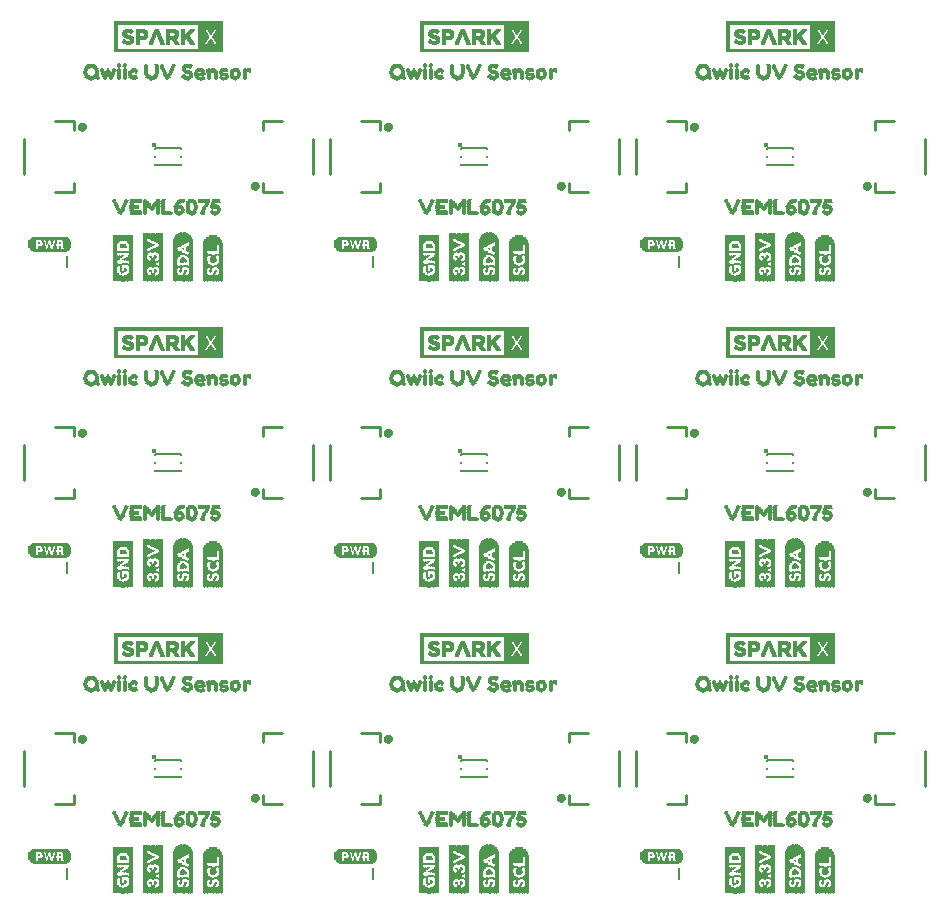
<source format=gto>
G75*
%MOIN*%
%OFA0B0*%
%FSLAX25Y25*%
%IPPOS*%
%LPD*%
%AMOC8*
5,1,8,0,0,1.08239X$1,22.5*
%
%ADD10C,0.01500*%
%ADD11C,0.00500*%
%ADD12C,0.01000*%
%ADD13C,0.01575*%
%ADD14C,0.00039*%
%ADD15R,0.00157X0.15906*%
%ADD16R,0.00157X0.02992*%
%ADD17R,0.00157X0.03937*%
%ADD18R,0.00157X0.07402*%
%ADD19R,0.00157X0.02520*%
%ADD20R,0.00157X0.03307*%
%ADD21R,0.00157X0.01102*%
%ADD22R,0.00157X0.02362*%
%ADD23R,0.00157X0.01890*%
%ADD24R,0.00157X0.02677*%
%ADD25R,0.00157X0.00787*%
%ADD26R,0.00157X0.01732*%
%ADD27R,0.00157X0.02205*%
%ADD28R,0.00157X0.00630*%
%ADD29R,0.00157X0.02047*%
%ADD30R,0.00157X0.00472*%
%ADD31R,0.00157X0.00315*%
%ADD32R,0.00157X0.00945*%
%ADD33R,0.00157X0.01575*%
%ADD34R,0.00157X0.01417*%
%ADD35R,0.00157X0.01260*%
%ADD36R,0.00157X0.03150*%
%ADD37R,0.00157X0.03622*%
%ADD38R,0.00157X0.00157*%
%ADD39R,0.00157X0.02835*%
%ADD40R,0.00157X0.03465*%
%ADD41R,0.00157X0.15276*%
%ADD42R,0.00157X0.11024*%
%ADD43R,0.00157X0.12913*%
%ADD44R,0.00157X0.13386*%
%ADD45R,0.00157X0.13701*%
%ADD46R,0.00157X0.14016*%
%ADD47R,0.00157X0.14173*%
%ADD48R,0.00157X0.14331*%
%ADD49R,0.00157X0.14488*%
%ADD50R,0.00157X0.07087*%
%ADD51R,0.00157X0.04882*%
%ADD52R,0.00157X0.05039*%
%ADD53R,0.00157X0.05197*%
%ADD54R,0.00157X0.13858*%
%ADD55R,0.00157X0.14646*%
%ADD56R,0.00157X0.14961*%
%ADD57R,0.00157X0.15118*%
%ADD58R,0.00157X0.15433*%
%ADD59R,0.00157X0.11969*%
%ADD60R,0.00157X0.04567*%
%ADD61R,0.00157X0.04409*%
%ADD62R,0.00157X0.04252*%
%ADD63R,0.00157X0.04094*%
%ADD64R,0.00157X0.03780*%
%ADD65R,0.10748X0.00118*%
%ADD66R,0.11457X0.00118*%
%ADD67R,0.11929X0.00079*%
%ADD68R,0.12402X0.00157*%
%ADD69R,0.12638X0.00118*%
%ADD70R,0.12874X0.00118*%
%ADD71R,0.13110X0.00079*%
%ADD72R,0.04961X0.00118*%
%ADD73R,0.03071X0.00118*%
%ADD74R,0.05079X0.00118*%
%ADD75R,0.02244X0.00157*%
%ADD76R,0.00945X0.00157*%
%ADD77R,0.01181X0.00157*%
%ADD78R,0.00472X0.00157*%
%ADD79R,0.02835X0.00157*%
%ADD80R,0.02244X0.00118*%
%ADD81R,0.00591X0.00118*%
%ADD82R,0.00945X0.00118*%
%ADD83R,0.00354X0.00118*%
%ADD84R,0.02598X0.00118*%
%ADD85R,0.02362X0.00118*%
%ADD86R,0.00472X0.00118*%
%ADD87R,0.00827X0.00118*%
%ADD88R,0.02480X0.00118*%
%ADD89R,0.02480X0.00157*%
%ADD90R,0.00236X0.00157*%
%ADD91R,0.00709X0.00157*%
%ADD92R,0.00354X0.00157*%
%ADD93R,0.00709X0.00118*%
%ADD94R,0.00236X0.00118*%
%ADD95R,0.02598X0.00157*%
%ADD96R,0.00591X0.00157*%
%ADD97R,0.00118X0.00157*%
%ADD98R,0.02717X0.00118*%
%ADD99R,0.02835X0.00118*%
%ADD100R,0.00827X0.00157*%
%ADD101R,0.01299X0.00118*%
%ADD102R,0.01654X0.00118*%
%ADD103R,0.01063X0.00118*%
%ADD104R,0.01063X0.00157*%
%ADD105R,0.01181X0.00118*%
%ADD106R,0.02126X0.00118*%
%ADD107R,0.02126X0.00157*%
%ADD108R,0.01417X0.00118*%
%ADD109R,0.13110X0.00118*%
%ADD110R,0.12402X0.00118*%
%ADD111R,0.11929X0.00118*%
%ADD112R,0.00394X0.00197*%
%ADD113R,0.03150X0.00197*%
%ADD114R,0.00197X0.00197*%
%ADD115R,0.00591X0.00197*%
%ADD116R,0.01181X0.00197*%
%ADD117R,0.02756X0.00197*%
%ADD118R,0.02165X0.00197*%
%ADD119R,0.00984X0.00197*%
%ADD120R,0.03937X0.00197*%
%ADD121R,0.01772X0.00197*%
%ADD122R,0.01969X0.00197*%
%ADD123R,0.03740X0.00197*%
%ADD124R,0.01378X0.00197*%
%ADD125R,0.04134X0.00197*%
%ADD126R,0.02559X0.00197*%
%ADD127R,0.02953X0.00197*%
%ADD128R,0.01575X0.00197*%
%ADD129R,0.02362X0.00197*%
%ADD130R,0.03346X0.00197*%
%ADD131R,0.03543X0.00197*%
%ADD132R,0.05709X0.00197*%
%ADD133R,0.01378X0.00236*%
%ADD134R,0.03346X0.00236*%
%ADD135R,0.02165X0.00236*%
%ADD136R,0.03543X0.00236*%
%ADD137R,0.01181X0.00236*%
%ADD138R,0.01575X0.00236*%
%ADD139R,0.03150X0.00236*%
%ADD140R,0.03740X0.00236*%
%ADD141R,0.00984X0.00236*%
%ADD142R,0.04134X0.00236*%
%ADD143R,0.02559X0.00236*%
%ADD144R,0.02362X0.00236*%
%ADD145R,0.00787X0.00197*%
%ADD146R,0.04331X0.00197*%
%ADD147R,0.04724X0.00236*%
%ADD148R,0.00394X0.00236*%
%ADD149R,0.04528X0.00197*%
%ADD150R,0.01969X0.00236*%
%ADD151R,0.01772X0.00236*%
%ADD152R,0.00197X0.00236*%
%ADD153R,0.04921X0.00197*%
%ADD154R,0.05118X0.00197*%
%ADD155R,0.04724X0.00197*%
%ADD156R,0.02756X0.00236*%
D10*
X0163609Y0103740D03*
X0265609Y0103740D03*
X0367609Y0103740D03*
X0367609Y0205740D03*
X0265609Y0205740D03*
X0163609Y0205740D03*
X0163609Y0307740D03*
X0265609Y0307740D03*
X0367609Y0307740D03*
D11*
X0368003Y0306854D02*
X0368003Y0306461D01*
X0368003Y0306854D02*
X0376664Y0306854D01*
X0376664Y0306461D01*
X0376664Y0304098D02*
X0376664Y0303902D01*
X0376664Y0301539D02*
X0376664Y0301146D01*
X0368003Y0301146D01*
X0368003Y0301539D01*
X0368003Y0303902D02*
X0368003Y0304098D01*
X0338583Y0270875D02*
X0338583Y0267125D01*
X0274664Y0301146D02*
X0274664Y0301539D01*
X0274664Y0301146D02*
X0266003Y0301146D01*
X0266003Y0301539D01*
X0266003Y0303902D02*
X0266003Y0304098D01*
X0266003Y0306461D02*
X0266003Y0306854D01*
X0274664Y0306854D01*
X0274664Y0306461D01*
X0274664Y0304098D02*
X0274664Y0303902D01*
X0236583Y0270875D02*
X0236583Y0267125D01*
X0172664Y0301146D02*
X0172664Y0301539D01*
X0172664Y0301146D02*
X0164003Y0301146D01*
X0164003Y0301539D01*
X0164003Y0303902D02*
X0164003Y0304098D01*
X0164003Y0306461D02*
X0164003Y0306854D01*
X0172664Y0306854D01*
X0172664Y0306461D01*
X0172664Y0304098D02*
X0172664Y0303902D01*
X0134583Y0270875D02*
X0134583Y0267125D01*
X0164003Y0204854D02*
X0164003Y0204461D01*
X0164003Y0204854D02*
X0172664Y0204854D01*
X0172664Y0204461D01*
X0172664Y0202098D02*
X0172664Y0201902D01*
X0172664Y0199539D02*
X0172664Y0199146D01*
X0164003Y0199146D01*
X0164003Y0199539D01*
X0164003Y0201902D02*
X0164003Y0202098D01*
X0134583Y0168875D02*
X0134583Y0165125D01*
X0164003Y0102854D02*
X0164003Y0102461D01*
X0164003Y0102854D02*
X0172664Y0102854D01*
X0172664Y0102461D01*
X0172664Y0100098D02*
X0172664Y0099902D01*
X0172664Y0097539D02*
X0172664Y0097146D01*
X0164003Y0097146D01*
X0164003Y0097539D01*
X0164003Y0099902D02*
X0164003Y0100098D01*
X0134583Y0066875D02*
X0134583Y0063125D01*
X0236583Y0063125D02*
X0236583Y0066875D01*
X0266003Y0097146D02*
X0266003Y0097539D01*
X0266003Y0097146D02*
X0274664Y0097146D01*
X0274664Y0097539D01*
X0274664Y0099902D02*
X0274664Y0100098D01*
X0274664Y0102461D02*
X0274664Y0102854D01*
X0266003Y0102854D01*
X0266003Y0102461D01*
X0266003Y0100098D02*
X0266003Y0099902D01*
X0338583Y0066875D02*
X0338583Y0063125D01*
X0368003Y0097146D02*
X0368003Y0097539D01*
X0368003Y0097146D02*
X0376664Y0097146D01*
X0376664Y0097539D01*
X0376664Y0099902D02*
X0376664Y0100098D01*
X0376664Y0102461D02*
X0376664Y0102854D01*
X0368003Y0102854D01*
X0368003Y0102461D01*
X0368003Y0100098D02*
X0368003Y0099902D01*
X0338583Y0165125D02*
X0338583Y0168875D01*
X0368003Y0199146D02*
X0368003Y0199539D01*
X0368003Y0199146D02*
X0376664Y0199146D01*
X0376664Y0199539D01*
X0376664Y0201902D02*
X0376664Y0202098D01*
X0376664Y0204461D02*
X0376664Y0204854D01*
X0368003Y0204854D01*
X0368003Y0204461D01*
X0368003Y0202098D02*
X0368003Y0201902D01*
X0274664Y0202098D02*
X0274664Y0201902D01*
X0274664Y0199539D02*
X0274664Y0199146D01*
X0266003Y0199146D01*
X0266003Y0199539D01*
X0266003Y0201902D02*
X0266003Y0202098D01*
X0266003Y0204461D02*
X0266003Y0204854D01*
X0274664Y0204854D01*
X0274664Y0204461D01*
X0236583Y0168875D02*
X0236583Y0165125D01*
D12*
X0238955Y0190189D02*
X0232459Y0190189D01*
X0238955Y0190189D02*
X0238955Y0193142D01*
X0222223Y0196094D02*
X0222223Y0207906D01*
X0216444Y0207906D02*
X0216444Y0196094D01*
X0206207Y0190189D02*
X0199711Y0190189D01*
X0199711Y0193142D01*
X0199711Y0210858D02*
X0199711Y0213811D01*
X0206207Y0213811D01*
X0232459Y0213811D02*
X0238955Y0213811D01*
X0238955Y0210858D01*
X0301711Y0210858D02*
X0301711Y0213811D01*
X0308207Y0213811D01*
X0318444Y0207906D02*
X0318444Y0196094D01*
X0324223Y0196094D02*
X0324223Y0207906D01*
X0334459Y0213811D02*
X0340955Y0213811D01*
X0340955Y0210858D01*
X0340955Y0193142D02*
X0340955Y0190189D01*
X0334459Y0190189D01*
X0308207Y0190189D02*
X0301711Y0190189D01*
X0301711Y0193142D01*
X0301711Y0111811D02*
X0308207Y0111811D01*
X0301711Y0111811D02*
X0301711Y0108858D01*
X0318444Y0105906D02*
X0318444Y0094094D01*
X0324223Y0094094D02*
X0324223Y0105906D01*
X0334459Y0111811D02*
X0340955Y0111811D01*
X0340955Y0108858D01*
X0340955Y0091142D02*
X0340955Y0088189D01*
X0334459Y0088189D01*
X0308207Y0088189D02*
X0301711Y0088189D01*
X0301711Y0091142D01*
X0238955Y0091142D02*
X0238955Y0088189D01*
X0232459Y0088189D01*
X0222223Y0094094D02*
X0222223Y0105906D01*
X0216444Y0105906D02*
X0216444Y0094094D01*
X0206207Y0088189D02*
X0199711Y0088189D01*
X0199711Y0091142D01*
X0199711Y0108858D02*
X0199711Y0111811D01*
X0206207Y0111811D01*
X0232459Y0111811D02*
X0238955Y0111811D01*
X0238955Y0108858D01*
X0136955Y0108858D02*
X0136955Y0111811D01*
X0130459Y0111811D01*
X0120223Y0105906D02*
X0120223Y0094094D01*
X0130459Y0088189D02*
X0136955Y0088189D01*
X0136955Y0091142D01*
X0136955Y0190189D02*
X0130459Y0190189D01*
X0136955Y0190189D02*
X0136955Y0193142D01*
X0120223Y0196094D02*
X0120223Y0207906D01*
X0130459Y0213811D02*
X0136955Y0213811D01*
X0136955Y0210858D01*
X0136955Y0292189D02*
X0130459Y0292189D01*
X0136955Y0292189D02*
X0136955Y0295142D01*
X0120223Y0298094D02*
X0120223Y0309906D01*
X0130459Y0315811D02*
X0136955Y0315811D01*
X0136955Y0312858D01*
X0199711Y0312858D02*
X0199711Y0315811D01*
X0206207Y0315811D01*
X0216444Y0309906D02*
X0216444Y0298094D01*
X0222223Y0298094D02*
X0222223Y0309906D01*
X0232459Y0315811D02*
X0238955Y0315811D01*
X0238955Y0312858D01*
X0238955Y0295142D02*
X0238955Y0292189D01*
X0232459Y0292189D01*
X0206207Y0292189D02*
X0199711Y0292189D01*
X0199711Y0295142D01*
X0301711Y0295142D02*
X0301711Y0292189D01*
X0308207Y0292189D01*
X0318444Y0298094D02*
X0318444Y0309906D01*
X0324223Y0309906D02*
X0324223Y0298094D01*
X0334459Y0292189D02*
X0340955Y0292189D01*
X0340955Y0295142D01*
X0340955Y0312858D02*
X0340955Y0315811D01*
X0334459Y0315811D01*
X0308207Y0315811D02*
X0301711Y0315811D01*
X0301711Y0312858D01*
X0403711Y0312858D02*
X0403711Y0315811D01*
X0410207Y0315811D01*
X0420444Y0309906D02*
X0420444Y0298094D01*
X0410207Y0292189D02*
X0403711Y0292189D01*
X0403711Y0295142D01*
X0403711Y0213811D02*
X0410207Y0213811D01*
X0403711Y0213811D02*
X0403711Y0210858D01*
X0420444Y0207906D02*
X0420444Y0196094D01*
X0410207Y0190189D02*
X0403711Y0190189D01*
X0403711Y0193142D01*
X0403711Y0111811D02*
X0410207Y0111811D01*
X0403711Y0111811D02*
X0403711Y0108858D01*
X0420444Y0105906D02*
X0420444Y0094094D01*
X0410207Y0088189D02*
X0403711Y0088189D01*
X0403711Y0091142D01*
D13*
X0400595Y0090157D02*
X0400597Y0090204D01*
X0400603Y0090250D01*
X0400612Y0090296D01*
X0400626Y0090340D01*
X0400643Y0090384D01*
X0400664Y0090425D01*
X0400688Y0090465D01*
X0400715Y0090503D01*
X0400746Y0090538D01*
X0400779Y0090571D01*
X0400815Y0090601D01*
X0400854Y0090627D01*
X0400894Y0090651D01*
X0400936Y0090670D01*
X0400980Y0090687D01*
X0401025Y0090699D01*
X0401071Y0090708D01*
X0401117Y0090713D01*
X0401164Y0090714D01*
X0401210Y0090711D01*
X0401256Y0090704D01*
X0401302Y0090693D01*
X0401346Y0090679D01*
X0401389Y0090661D01*
X0401430Y0090639D01*
X0401470Y0090614D01*
X0401507Y0090586D01*
X0401542Y0090555D01*
X0401574Y0090521D01*
X0401603Y0090484D01*
X0401628Y0090446D01*
X0401651Y0090405D01*
X0401670Y0090362D01*
X0401685Y0090318D01*
X0401697Y0090273D01*
X0401705Y0090227D01*
X0401709Y0090180D01*
X0401709Y0090134D01*
X0401705Y0090087D01*
X0401697Y0090041D01*
X0401685Y0089996D01*
X0401670Y0089952D01*
X0401651Y0089909D01*
X0401628Y0089868D01*
X0401603Y0089830D01*
X0401574Y0089793D01*
X0401542Y0089759D01*
X0401507Y0089728D01*
X0401470Y0089700D01*
X0401431Y0089675D01*
X0401389Y0089653D01*
X0401346Y0089635D01*
X0401302Y0089621D01*
X0401256Y0089610D01*
X0401210Y0089603D01*
X0401164Y0089600D01*
X0401117Y0089601D01*
X0401071Y0089606D01*
X0401025Y0089615D01*
X0400980Y0089627D01*
X0400936Y0089644D01*
X0400894Y0089663D01*
X0400854Y0089687D01*
X0400815Y0089713D01*
X0400779Y0089743D01*
X0400746Y0089776D01*
X0400715Y0089811D01*
X0400688Y0089849D01*
X0400664Y0089889D01*
X0400643Y0089930D01*
X0400626Y0089974D01*
X0400612Y0090018D01*
X0400603Y0090064D01*
X0400597Y0090110D01*
X0400595Y0090157D01*
X0342957Y0109843D02*
X0342959Y0109890D01*
X0342965Y0109936D01*
X0342974Y0109982D01*
X0342988Y0110026D01*
X0343005Y0110070D01*
X0343026Y0110111D01*
X0343050Y0110151D01*
X0343077Y0110189D01*
X0343108Y0110224D01*
X0343141Y0110257D01*
X0343177Y0110287D01*
X0343216Y0110313D01*
X0343256Y0110337D01*
X0343298Y0110356D01*
X0343342Y0110373D01*
X0343387Y0110385D01*
X0343433Y0110394D01*
X0343479Y0110399D01*
X0343526Y0110400D01*
X0343572Y0110397D01*
X0343618Y0110390D01*
X0343664Y0110379D01*
X0343708Y0110365D01*
X0343751Y0110347D01*
X0343792Y0110325D01*
X0343832Y0110300D01*
X0343869Y0110272D01*
X0343904Y0110241D01*
X0343936Y0110207D01*
X0343965Y0110170D01*
X0343990Y0110132D01*
X0344013Y0110091D01*
X0344032Y0110048D01*
X0344047Y0110004D01*
X0344059Y0109959D01*
X0344067Y0109913D01*
X0344071Y0109866D01*
X0344071Y0109820D01*
X0344067Y0109773D01*
X0344059Y0109727D01*
X0344047Y0109682D01*
X0344032Y0109638D01*
X0344013Y0109595D01*
X0343990Y0109554D01*
X0343965Y0109516D01*
X0343936Y0109479D01*
X0343904Y0109445D01*
X0343869Y0109414D01*
X0343832Y0109386D01*
X0343793Y0109361D01*
X0343751Y0109339D01*
X0343708Y0109321D01*
X0343664Y0109307D01*
X0343618Y0109296D01*
X0343572Y0109289D01*
X0343526Y0109286D01*
X0343479Y0109287D01*
X0343433Y0109292D01*
X0343387Y0109301D01*
X0343342Y0109313D01*
X0343298Y0109330D01*
X0343256Y0109349D01*
X0343216Y0109373D01*
X0343177Y0109399D01*
X0343141Y0109429D01*
X0343108Y0109462D01*
X0343077Y0109497D01*
X0343050Y0109535D01*
X0343026Y0109575D01*
X0343005Y0109616D01*
X0342988Y0109660D01*
X0342974Y0109704D01*
X0342965Y0109750D01*
X0342959Y0109796D01*
X0342957Y0109843D01*
X0298595Y0090157D02*
X0298597Y0090204D01*
X0298603Y0090250D01*
X0298612Y0090296D01*
X0298626Y0090340D01*
X0298643Y0090384D01*
X0298664Y0090425D01*
X0298688Y0090465D01*
X0298715Y0090503D01*
X0298746Y0090538D01*
X0298779Y0090571D01*
X0298815Y0090601D01*
X0298854Y0090627D01*
X0298894Y0090651D01*
X0298936Y0090670D01*
X0298980Y0090687D01*
X0299025Y0090699D01*
X0299071Y0090708D01*
X0299117Y0090713D01*
X0299164Y0090714D01*
X0299210Y0090711D01*
X0299256Y0090704D01*
X0299302Y0090693D01*
X0299346Y0090679D01*
X0299389Y0090661D01*
X0299430Y0090639D01*
X0299470Y0090614D01*
X0299507Y0090586D01*
X0299542Y0090555D01*
X0299574Y0090521D01*
X0299603Y0090484D01*
X0299628Y0090446D01*
X0299651Y0090405D01*
X0299670Y0090362D01*
X0299685Y0090318D01*
X0299697Y0090273D01*
X0299705Y0090227D01*
X0299709Y0090180D01*
X0299709Y0090134D01*
X0299705Y0090087D01*
X0299697Y0090041D01*
X0299685Y0089996D01*
X0299670Y0089952D01*
X0299651Y0089909D01*
X0299628Y0089868D01*
X0299603Y0089830D01*
X0299574Y0089793D01*
X0299542Y0089759D01*
X0299507Y0089728D01*
X0299470Y0089700D01*
X0299431Y0089675D01*
X0299389Y0089653D01*
X0299346Y0089635D01*
X0299302Y0089621D01*
X0299256Y0089610D01*
X0299210Y0089603D01*
X0299164Y0089600D01*
X0299117Y0089601D01*
X0299071Y0089606D01*
X0299025Y0089615D01*
X0298980Y0089627D01*
X0298936Y0089644D01*
X0298894Y0089663D01*
X0298854Y0089687D01*
X0298815Y0089713D01*
X0298779Y0089743D01*
X0298746Y0089776D01*
X0298715Y0089811D01*
X0298688Y0089849D01*
X0298664Y0089889D01*
X0298643Y0089930D01*
X0298626Y0089974D01*
X0298612Y0090018D01*
X0298603Y0090064D01*
X0298597Y0090110D01*
X0298595Y0090157D01*
X0240957Y0109843D02*
X0240959Y0109890D01*
X0240965Y0109936D01*
X0240974Y0109982D01*
X0240988Y0110026D01*
X0241005Y0110070D01*
X0241026Y0110111D01*
X0241050Y0110151D01*
X0241077Y0110189D01*
X0241108Y0110224D01*
X0241141Y0110257D01*
X0241177Y0110287D01*
X0241216Y0110313D01*
X0241256Y0110337D01*
X0241298Y0110356D01*
X0241342Y0110373D01*
X0241387Y0110385D01*
X0241433Y0110394D01*
X0241479Y0110399D01*
X0241526Y0110400D01*
X0241572Y0110397D01*
X0241618Y0110390D01*
X0241664Y0110379D01*
X0241708Y0110365D01*
X0241751Y0110347D01*
X0241792Y0110325D01*
X0241832Y0110300D01*
X0241869Y0110272D01*
X0241904Y0110241D01*
X0241936Y0110207D01*
X0241965Y0110170D01*
X0241990Y0110132D01*
X0242013Y0110091D01*
X0242032Y0110048D01*
X0242047Y0110004D01*
X0242059Y0109959D01*
X0242067Y0109913D01*
X0242071Y0109866D01*
X0242071Y0109820D01*
X0242067Y0109773D01*
X0242059Y0109727D01*
X0242047Y0109682D01*
X0242032Y0109638D01*
X0242013Y0109595D01*
X0241990Y0109554D01*
X0241965Y0109516D01*
X0241936Y0109479D01*
X0241904Y0109445D01*
X0241869Y0109414D01*
X0241832Y0109386D01*
X0241793Y0109361D01*
X0241751Y0109339D01*
X0241708Y0109321D01*
X0241664Y0109307D01*
X0241618Y0109296D01*
X0241572Y0109289D01*
X0241526Y0109286D01*
X0241479Y0109287D01*
X0241433Y0109292D01*
X0241387Y0109301D01*
X0241342Y0109313D01*
X0241298Y0109330D01*
X0241256Y0109349D01*
X0241216Y0109373D01*
X0241177Y0109399D01*
X0241141Y0109429D01*
X0241108Y0109462D01*
X0241077Y0109497D01*
X0241050Y0109535D01*
X0241026Y0109575D01*
X0241005Y0109616D01*
X0240988Y0109660D01*
X0240974Y0109704D01*
X0240965Y0109750D01*
X0240959Y0109796D01*
X0240957Y0109843D01*
X0196595Y0090157D02*
X0196597Y0090204D01*
X0196603Y0090250D01*
X0196612Y0090296D01*
X0196626Y0090340D01*
X0196643Y0090384D01*
X0196664Y0090425D01*
X0196688Y0090465D01*
X0196715Y0090503D01*
X0196746Y0090538D01*
X0196779Y0090571D01*
X0196815Y0090601D01*
X0196854Y0090627D01*
X0196894Y0090651D01*
X0196936Y0090670D01*
X0196980Y0090687D01*
X0197025Y0090699D01*
X0197071Y0090708D01*
X0197117Y0090713D01*
X0197164Y0090714D01*
X0197210Y0090711D01*
X0197256Y0090704D01*
X0197302Y0090693D01*
X0197346Y0090679D01*
X0197389Y0090661D01*
X0197430Y0090639D01*
X0197470Y0090614D01*
X0197507Y0090586D01*
X0197542Y0090555D01*
X0197574Y0090521D01*
X0197603Y0090484D01*
X0197628Y0090446D01*
X0197651Y0090405D01*
X0197670Y0090362D01*
X0197685Y0090318D01*
X0197697Y0090273D01*
X0197705Y0090227D01*
X0197709Y0090180D01*
X0197709Y0090134D01*
X0197705Y0090087D01*
X0197697Y0090041D01*
X0197685Y0089996D01*
X0197670Y0089952D01*
X0197651Y0089909D01*
X0197628Y0089868D01*
X0197603Y0089830D01*
X0197574Y0089793D01*
X0197542Y0089759D01*
X0197507Y0089728D01*
X0197470Y0089700D01*
X0197431Y0089675D01*
X0197389Y0089653D01*
X0197346Y0089635D01*
X0197302Y0089621D01*
X0197256Y0089610D01*
X0197210Y0089603D01*
X0197164Y0089600D01*
X0197117Y0089601D01*
X0197071Y0089606D01*
X0197025Y0089615D01*
X0196980Y0089627D01*
X0196936Y0089644D01*
X0196894Y0089663D01*
X0196854Y0089687D01*
X0196815Y0089713D01*
X0196779Y0089743D01*
X0196746Y0089776D01*
X0196715Y0089811D01*
X0196688Y0089849D01*
X0196664Y0089889D01*
X0196643Y0089930D01*
X0196626Y0089974D01*
X0196612Y0090018D01*
X0196603Y0090064D01*
X0196597Y0090110D01*
X0196595Y0090157D01*
X0138957Y0109843D02*
X0138959Y0109890D01*
X0138965Y0109936D01*
X0138974Y0109982D01*
X0138988Y0110026D01*
X0139005Y0110070D01*
X0139026Y0110111D01*
X0139050Y0110151D01*
X0139077Y0110189D01*
X0139108Y0110224D01*
X0139141Y0110257D01*
X0139177Y0110287D01*
X0139216Y0110313D01*
X0139256Y0110337D01*
X0139298Y0110356D01*
X0139342Y0110373D01*
X0139387Y0110385D01*
X0139433Y0110394D01*
X0139479Y0110399D01*
X0139526Y0110400D01*
X0139572Y0110397D01*
X0139618Y0110390D01*
X0139664Y0110379D01*
X0139708Y0110365D01*
X0139751Y0110347D01*
X0139792Y0110325D01*
X0139832Y0110300D01*
X0139869Y0110272D01*
X0139904Y0110241D01*
X0139936Y0110207D01*
X0139965Y0110170D01*
X0139990Y0110132D01*
X0140013Y0110091D01*
X0140032Y0110048D01*
X0140047Y0110004D01*
X0140059Y0109959D01*
X0140067Y0109913D01*
X0140071Y0109866D01*
X0140071Y0109820D01*
X0140067Y0109773D01*
X0140059Y0109727D01*
X0140047Y0109682D01*
X0140032Y0109638D01*
X0140013Y0109595D01*
X0139990Y0109554D01*
X0139965Y0109516D01*
X0139936Y0109479D01*
X0139904Y0109445D01*
X0139869Y0109414D01*
X0139832Y0109386D01*
X0139793Y0109361D01*
X0139751Y0109339D01*
X0139708Y0109321D01*
X0139664Y0109307D01*
X0139618Y0109296D01*
X0139572Y0109289D01*
X0139526Y0109286D01*
X0139479Y0109287D01*
X0139433Y0109292D01*
X0139387Y0109301D01*
X0139342Y0109313D01*
X0139298Y0109330D01*
X0139256Y0109349D01*
X0139216Y0109373D01*
X0139177Y0109399D01*
X0139141Y0109429D01*
X0139108Y0109462D01*
X0139077Y0109497D01*
X0139050Y0109535D01*
X0139026Y0109575D01*
X0139005Y0109616D01*
X0138988Y0109660D01*
X0138974Y0109704D01*
X0138965Y0109750D01*
X0138959Y0109796D01*
X0138957Y0109843D01*
X0196595Y0192157D02*
X0196597Y0192204D01*
X0196603Y0192250D01*
X0196612Y0192296D01*
X0196626Y0192340D01*
X0196643Y0192384D01*
X0196664Y0192425D01*
X0196688Y0192465D01*
X0196715Y0192503D01*
X0196746Y0192538D01*
X0196779Y0192571D01*
X0196815Y0192601D01*
X0196854Y0192627D01*
X0196894Y0192651D01*
X0196936Y0192670D01*
X0196980Y0192687D01*
X0197025Y0192699D01*
X0197071Y0192708D01*
X0197117Y0192713D01*
X0197164Y0192714D01*
X0197210Y0192711D01*
X0197256Y0192704D01*
X0197302Y0192693D01*
X0197346Y0192679D01*
X0197389Y0192661D01*
X0197430Y0192639D01*
X0197470Y0192614D01*
X0197507Y0192586D01*
X0197542Y0192555D01*
X0197574Y0192521D01*
X0197603Y0192484D01*
X0197628Y0192446D01*
X0197651Y0192405D01*
X0197670Y0192362D01*
X0197685Y0192318D01*
X0197697Y0192273D01*
X0197705Y0192227D01*
X0197709Y0192180D01*
X0197709Y0192134D01*
X0197705Y0192087D01*
X0197697Y0192041D01*
X0197685Y0191996D01*
X0197670Y0191952D01*
X0197651Y0191909D01*
X0197628Y0191868D01*
X0197603Y0191830D01*
X0197574Y0191793D01*
X0197542Y0191759D01*
X0197507Y0191728D01*
X0197470Y0191700D01*
X0197431Y0191675D01*
X0197389Y0191653D01*
X0197346Y0191635D01*
X0197302Y0191621D01*
X0197256Y0191610D01*
X0197210Y0191603D01*
X0197164Y0191600D01*
X0197117Y0191601D01*
X0197071Y0191606D01*
X0197025Y0191615D01*
X0196980Y0191627D01*
X0196936Y0191644D01*
X0196894Y0191663D01*
X0196854Y0191687D01*
X0196815Y0191713D01*
X0196779Y0191743D01*
X0196746Y0191776D01*
X0196715Y0191811D01*
X0196688Y0191849D01*
X0196664Y0191889D01*
X0196643Y0191930D01*
X0196626Y0191974D01*
X0196612Y0192018D01*
X0196603Y0192064D01*
X0196597Y0192110D01*
X0196595Y0192157D01*
X0240957Y0211843D02*
X0240959Y0211890D01*
X0240965Y0211936D01*
X0240974Y0211982D01*
X0240988Y0212026D01*
X0241005Y0212070D01*
X0241026Y0212111D01*
X0241050Y0212151D01*
X0241077Y0212189D01*
X0241108Y0212224D01*
X0241141Y0212257D01*
X0241177Y0212287D01*
X0241216Y0212313D01*
X0241256Y0212337D01*
X0241298Y0212356D01*
X0241342Y0212373D01*
X0241387Y0212385D01*
X0241433Y0212394D01*
X0241479Y0212399D01*
X0241526Y0212400D01*
X0241572Y0212397D01*
X0241618Y0212390D01*
X0241664Y0212379D01*
X0241708Y0212365D01*
X0241751Y0212347D01*
X0241792Y0212325D01*
X0241832Y0212300D01*
X0241869Y0212272D01*
X0241904Y0212241D01*
X0241936Y0212207D01*
X0241965Y0212170D01*
X0241990Y0212132D01*
X0242013Y0212091D01*
X0242032Y0212048D01*
X0242047Y0212004D01*
X0242059Y0211959D01*
X0242067Y0211913D01*
X0242071Y0211866D01*
X0242071Y0211820D01*
X0242067Y0211773D01*
X0242059Y0211727D01*
X0242047Y0211682D01*
X0242032Y0211638D01*
X0242013Y0211595D01*
X0241990Y0211554D01*
X0241965Y0211516D01*
X0241936Y0211479D01*
X0241904Y0211445D01*
X0241869Y0211414D01*
X0241832Y0211386D01*
X0241793Y0211361D01*
X0241751Y0211339D01*
X0241708Y0211321D01*
X0241664Y0211307D01*
X0241618Y0211296D01*
X0241572Y0211289D01*
X0241526Y0211286D01*
X0241479Y0211287D01*
X0241433Y0211292D01*
X0241387Y0211301D01*
X0241342Y0211313D01*
X0241298Y0211330D01*
X0241256Y0211349D01*
X0241216Y0211373D01*
X0241177Y0211399D01*
X0241141Y0211429D01*
X0241108Y0211462D01*
X0241077Y0211497D01*
X0241050Y0211535D01*
X0241026Y0211575D01*
X0241005Y0211616D01*
X0240988Y0211660D01*
X0240974Y0211704D01*
X0240965Y0211750D01*
X0240959Y0211796D01*
X0240957Y0211843D01*
X0298595Y0192157D02*
X0298597Y0192204D01*
X0298603Y0192250D01*
X0298612Y0192296D01*
X0298626Y0192340D01*
X0298643Y0192384D01*
X0298664Y0192425D01*
X0298688Y0192465D01*
X0298715Y0192503D01*
X0298746Y0192538D01*
X0298779Y0192571D01*
X0298815Y0192601D01*
X0298854Y0192627D01*
X0298894Y0192651D01*
X0298936Y0192670D01*
X0298980Y0192687D01*
X0299025Y0192699D01*
X0299071Y0192708D01*
X0299117Y0192713D01*
X0299164Y0192714D01*
X0299210Y0192711D01*
X0299256Y0192704D01*
X0299302Y0192693D01*
X0299346Y0192679D01*
X0299389Y0192661D01*
X0299430Y0192639D01*
X0299470Y0192614D01*
X0299507Y0192586D01*
X0299542Y0192555D01*
X0299574Y0192521D01*
X0299603Y0192484D01*
X0299628Y0192446D01*
X0299651Y0192405D01*
X0299670Y0192362D01*
X0299685Y0192318D01*
X0299697Y0192273D01*
X0299705Y0192227D01*
X0299709Y0192180D01*
X0299709Y0192134D01*
X0299705Y0192087D01*
X0299697Y0192041D01*
X0299685Y0191996D01*
X0299670Y0191952D01*
X0299651Y0191909D01*
X0299628Y0191868D01*
X0299603Y0191830D01*
X0299574Y0191793D01*
X0299542Y0191759D01*
X0299507Y0191728D01*
X0299470Y0191700D01*
X0299431Y0191675D01*
X0299389Y0191653D01*
X0299346Y0191635D01*
X0299302Y0191621D01*
X0299256Y0191610D01*
X0299210Y0191603D01*
X0299164Y0191600D01*
X0299117Y0191601D01*
X0299071Y0191606D01*
X0299025Y0191615D01*
X0298980Y0191627D01*
X0298936Y0191644D01*
X0298894Y0191663D01*
X0298854Y0191687D01*
X0298815Y0191713D01*
X0298779Y0191743D01*
X0298746Y0191776D01*
X0298715Y0191811D01*
X0298688Y0191849D01*
X0298664Y0191889D01*
X0298643Y0191930D01*
X0298626Y0191974D01*
X0298612Y0192018D01*
X0298603Y0192064D01*
X0298597Y0192110D01*
X0298595Y0192157D01*
X0342957Y0211843D02*
X0342959Y0211890D01*
X0342965Y0211936D01*
X0342974Y0211982D01*
X0342988Y0212026D01*
X0343005Y0212070D01*
X0343026Y0212111D01*
X0343050Y0212151D01*
X0343077Y0212189D01*
X0343108Y0212224D01*
X0343141Y0212257D01*
X0343177Y0212287D01*
X0343216Y0212313D01*
X0343256Y0212337D01*
X0343298Y0212356D01*
X0343342Y0212373D01*
X0343387Y0212385D01*
X0343433Y0212394D01*
X0343479Y0212399D01*
X0343526Y0212400D01*
X0343572Y0212397D01*
X0343618Y0212390D01*
X0343664Y0212379D01*
X0343708Y0212365D01*
X0343751Y0212347D01*
X0343792Y0212325D01*
X0343832Y0212300D01*
X0343869Y0212272D01*
X0343904Y0212241D01*
X0343936Y0212207D01*
X0343965Y0212170D01*
X0343990Y0212132D01*
X0344013Y0212091D01*
X0344032Y0212048D01*
X0344047Y0212004D01*
X0344059Y0211959D01*
X0344067Y0211913D01*
X0344071Y0211866D01*
X0344071Y0211820D01*
X0344067Y0211773D01*
X0344059Y0211727D01*
X0344047Y0211682D01*
X0344032Y0211638D01*
X0344013Y0211595D01*
X0343990Y0211554D01*
X0343965Y0211516D01*
X0343936Y0211479D01*
X0343904Y0211445D01*
X0343869Y0211414D01*
X0343832Y0211386D01*
X0343793Y0211361D01*
X0343751Y0211339D01*
X0343708Y0211321D01*
X0343664Y0211307D01*
X0343618Y0211296D01*
X0343572Y0211289D01*
X0343526Y0211286D01*
X0343479Y0211287D01*
X0343433Y0211292D01*
X0343387Y0211301D01*
X0343342Y0211313D01*
X0343298Y0211330D01*
X0343256Y0211349D01*
X0343216Y0211373D01*
X0343177Y0211399D01*
X0343141Y0211429D01*
X0343108Y0211462D01*
X0343077Y0211497D01*
X0343050Y0211535D01*
X0343026Y0211575D01*
X0343005Y0211616D01*
X0342988Y0211660D01*
X0342974Y0211704D01*
X0342965Y0211750D01*
X0342959Y0211796D01*
X0342957Y0211843D01*
X0400595Y0192157D02*
X0400597Y0192204D01*
X0400603Y0192250D01*
X0400612Y0192296D01*
X0400626Y0192340D01*
X0400643Y0192384D01*
X0400664Y0192425D01*
X0400688Y0192465D01*
X0400715Y0192503D01*
X0400746Y0192538D01*
X0400779Y0192571D01*
X0400815Y0192601D01*
X0400854Y0192627D01*
X0400894Y0192651D01*
X0400936Y0192670D01*
X0400980Y0192687D01*
X0401025Y0192699D01*
X0401071Y0192708D01*
X0401117Y0192713D01*
X0401164Y0192714D01*
X0401210Y0192711D01*
X0401256Y0192704D01*
X0401302Y0192693D01*
X0401346Y0192679D01*
X0401389Y0192661D01*
X0401430Y0192639D01*
X0401470Y0192614D01*
X0401507Y0192586D01*
X0401542Y0192555D01*
X0401574Y0192521D01*
X0401603Y0192484D01*
X0401628Y0192446D01*
X0401651Y0192405D01*
X0401670Y0192362D01*
X0401685Y0192318D01*
X0401697Y0192273D01*
X0401705Y0192227D01*
X0401709Y0192180D01*
X0401709Y0192134D01*
X0401705Y0192087D01*
X0401697Y0192041D01*
X0401685Y0191996D01*
X0401670Y0191952D01*
X0401651Y0191909D01*
X0401628Y0191868D01*
X0401603Y0191830D01*
X0401574Y0191793D01*
X0401542Y0191759D01*
X0401507Y0191728D01*
X0401470Y0191700D01*
X0401431Y0191675D01*
X0401389Y0191653D01*
X0401346Y0191635D01*
X0401302Y0191621D01*
X0401256Y0191610D01*
X0401210Y0191603D01*
X0401164Y0191600D01*
X0401117Y0191601D01*
X0401071Y0191606D01*
X0401025Y0191615D01*
X0400980Y0191627D01*
X0400936Y0191644D01*
X0400894Y0191663D01*
X0400854Y0191687D01*
X0400815Y0191713D01*
X0400779Y0191743D01*
X0400746Y0191776D01*
X0400715Y0191811D01*
X0400688Y0191849D01*
X0400664Y0191889D01*
X0400643Y0191930D01*
X0400626Y0191974D01*
X0400612Y0192018D01*
X0400603Y0192064D01*
X0400597Y0192110D01*
X0400595Y0192157D01*
X0400595Y0294157D02*
X0400597Y0294204D01*
X0400603Y0294250D01*
X0400612Y0294296D01*
X0400626Y0294340D01*
X0400643Y0294384D01*
X0400664Y0294425D01*
X0400688Y0294465D01*
X0400715Y0294503D01*
X0400746Y0294538D01*
X0400779Y0294571D01*
X0400815Y0294601D01*
X0400854Y0294627D01*
X0400894Y0294651D01*
X0400936Y0294670D01*
X0400980Y0294687D01*
X0401025Y0294699D01*
X0401071Y0294708D01*
X0401117Y0294713D01*
X0401164Y0294714D01*
X0401210Y0294711D01*
X0401256Y0294704D01*
X0401302Y0294693D01*
X0401346Y0294679D01*
X0401389Y0294661D01*
X0401430Y0294639D01*
X0401470Y0294614D01*
X0401507Y0294586D01*
X0401542Y0294555D01*
X0401574Y0294521D01*
X0401603Y0294484D01*
X0401628Y0294446D01*
X0401651Y0294405D01*
X0401670Y0294362D01*
X0401685Y0294318D01*
X0401697Y0294273D01*
X0401705Y0294227D01*
X0401709Y0294180D01*
X0401709Y0294134D01*
X0401705Y0294087D01*
X0401697Y0294041D01*
X0401685Y0293996D01*
X0401670Y0293952D01*
X0401651Y0293909D01*
X0401628Y0293868D01*
X0401603Y0293830D01*
X0401574Y0293793D01*
X0401542Y0293759D01*
X0401507Y0293728D01*
X0401470Y0293700D01*
X0401431Y0293675D01*
X0401389Y0293653D01*
X0401346Y0293635D01*
X0401302Y0293621D01*
X0401256Y0293610D01*
X0401210Y0293603D01*
X0401164Y0293600D01*
X0401117Y0293601D01*
X0401071Y0293606D01*
X0401025Y0293615D01*
X0400980Y0293627D01*
X0400936Y0293644D01*
X0400894Y0293663D01*
X0400854Y0293687D01*
X0400815Y0293713D01*
X0400779Y0293743D01*
X0400746Y0293776D01*
X0400715Y0293811D01*
X0400688Y0293849D01*
X0400664Y0293889D01*
X0400643Y0293930D01*
X0400626Y0293974D01*
X0400612Y0294018D01*
X0400603Y0294064D01*
X0400597Y0294110D01*
X0400595Y0294157D01*
X0342957Y0313843D02*
X0342959Y0313890D01*
X0342965Y0313936D01*
X0342974Y0313982D01*
X0342988Y0314026D01*
X0343005Y0314070D01*
X0343026Y0314111D01*
X0343050Y0314151D01*
X0343077Y0314189D01*
X0343108Y0314224D01*
X0343141Y0314257D01*
X0343177Y0314287D01*
X0343216Y0314313D01*
X0343256Y0314337D01*
X0343298Y0314356D01*
X0343342Y0314373D01*
X0343387Y0314385D01*
X0343433Y0314394D01*
X0343479Y0314399D01*
X0343526Y0314400D01*
X0343572Y0314397D01*
X0343618Y0314390D01*
X0343664Y0314379D01*
X0343708Y0314365D01*
X0343751Y0314347D01*
X0343792Y0314325D01*
X0343832Y0314300D01*
X0343869Y0314272D01*
X0343904Y0314241D01*
X0343936Y0314207D01*
X0343965Y0314170D01*
X0343990Y0314132D01*
X0344013Y0314091D01*
X0344032Y0314048D01*
X0344047Y0314004D01*
X0344059Y0313959D01*
X0344067Y0313913D01*
X0344071Y0313866D01*
X0344071Y0313820D01*
X0344067Y0313773D01*
X0344059Y0313727D01*
X0344047Y0313682D01*
X0344032Y0313638D01*
X0344013Y0313595D01*
X0343990Y0313554D01*
X0343965Y0313516D01*
X0343936Y0313479D01*
X0343904Y0313445D01*
X0343869Y0313414D01*
X0343832Y0313386D01*
X0343793Y0313361D01*
X0343751Y0313339D01*
X0343708Y0313321D01*
X0343664Y0313307D01*
X0343618Y0313296D01*
X0343572Y0313289D01*
X0343526Y0313286D01*
X0343479Y0313287D01*
X0343433Y0313292D01*
X0343387Y0313301D01*
X0343342Y0313313D01*
X0343298Y0313330D01*
X0343256Y0313349D01*
X0343216Y0313373D01*
X0343177Y0313399D01*
X0343141Y0313429D01*
X0343108Y0313462D01*
X0343077Y0313497D01*
X0343050Y0313535D01*
X0343026Y0313575D01*
X0343005Y0313616D01*
X0342988Y0313660D01*
X0342974Y0313704D01*
X0342965Y0313750D01*
X0342959Y0313796D01*
X0342957Y0313843D01*
X0298595Y0294157D02*
X0298597Y0294204D01*
X0298603Y0294250D01*
X0298612Y0294296D01*
X0298626Y0294340D01*
X0298643Y0294384D01*
X0298664Y0294425D01*
X0298688Y0294465D01*
X0298715Y0294503D01*
X0298746Y0294538D01*
X0298779Y0294571D01*
X0298815Y0294601D01*
X0298854Y0294627D01*
X0298894Y0294651D01*
X0298936Y0294670D01*
X0298980Y0294687D01*
X0299025Y0294699D01*
X0299071Y0294708D01*
X0299117Y0294713D01*
X0299164Y0294714D01*
X0299210Y0294711D01*
X0299256Y0294704D01*
X0299302Y0294693D01*
X0299346Y0294679D01*
X0299389Y0294661D01*
X0299430Y0294639D01*
X0299470Y0294614D01*
X0299507Y0294586D01*
X0299542Y0294555D01*
X0299574Y0294521D01*
X0299603Y0294484D01*
X0299628Y0294446D01*
X0299651Y0294405D01*
X0299670Y0294362D01*
X0299685Y0294318D01*
X0299697Y0294273D01*
X0299705Y0294227D01*
X0299709Y0294180D01*
X0299709Y0294134D01*
X0299705Y0294087D01*
X0299697Y0294041D01*
X0299685Y0293996D01*
X0299670Y0293952D01*
X0299651Y0293909D01*
X0299628Y0293868D01*
X0299603Y0293830D01*
X0299574Y0293793D01*
X0299542Y0293759D01*
X0299507Y0293728D01*
X0299470Y0293700D01*
X0299431Y0293675D01*
X0299389Y0293653D01*
X0299346Y0293635D01*
X0299302Y0293621D01*
X0299256Y0293610D01*
X0299210Y0293603D01*
X0299164Y0293600D01*
X0299117Y0293601D01*
X0299071Y0293606D01*
X0299025Y0293615D01*
X0298980Y0293627D01*
X0298936Y0293644D01*
X0298894Y0293663D01*
X0298854Y0293687D01*
X0298815Y0293713D01*
X0298779Y0293743D01*
X0298746Y0293776D01*
X0298715Y0293811D01*
X0298688Y0293849D01*
X0298664Y0293889D01*
X0298643Y0293930D01*
X0298626Y0293974D01*
X0298612Y0294018D01*
X0298603Y0294064D01*
X0298597Y0294110D01*
X0298595Y0294157D01*
X0240957Y0313843D02*
X0240959Y0313890D01*
X0240965Y0313936D01*
X0240974Y0313982D01*
X0240988Y0314026D01*
X0241005Y0314070D01*
X0241026Y0314111D01*
X0241050Y0314151D01*
X0241077Y0314189D01*
X0241108Y0314224D01*
X0241141Y0314257D01*
X0241177Y0314287D01*
X0241216Y0314313D01*
X0241256Y0314337D01*
X0241298Y0314356D01*
X0241342Y0314373D01*
X0241387Y0314385D01*
X0241433Y0314394D01*
X0241479Y0314399D01*
X0241526Y0314400D01*
X0241572Y0314397D01*
X0241618Y0314390D01*
X0241664Y0314379D01*
X0241708Y0314365D01*
X0241751Y0314347D01*
X0241792Y0314325D01*
X0241832Y0314300D01*
X0241869Y0314272D01*
X0241904Y0314241D01*
X0241936Y0314207D01*
X0241965Y0314170D01*
X0241990Y0314132D01*
X0242013Y0314091D01*
X0242032Y0314048D01*
X0242047Y0314004D01*
X0242059Y0313959D01*
X0242067Y0313913D01*
X0242071Y0313866D01*
X0242071Y0313820D01*
X0242067Y0313773D01*
X0242059Y0313727D01*
X0242047Y0313682D01*
X0242032Y0313638D01*
X0242013Y0313595D01*
X0241990Y0313554D01*
X0241965Y0313516D01*
X0241936Y0313479D01*
X0241904Y0313445D01*
X0241869Y0313414D01*
X0241832Y0313386D01*
X0241793Y0313361D01*
X0241751Y0313339D01*
X0241708Y0313321D01*
X0241664Y0313307D01*
X0241618Y0313296D01*
X0241572Y0313289D01*
X0241526Y0313286D01*
X0241479Y0313287D01*
X0241433Y0313292D01*
X0241387Y0313301D01*
X0241342Y0313313D01*
X0241298Y0313330D01*
X0241256Y0313349D01*
X0241216Y0313373D01*
X0241177Y0313399D01*
X0241141Y0313429D01*
X0241108Y0313462D01*
X0241077Y0313497D01*
X0241050Y0313535D01*
X0241026Y0313575D01*
X0241005Y0313616D01*
X0240988Y0313660D01*
X0240974Y0313704D01*
X0240965Y0313750D01*
X0240959Y0313796D01*
X0240957Y0313843D01*
X0196595Y0294157D02*
X0196597Y0294204D01*
X0196603Y0294250D01*
X0196612Y0294296D01*
X0196626Y0294340D01*
X0196643Y0294384D01*
X0196664Y0294425D01*
X0196688Y0294465D01*
X0196715Y0294503D01*
X0196746Y0294538D01*
X0196779Y0294571D01*
X0196815Y0294601D01*
X0196854Y0294627D01*
X0196894Y0294651D01*
X0196936Y0294670D01*
X0196980Y0294687D01*
X0197025Y0294699D01*
X0197071Y0294708D01*
X0197117Y0294713D01*
X0197164Y0294714D01*
X0197210Y0294711D01*
X0197256Y0294704D01*
X0197302Y0294693D01*
X0197346Y0294679D01*
X0197389Y0294661D01*
X0197430Y0294639D01*
X0197470Y0294614D01*
X0197507Y0294586D01*
X0197542Y0294555D01*
X0197574Y0294521D01*
X0197603Y0294484D01*
X0197628Y0294446D01*
X0197651Y0294405D01*
X0197670Y0294362D01*
X0197685Y0294318D01*
X0197697Y0294273D01*
X0197705Y0294227D01*
X0197709Y0294180D01*
X0197709Y0294134D01*
X0197705Y0294087D01*
X0197697Y0294041D01*
X0197685Y0293996D01*
X0197670Y0293952D01*
X0197651Y0293909D01*
X0197628Y0293868D01*
X0197603Y0293830D01*
X0197574Y0293793D01*
X0197542Y0293759D01*
X0197507Y0293728D01*
X0197470Y0293700D01*
X0197431Y0293675D01*
X0197389Y0293653D01*
X0197346Y0293635D01*
X0197302Y0293621D01*
X0197256Y0293610D01*
X0197210Y0293603D01*
X0197164Y0293600D01*
X0197117Y0293601D01*
X0197071Y0293606D01*
X0197025Y0293615D01*
X0196980Y0293627D01*
X0196936Y0293644D01*
X0196894Y0293663D01*
X0196854Y0293687D01*
X0196815Y0293713D01*
X0196779Y0293743D01*
X0196746Y0293776D01*
X0196715Y0293811D01*
X0196688Y0293849D01*
X0196664Y0293889D01*
X0196643Y0293930D01*
X0196626Y0293974D01*
X0196612Y0294018D01*
X0196603Y0294064D01*
X0196597Y0294110D01*
X0196595Y0294157D01*
X0138957Y0313843D02*
X0138959Y0313890D01*
X0138965Y0313936D01*
X0138974Y0313982D01*
X0138988Y0314026D01*
X0139005Y0314070D01*
X0139026Y0314111D01*
X0139050Y0314151D01*
X0139077Y0314189D01*
X0139108Y0314224D01*
X0139141Y0314257D01*
X0139177Y0314287D01*
X0139216Y0314313D01*
X0139256Y0314337D01*
X0139298Y0314356D01*
X0139342Y0314373D01*
X0139387Y0314385D01*
X0139433Y0314394D01*
X0139479Y0314399D01*
X0139526Y0314400D01*
X0139572Y0314397D01*
X0139618Y0314390D01*
X0139664Y0314379D01*
X0139708Y0314365D01*
X0139751Y0314347D01*
X0139792Y0314325D01*
X0139832Y0314300D01*
X0139869Y0314272D01*
X0139904Y0314241D01*
X0139936Y0314207D01*
X0139965Y0314170D01*
X0139990Y0314132D01*
X0140013Y0314091D01*
X0140032Y0314048D01*
X0140047Y0314004D01*
X0140059Y0313959D01*
X0140067Y0313913D01*
X0140071Y0313866D01*
X0140071Y0313820D01*
X0140067Y0313773D01*
X0140059Y0313727D01*
X0140047Y0313682D01*
X0140032Y0313638D01*
X0140013Y0313595D01*
X0139990Y0313554D01*
X0139965Y0313516D01*
X0139936Y0313479D01*
X0139904Y0313445D01*
X0139869Y0313414D01*
X0139832Y0313386D01*
X0139793Y0313361D01*
X0139751Y0313339D01*
X0139708Y0313321D01*
X0139664Y0313307D01*
X0139618Y0313296D01*
X0139572Y0313289D01*
X0139526Y0313286D01*
X0139479Y0313287D01*
X0139433Y0313292D01*
X0139387Y0313301D01*
X0139342Y0313313D01*
X0139298Y0313330D01*
X0139256Y0313349D01*
X0139216Y0313373D01*
X0139177Y0313399D01*
X0139141Y0313429D01*
X0139108Y0313462D01*
X0139077Y0313497D01*
X0139050Y0313535D01*
X0139026Y0313575D01*
X0139005Y0313616D01*
X0138988Y0313660D01*
X0138974Y0313704D01*
X0138965Y0313750D01*
X0138959Y0313796D01*
X0138957Y0313843D01*
X0138957Y0211843D02*
X0138959Y0211890D01*
X0138965Y0211936D01*
X0138974Y0211982D01*
X0138988Y0212026D01*
X0139005Y0212070D01*
X0139026Y0212111D01*
X0139050Y0212151D01*
X0139077Y0212189D01*
X0139108Y0212224D01*
X0139141Y0212257D01*
X0139177Y0212287D01*
X0139216Y0212313D01*
X0139256Y0212337D01*
X0139298Y0212356D01*
X0139342Y0212373D01*
X0139387Y0212385D01*
X0139433Y0212394D01*
X0139479Y0212399D01*
X0139526Y0212400D01*
X0139572Y0212397D01*
X0139618Y0212390D01*
X0139664Y0212379D01*
X0139708Y0212365D01*
X0139751Y0212347D01*
X0139792Y0212325D01*
X0139832Y0212300D01*
X0139869Y0212272D01*
X0139904Y0212241D01*
X0139936Y0212207D01*
X0139965Y0212170D01*
X0139990Y0212132D01*
X0140013Y0212091D01*
X0140032Y0212048D01*
X0140047Y0212004D01*
X0140059Y0211959D01*
X0140067Y0211913D01*
X0140071Y0211866D01*
X0140071Y0211820D01*
X0140067Y0211773D01*
X0140059Y0211727D01*
X0140047Y0211682D01*
X0140032Y0211638D01*
X0140013Y0211595D01*
X0139990Y0211554D01*
X0139965Y0211516D01*
X0139936Y0211479D01*
X0139904Y0211445D01*
X0139869Y0211414D01*
X0139832Y0211386D01*
X0139793Y0211361D01*
X0139751Y0211339D01*
X0139708Y0211321D01*
X0139664Y0211307D01*
X0139618Y0211296D01*
X0139572Y0211289D01*
X0139526Y0211286D01*
X0139479Y0211287D01*
X0139433Y0211292D01*
X0139387Y0211301D01*
X0139342Y0211313D01*
X0139298Y0211330D01*
X0139256Y0211349D01*
X0139216Y0211373D01*
X0139177Y0211399D01*
X0139141Y0211429D01*
X0139108Y0211462D01*
X0139077Y0211497D01*
X0139050Y0211535D01*
X0139026Y0211575D01*
X0139005Y0211616D01*
X0138988Y0211660D01*
X0138974Y0211704D01*
X0138965Y0211750D01*
X0138959Y0211796D01*
X0138957Y0211843D01*
D14*
X0150333Y0237018D02*
X0177967Y0237018D01*
X0186333Y0237018D01*
X0186333Y0241515D01*
X0183314Y0241515D01*
X0184631Y0239584D01*
X0183381Y0239584D01*
X0182298Y0241240D01*
X0181207Y0239584D01*
X0180001Y0239584D01*
X0181326Y0241515D01*
X0178291Y0241515D01*
X0178291Y0237943D01*
X0177967Y0237943D01*
X0177967Y0237018D01*
X0177967Y0237943D01*
X0151259Y0237943D01*
X0151259Y0246057D01*
X0178291Y0246057D01*
X0178291Y0241515D01*
X0181326Y0241515D01*
X0181686Y0242040D01*
X0180073Y0244412D01*
X0181315Y0244412D01*
X0182330Y0242846D01*
X0183353Y0244412D01*
X0184559Y0244412D01*
X0182946Y0242054D01*
X0183314Y0241515D01*
X0186333Y0241515D01*
X0186333Y0246982D01*
X0178291Y0246982D01*
X0150333Y0246982D01*
X0150333Y0237018D01*
X0150333Y0237020D02*
X0177967Y0237020D01*
X0186333Y0237020D01*
X0186333Y0237058D02*
X0177967Y0237058D01*
X0150333Y0237058D01*
X0150333Y0237096D02*
X0177967Y0237096D01*
X0186333Y0237096D01*
X0186333Y0237134D02*
X0177967Y0237134D01*
X0150333Y0237134D01*
X0150333Y0237172D02*
X0177967Y0237172D01*
X0186333Y0237172D01*
X0186333Y0237210D02*
X0177967Y0237210D01*
X0150333Y0237210D01*
X0150333Y0237248D02*
X0177967Y0237248D01*
X0186333Y0237248D01*
X0186333Y0237286D02*
X0177967Y0237286D01*
X0150333Y0237286D01*
X0150333Y0237324D02*
X0177967Y0237324D01*
X0186333Y0237324D01*
X0186333Y0237361D02*
X0177967Y0237361D01*
X0150333Y0237361D01*
X0150333Y0237399D02*
X0177967Y0237399D01*
X0186333Y0237399D01*
X0186333Y0237437D02*
X0177967Y0237437D01*
X0150333Y0237437D01*
X0150333Y0237475D02*
X0177967Y0237475D01*
X0186333Y0237475D01*
X0186333Y0237513D02*
X0177967Y0237513D01*
X0150333Y0237513D01*
X0150333Y0237551D02*
X0177967Y0237551D01*
X0186333Y0237551D01*
X0186333Y0237589D02*
X0177967Y0237589D01*
X0150333Y0237589D01*
X0150333Y0237627D02*
X0177967Y0237627D01*
X0186333Y0237627D01*
X0186333Y0237664D02*
X0177967Y0237664D01*
X0150333Y0237664D01*
X0150333Y0237702D02*
X0177967Y0237702D01*
X0186333Y0237702D01*
X0186333Y0237740D02*
X0177967Y0237740D01*
X0150333Y0237740D01*
X0150333Y0237778D02*
X0177967Y0237778D01*
X0186333Y0237778D01*
X0186333Y0237816D02*
X0177967Y0237816D01*
X0150333Y0237816D01*
X0150333Y0237854D02*
X0177967Y0237854D01*
X0186333Y0237854D01*
X0186333Y0237892D02*
X0177967Y0237892D01*
X0150333Y0237892D01*
X0150333Y0237930D02*
X0177967Y0237930D01*
X0186333Y0237930D01*
X0186333Y0237967D02*
X0178291Y0237967D01*
X0178291Y0238005D02*
X0186333Y0238005D01*
X0186333Y0238043D02*
X0178291Y0238043D01*
X0178291Y0238081D02*
X0186333Y0238081D01*
X0186333Y0238119D02*
X0178291Y0238119D01*
X0178291Y0238157D02*
X0186333Y0238157D01*
X0186333Y0238195D02*
X0178291Y0238195D01*
X0178291Y0238233D02*
X0186333Y0238233D01*
X0186333Y0238271D02*
X0178291Y0238271D01*
X0178291Y0238308D02*
X0186333Y0238308D01*
X0186333Y0238346D02*
X0178291Y0238346D01*
X0178291Y0238384D02*
X0186333Y0238384D01*
X0186333Y0238422D02*
X0178291Y0238422D01*
X0178291Y0238460D02*
X0186333Y0238460D01*
X0186333Y0238498D02*
X0178291Y0238498D01*
X0178291Y0238536D02*
X0186333Y0238536D01*
X0186333Y0238574D02*
X0178291Y0238574D01*
X0178291Y0238611D02*
X0186333Y0238611D01*
X0186333Y0238649D02*
X0178291Y0238649D01*
X0178291Y0238687D02*
X0186333Y0238687D01*
X0186333Y0238725D02*
X0178291Y0238725D01*
X0178291Y0238763D02*
X0186333Y0238763D01*
X0186333Y0238801D02*
X0178291Y0238801D01*
X0178291Y0238839D02*
X0186333Y0238839D01*
X0186333Y0238877D02*
X0178291Y0238877D01*
X0178291Y0238915D02*
X0186333Y0238915D01*
X0186333Y0238952D02*
X0178291Y0238952D01*
X0178291Y0238990D02*
X0186333Y0238990D01*
X0186333Y0239028D02*
X0178291Y0239028D01*
X0178291Y0239066D02*
X0186333Y0239066D01*
X0186333Y0239104D02*
X0178291Y0239104D01*
X0178291Y0239142D02*
X0186333Y0239142D01*
X0186333Y0239180D02*
X0178291Y0239180D01*
X0178291Y0239218D02*
X0186333Y0239218D01*
X0186333Y0239255D02*
X0178291Y0239255D01*
X0178291Y0239293D02*
X0186333Y0239293D01*
X0186333Y0239331D02*
X0178291Y0239331D01*
X0178291Y0239369D02*
X0186333Y0239369D01*
X0186333Y0239407D02*
X0178291Y0239407D01*
X0178291Y0239445D02*
X0186333Y0239445D01*
X0186333Y0239483D02*
X0178291Y0239483D01*
X0178291Y0239521D02*
X0186333Y0239521D01*
X0186333Y0239559D02*
X0178291Y0239559D01*
X0178291Y0239596D02*
X0180009Y0239596D01*
X0180035Y0239634D02*
X0178291Y0239634D01*
X0178291Y0239672D02*
X0180061Y0239672D01*
X0180087Y0239710D02*
X0178291Y0239710D01*
X0178291Y0239748D02*
X0180113Y0239748D01*
X0180139Y0239786D02*
X0178291Y0239786D01*
X0178291Y0239824D02*
X0180165Y0239824D01*
X0180191Y0239862D02*
X0178291Y0239862D01*
X0178291Y0239899D02*
X0180217Y0239899D01*
X0180243Y0239937D02*
X0178291Y0239937D01*
X0178291Y0239975D02*
X0180269Y0239975D01*
X0180295Y0240013D02*
X0178291Y0240013D01*
X0178291Y0240051D02*
X0180321Y0240051D01*
X0180347Y0240089D02*
X0178291Y0240089D01*
X0178291Y0240127D02*
X0180373Y0240127D01*
X0180399Y0240165D02*
X0178291Y0240165D01*
X0178291Y0240202D02*
X0180425Y0240202D01*
X0180451Y0240240D02*
X0178291Y0240240D01*
X0178291Y0240278D02*
X0180477Y0240278D01*
X0180503Y0240316D02*
X0178291Y0240316D01*
X0178291Y0240354D02*
X0180529Y0240354D01*
X0180555Y0240392D02*
X0178291Y0240392D01*
X0178291Y0240430D02*
X0180581Y0240430D01*
X0180607Y0240468D02*
X0178291Y0240468D01*
X0178291Y0240506D02*
X0180633Y0240506D01*
X0180659Y0240543D02*
X0178291Y0240543D01*
X0178291Y0240581D02*
X0180685Y0240581D01*
X0180711Y0240619D02*
X0178291Y0240619D01*
X0178291Y0240657D02*
X0180737Y0240657D01*
X0180763Y0240695D02*
X0178291Y0240695D01*
X0178291Y0240733D02*
X0180789Y0240733D01*
X0180815Y0240771D02*
X0178291Y0240771D01*
X0178291Y0240809D02*
X0180841Y0240809D01*
X0180867Y0240846D02*
X0178291Y0240846D01*
X0178291Y0240884D02*
X0180893Y0240884D01*
X0180919Y0240922D02*
X0178291Y0240922D01*
X0178291Y0240960D02*
X0180945Y0240960D01*
X0180971Y0240998D02*
X0178291Y0240998D01*
X0178291Y0241036D02*
X0180997Y0241036D01*
X0181023Y0241074D02*
X0178291Y0241074D01*
X0178291Y0241112D02*
X0181049Y0241112D01*
X0181075Y0241150D02*
X0178291Y0241150D01*
X0178291Y0241187D02*
X0181101Y0241187D01*
X0181127Y0241225D02*
X0178291Y0241225D01*
X0178291Y0241263D02*
X0181153Y0241263D01*
X0181179Y0241301D02*
X0178291Y0241301D01*
X0178291Y0241339D02*
X0181205Y0241339D01*
X0181231Y0241377D02*
X0178291Y0241377D01*
X0178291Y0241415D02*
X0181257Y0241415D01*
X0181283Y0241453D02*
X0178291Y0241453D01*
X0178291Y0241490D02*
X0181309Y0241490D01*
X0181335Y0241528D02*
X0178291Y0241528D01*
X0178291Y0241566D02*
X0181361Y0241566D01*
X0181387Y0241604D02*
X0178291Y0241604D01*
X0178291Y0241642D02*
X0181413Y0241642D01*
X0181439Y0241680D02*
X0178291Y0241680D01*
X0178291Y0241718D02*
X0181465Y0241718D01*
X0181491Y0241756D02*
X0178291Y0241756D01*
X0178291Y0241794D02*
X0181517Y0241794D01*
X0181543Y0241831D02*
X0178291Y0241831D01*
X0178291Y0241869D02*
X0181569Y0241869D01*
X0181595Y0241907D02*
X0178291Y0241907D01*
X0178291Y0241945D02*
X0181621Y0241945D01*
X0181647Y0241983D02*
X0178291Y0241983D01*
X0178291Y0242021D02*
X0181673Y0242021D01*
X0181673Y0242059D02*
X0178291Y0242059D01*
X0178291Y0242097D02*
X0181647Y0242097D01*
X0181621Y0242134D02*
X0178291Y0242134D01*
X0178291Y0242172D02*
X0181596Y0242172D01*
X0181570Y0242210D02*
X0178291Y0242210D01*
X0178291Y0242248D02*
X0181544Y0242248D01*
X0181518Y0242286D02*
X0178291Y0242286D01*
X0178291Y0242324D02*
X0181492Y0242324D01*
X0181467Y0242362D02*
X0178291Y0242362D01*
X0178291Y0242400D02*
X0181441Y0242400D01*
X0181415Y0242437D02*
X0178291Y0242437D01*
X0178291Y0242475D02*
X0181389Y0242475D01*
X0181364Y0242513D02*
X0178291Y0242513D01*
X0178291Y0242551D02*
X0181338Y0242551D01*
X0181312Y0242589D02*
X0178291Y0242589D01*
X0178291Y0242627D02*
X0181286Y0242627D01*
X0181261Y0242665D02*
X0178291Y0242665D01*
X0178291Y0242703D02*
X0181235Y0242703D01*
X0181209Y0242741D02*
X0178291Y0242741D01*
X0178291Y0242778D02*
X0181183Y0242778D01*
X0181158Y0242816D02*
X0178291Y0242816D01*
X0178291Y0242854D02*
X0181132Y0242854D01*
X0181106Y0242892D02*
X0178291Y0242892D01*
X0178291Y0242930D02*
X0181080Y0242930D01*
X0181055Y0242968D02*
X0178291Y0242968D01*
X0178291Y0243006D02*
X0181029Y0243006D01*
X0181003Y0243044D02*
X0178291Y0243044D01*
X0178291Y0243081D02*
X0180977Y0243081D01*
X0180952Y0243119D02*
X0178291Y0243119D01*
X0178291Y0243157D02*
X0180926Y0243157D01*
X0180900Y0243195D02*
X0178291Y0243195D01*
X0178291Y0243233D02*
X0180874Y0243233D01*
X0180849Y0243271D02*
X0178291Y0243271D01*
X0178291Y0243309D02*
X0180823Y0243309D01*
X0180797Y0243347D02*
X0178291Y0243347D01*
X0178291Y0243385D02*
X0180771Y0243385D01*
X0180746Y0243422D02*
X0178291Y0243422D01*
X0178291Y0243460D02*
X0180720Y0243460D01*
X0180694Y0243498D02*
X0178291Y0243498D01*
X0178291Y0243536D02*
X0180668Y0243536D01*
X0180643Y0243574D02*
X0178291Y0243574D01*
X0178291Y0243612D02*
X0180617Y0243612D01*
X0180591Y0243650D02*
X0178291Y0243650D01*
X0178291Y0243688D02*
X0180565Y0243688D01*
X0180540Y0243725D02*
X0178291Y0243725D01*
X0178291Y0243763D02*
X0180514Y0243763D01*
X0180488Y0243801D02*
X0178291Y0243801D01*
X0178291Y0243839D02*
X0180462Y0243839D01*
X0180437Y0243877D02*
X0178291Y0243877D01*
X0178291Y0243915D02*
X0180411Y0243915D01*
X0180385Y0243953D02*
X0178291Y0243953D01*
X0178291Y0243991D02*
X0180359Y0243991D01*
X0180334Y0244029D02*
X0178291Y0244029D01*
X0178291Y0244066D02*
X0180308Y0244066D01*
X0180282Y0244104D02*
X0178291Y0244104D01*
X0178291Y0244142D02*
X0180256Y0244142D01*
X0180231Y0244180D02*
X0178291Y0244180D01*
X0178291Y0244218D02*
X0180205Y0244218D01*
X0180179Y0244256D02*
X0178291Y0244256D01*
X0178291Y0244294D02*
X0180153Y0244294D01*
X0180128Y0244332D02*
X0178291Y0244332D01*
X0178291Y0244369D02*
X0180102Y0244369D01*
X0180076Y0244407D02*
X0178291Y0244407D01*
X0178291Y0244445D02*
X0186333Y0244445D01*
X0186333Y0244407D02*
X0184555Y0244407D01*
X0184529Y0244369D02*
X0186333Y0244369D01*
X0186333Y0244332D02*
X0184504Y0244332D01*
X0184478Y0244294D02*
X0186333Y0244294D01*
X0186333Y0244256D02*
X0184452Y0244256D01*
X0184426Y0244218D02*
X0186333Y0244218D01*
X0186333Y0244180D02*
X0184400Y0244180D01*
X0184374Y0244142D02*
X0186333Y0244142D01*
X0186333Y0244104D02*
X0184348Y0244104D01*
X0184322Y0244066D02*
X0186333Y0244066D01*
X0186333Y0244029D02*
X0184296Y0244029D01*
X0184270Y0243991D02*
X0186333Y0243991D01*
X0186333Y0243953D02*
X0184244Y0243953D01*
X0184219Y0243915D02*
X0186333Y0243915D01*
X0186333Y0243877D02*
X0184193Y0243877D01*
X0184167Y0243839D02*
X0186333Y0243839D01*
X0186333Y0243801D02*
X0184141Y0243801D01*
X0184115Y0243763D02*
X0186333Y0243763D01*
X0186333Y0243725D02*
X0184089Y0243725D01*
X0184063Y0243688D02*
X0186333Y0243688D01*
X0186333Y0243650D02*
X0184037Y0243650D01*
X0184011Y0243612D02*
X0186333Y0243612D01*
X0186333Y0243574D02*
X0183985Y0243574D01*
X0183959Y0243536D02*
X0186333Y0243536D01*
X0186333Y0243498D02*
X0183934Y0243498D01*
X0183908Y0243460D02*
X0186333Y0243460D01*
X0186333Y0243422D02*
X0183882Y0243422D01*
X0183856Y0243385D02*
X0186333Y0243385D01*
X0186333Y0243347D02*
X0183830Y0243347D01*
X0183804Y0243309D02*
X0186333Y0243309D01*
X0186333Y0243271D02*
X0183778Y0243271D01*
X0183752Y0243233D02*
X0186333Y0243233D01*
X0186333Y0243195D02*
X0183726Y0243195D01*
X0183700Y0243157D02*
X0186333Y0243157D01*
X0186333Y0243119D02*
X0183674Y0243119D01*
X0183648Y0243081D02*
X0186333Y0243081D01*
X0186333Y0243044D02*
X0183623Y0243044D01*
X0183597Y0243006D02*
X0186333Y0243006D01*
X0186333Y0242968D02*
X0183571Y0242968D01*
X0183545Y0242930D02*
X0186333Y0242930D01*
X0186333Y0242892D02*
X0183519Y0242892D01*
X0183493Y0242854D02*
X0186333Y0242854D01*
X0186333Y0242816D02*
X0183467Y0242816D01*
X0183441Y0242778D02*
X0186333Y0242778D01*
X0186333Y0242741D02*
X0183415Y0242741D01*
X0183389Y0242703D02*
X0186333Y0242703D01*
X0186333Y0242665D02*
X0183363Y0242665D01*
X0183338Y0242627D02*
X0186333Y0242627D01*
X0186333Y0242589D02*
X0183312Y0242589D01*
X0183286Y0242551D02*
X0186333Y0242551D01*
X0186333Y0242513D02*
X0183260Y0242513D01*
X0183234Y0242475D02*
X0186333Y0242475D01*
X0186333Y0242437D02*
X0183208Y0242437D01*
X0183182Y0242400D02*
X0186333Y0242400D01*
X0186333Y0242362D02*
X0183156Y0242362D01*
X0183130Y0242324D02*
X0186333Y0242324D01*
X0186333Y0242286D02*
X0183104Y0242286D01*
X0183078Y0242248D02*
X0186333Y0242248D01*
X0186333Y0242210D02*
X0183053Y0242210D01*
X0183027Y0242172D02*
X0186333Y0242172D01*
X0186333Y0242134D02*
X0183001Y0242134D01*
X0182975Y0242097D02*
X0186333Y0242097D01*
X0186333Y0242059D02*
X0182949Y0242059D01*
X0182968Y0242021D02*
X0186333Y0242021D01*
X0186333Y0241983D02*
X0182994Y0241983D01*
X0183020Y0241945D02*
X0186333Y0241945D01*
X0186333Y0241907D02*
X0183046Y0241907D01*
X0183072Y0241869D02*
X0186333Y0241869D01*
X0186333Y0241831D02*
X0183098Y0241831D01*
X0183123Y0241794D02*
X0186333Y0241794D01*
X0186333Y0241756D02*
X0183149Y0241756D01*
X0183175Y0241718D02*
X0186333Y0241718D01*
X0186333Y0241680D02*
X0183201Y0241680D01*
X0183227Y0241642D02*
X0186333Y0241642D01*
X0186333Y0241604D02*
X0183253Y0241604D01*
X0183279Y0241566D02*
X0186333Y0241566D01*
X0186333Y0241528D02*
X0183304Y0241528D01*
X0183330Y0241490D02*
X0186333Y0241490D01*
X0186333Y0241453D02*
X0183356Y0241453D01*
X0183382Y0241415D02*
X0186333Y0241415D01*
X0186333Y0241377D02*
X0183408Y0241377D01*
X0183434Y0241339D02*
X0186333Y0241339D01*
X0186333Y0241301D02*
X0183460Y0241301D01*
X0183485Y0241263D02*
X0186333Y0241263D01*
X0186333Y0241225D02*
X0183511Y0241225D01*
X0183537Y0241187D02*
X0186333Y0241187D01*
X0186333Y0241150D02*
X0183563Y0241150D01*
X0183589Y0241112D02*
X0186333Y0241112D01*
X0186333Y0241074D02*
X0183615Y0241074D01*
X0183640Y0241036D02*
X0186333Y0241036D01*
X0186333Y0240998D02*
X0183666Y0240998D01*
X0183692Y0240960D02*
X0186333Y0240960D01*
X0186333Y0240922D02*
X0183718Y0240922D01*
X0183744Y0240884D02*
X0186333Y0240884D01*
X0186333Y0240846D02*
X0183770Y0240846D01*
X0183795Y0240809D02*
X0186333Y0240809D01*
X0186333Y0240771D02*
X0183821Y0240771D01*
X0183847Y0240733D02*
X0186333Y0240733D01*
X0186333Y0240695D02*
X0183873Y0240695D01*
X0183899Y0240657D02*
X0186333Y0240657D01*
X0186333Y0240619D02*
X0183925Y0240619D01*
X0183950Y0240581D02*
X0186333Y0240581D01*
X0186333Y0240543D02*
X0183976Y0240543D01*
X0184002Y0240506D02*
X0186333Y0240506D01*
X0186333Y0240468D02*
X0184028Y0240468D01*
X0184054Y0240430D02*
X0186333Y0240430D01*
X0186333Y0240392D02*
X0184080Y0240392D01*
X0184106Y0240354D02*
X0186333Y0240354D01*
X0186333Y0240316D02*
X0184131Y0240316D01*
X0184157Y0240278D02*
X0186333Y0240278D01*
X0186333Y0240240D02*
X0184183Y0240240D01*
X0184209Y0240202D02*
X0186333Y0240202D01*
X0186333Y0240165D02*
X0184235Y0240165D01*
X0184261Y0240127D02*
X0186333Y0240127D01*
X0186333Y0240089D02*
X0184286Y0240089D01*
X0184312Y0240051D02*
X0186333Y0240051D01*
X0186333Y0240013D02*
X0184338Y0240013D01*
X0184364Y0239975D02*
X0186333Y0239975D01*
X0186333Y0239937D02*
X0184390Y0239937D01*
X0184416Y0239899D02*
X0186333Y0239899D01*
X0186333Y0239862D02*
X0184441Y0239862D01*
X0184467Y0239824D02*
X0186333Y0239824D01*
X0186333Y0239786D02*
X0184493Y0239786D01*
X0184519Y0239748D02*
X0186333Y0239748D01*
X0186333Y0239710D02*
X0184545Y0239710D01*
X0184571Y0239672D02*
X0186333Y0239672D01*
X0186333Y0239634D02*
X0184596Y0239634D01*
X0184622Y0239596D02*
X0186333Y0239596D01*
X0183373Y0239596D02*
X0181215Y0239596D01*
X0181240Y0239634D02*
X0183349Y0239634D01*
X0183324Y0239672D02*
X0181265Y0239672D01*
X0181290Y0239710D02*
X0183299Y0239710D01*
X0183274Y0239748D02*
X0181315Y0239748D01*
X0181340Y0239786D02*
X0183250Y0239786D01*
X0183225Y0239824D02*
X0181365Y0239824D01*
X0181390Y0239862D02*
X0183200Y0239862D01*
X0183175Y0239899D02*
X0181414Y0239899D01*
X0181439Y0239937D02*
X0183150Y0239937D01*
X0183126Y0239975D02*
X0181464Y0239975D01*
X0181489Y0240013D02*
X0183101Y0240013D01*
X0183076Y0240051D02*
X0181514Y0240051D01*
X0181539Y0240089D02*
X0183051Y0240089D01*
X0183026Y0240127D02*
X0181564Y0240127D01*
X0181589Y0240165D02*
X0183002Y0240165D01*
X0182977Y0240202D02*
X0181614Y0240202D01*
X0181639Y0240240D02*
X0182952Y0240240D01*
X0182927Y0240278D02*
X0181664Y0240278D01*
X0181689Y0240316D02*
X0182903Y0240316D01*
X0182878Y0240354D02*
X0181714Y0240354D01*
X0181739Y0240392D02*
X0182853Y0240392D01*
X0182828Y0240430D02*
X0181764Y0240430D01*
X0181789Y0240468D02*
X0182803Y0240468D01*
X0182779Y0240506D02*
X0181814Y0240506D01*
X0181839Y0240543D02*
X0182754Y0240543D01*
X0182729Y0240581D02*
X0181864Y0240581D01*
X0181889Y0240619D02*
X0182704Y0240619D01*
X0182679Y0240657D02*
X0181913Y0240657D01*
X0181938Y0240695D02*
X0182655Y0240695D01*
X0182630Y0240733D02*
X0181963Y0240733D01*
X0181988Y0240771D02*
X0182605Y0240771D01*
X0182580Y0240809D02*
X0182013Y0240809D01*
X0182038Y0240846D02*
X0182555Y0240846D01*
X0182531Y0240884D02*
X0182063Y0240884D01*
X0182088Y0240922D02*
X0182506Y0240922D01*
X0182481Y0240960D02*
X0182113Y0240960D01*
X0182138Y0240998D02*
X0182456Y0240998D01*
X0182432Y0241036D02*
X0182163Y0241036D01*
X0182188Y0241074D02*
X0182407Y0241074D01*
X0182382Y0241112D02*
X0182213Y0241112D01*
X0182238Y0241150D02*
X0182357Y0241150D01*
X0182332Y0241187D02*
X0182263Y0241187D01*
X0182288Y0241225D02*
X0182308Y0241225D01*
X0182325Y0242854D02*
X0182335Y0242854D01*
X0182360Y0242892D02*
X0182300Y0242892D01*
X0182276Y0242930D02*
X0182385Y0242930D01*
X0182410Y0242968D02*
X0182251Y0242968D01*
X0182227Y0243006D02*
X0182434Y0243006D01*
X0182459Y0243044D02*
X0182202Y0243044D01*
X0182177Y0243081D02*
X0182484Y0243081D01*
X0182509Y0243119D02*
X0182153Y0243119D01*
X0182128Y0243157D02*
X0182533Y0243157D01*
X0182558Y0243195D02*
X0182104Y0243195D01*
X0182079Y0243233D02*
X0182583Y0243233D01*
X0182608Y0243271D02*
X0182055Y0243271D01*
X0182030Y0243309D02*
X0182632Y0243309D01*
X0182657Y0243347D02*
X0182006Y0243347D01*
X0181981Y0243385D02*
X0182682Y0243385D01*
X0182706Y0243422D02*
X0181956Y0243422D01*
X0181932Y0243460D02*
X0182731Y0243460D01*
X0182756Y0243498D02*
X0181907Y0243498D01*
X0181883Y0243536D02*
X0182781Y0243536D01*
X0182805Y0243574D02*
X0181858Y0243574D01*
X0181834Y0243612D02*
X0182830Y0243612D01*
X0182855Y0243650D02*
X0181809Y0243650D01*
X0181785Y0243688D02*
X0182880Y0243688D01*
X0182904Y0243725D02*
X0181760Y0243725D01*
X0181735Y0243763D02*
X0182929Y0243763D01*
X0182954Y0243801D02*
X0181711Y0243801D01*
X0181686Y0243839D02*
X0182979Y0243839D01*
X0183003Y0243877D02*
X0181662Y0243877D01*
X0181637Y0243915D02*
X0183028Y0243915D01*
X0183053Y0243953D02*
X0181613Y0243953D01*
X0181588Y0243991D02*
X0183077Y0243991D01*
X0183102Y0244029D02*
X0181564Y0244029D01*
X0181539Y0244066D02*
X0183127Y0244066D01*
X0183152Y0244104D02*
X0181514Y0244104D01*
X0181490Y0244142D02*
X0183176Y0244142D01*
X0183201Y0244180D02*
X0181465Y0244180D01*
X0181441Y0244218D02*
X0183226Y0244218D01*
X0183251Y0244256D02*
X0181416Y0244256D01*
X0181392Y0244294D02*
X0183275Y0244294D01*
X0183300Y0244332D02*
X0181367Y0244332D01*
X0181342Y0244369D02*
X0183325Y0244369D01*
X0183349Y0244407D02*
X0181318Y0244407D01*
X0178291Y0244483D02*
X0186333Y0244483D01*
X0186333Y0244521D02*
X0178291Y0244521D01*
X0178291Y0244559D02*
X0186333Y0244559D01*
X0186333Y0244597D02*
X0178291Y0244597D01*
X0178291Y0244635D02*
X0186333Y0244635D01*
X0186333Y0244673D02*
X0178291Y0244673D01*
X0178291Y0244710D02*
X0186333Y0244710D01*
X0186333Y0244748D02*
X0178291Y0244748D01*
X0178291Y0244786D02*
X0186333Y0244786D01*
X0186333Y0244824D02*
X0178291Y0244824D01*
X0178291Y0244862D02*
X0186333Y0244862D01*
X0186333Y0244900D02*
X0178291Y0244900D01*
X0178291Y0244938D02*
X0186333Y0244938D01*
X0186333Y0244976D02*
X0178291Y0244976D01*
X0178291Y0245013D02*
X0186333Y0245013D01*
X0186333Y0245051D02*
X0178291Y0245051D01*
X0178291Y0245089D02*
X0186333Y0245089D01*
X0186333Y0245127D02*
X0178291Y0245127D01*
X0178291Y0245165D02*
X0186333Y0245165D01*
X0186333Y0245203D02*
X0178291Y0245203D01*
X0178291Y0245241D02*
X0186333Y0245241D01*
X0186333Y0245279D02*
X0178291Y0245279D01*
X0178291Y0245316D02*
X0186333Y0245316D01*
X0186333Y0245354D02*
X0178291Y0245354D01*
X0178291Y0245392D02*
X0186333Y0245392D01*
X0186333Y0245430D02*
X0178291Y0245430D01*
X0178291Y0245468D02*
X0186333Y0245468D01*
X0186333Y0245506D02*
X0178291Y0245506D01*
X0178291Y0245544D02*
X0186333Y0245544D01*
X0186333Y0245582D02*
X0178291Y0245582D01*
X0178291Y0245620D02*
X0186333Y0245620D01*
X0186333Y0245657D02*
X0178291Y0245657D01*
X0178291Y0245695D02*
X0186333Y0245695D01*
X0186333Y0245733D02*
X0178291Y0245733D01*
X0178291Y0245771D02*
X0186333Y0245771D01*
X0186333Y0245809D02*
X0178291Y0245809D01*
X0178291Y0245847D02*
X0186333Y0245847D01*
X0186333Y0245885D02*
X0178291Y0245885D01*
X0178291Y0245923D02*
X0186333Y0245923D01*
X0186333Y0245960D02*
X0178291Y0245960D01*
X0178291Y0245998D02*
X0186333Y0245998D01*
X0186333Y0246036D02*
X0178291Y0246036D01*
X0176847Y0244412D02*
X0175566Y0244412D01*
X0174425Y0243184D01*
X0175669Y0243184D01*
X0176847Y0244412D01*
X0176843Y0244407D02*
X0175561Y0244407D01*
X0175526Y0244369D02*
X0176806Y0244369D01*
X0176770Y0244332D02*
X0175491Y0244332D01*
X0175456Y0244294D02*
X0176734Y0244294D01*
X0176697Y0244256D02*
X0175421Y0244256D01*
X0175386Y0244218D02*
X0176661Y0244218D01*
X0176625Y0244180D02*
X0175350Y0244180D01*
X0175315Y0244142D02*
X0176588Y0244142D01*
X0176552Y0244104D02*
X0175280Y0244104D01*
X0175245Y0244066D02*
X0176516Y0244066D01*
X0176479Y0244029D02*
X0175210Y0244029D01*
X0175175Y0243991D02*
X0176443Y0243991D01*
X0176407Y0243953D02*
X0175139Y0243953D01*
X0175104Y0243915D02*
X0176370Y0243915D01*
X0176334Y0243877D02*
X0175069Y0243877D01*
X0175034Y0243839D02*
X0176298Y0243839D01*
X0176261Y0243801D02*
X0174999Y0243801D01*
X0174964Y0243763D02*
X0176225Y0243763D01*
X0176189Y0243725D02*
X0174928Y0243725D01*
X0174893Y0243688D02*
X0176152Y0243688D01*
X0176116Y0243650D02*
X0174858Y0243650D01*
X0174823Y0243612D02*
X0176079Y0243612D01*
X0176043Y0243574D02*
X0174788Y0243574D01*
X0174753Y0243536D02*
X0176007Y0243536D01*
X0175970Y0243498D02*
X0174717Y0243498D01*
X0174682Y0243460D02*
X0175934Y0243460D01*
X0175898Y0243422D02*
X0174647Y0243422D01*
X0174612Y0243385D02*
X0175861Y0243385D01*
X0175825Y0243347D02*
X0174577Y0243347D01*
X0174542Y0243309D02*
X0175789Y0243309D01*
X0175752Y0243271D02*
X0174506Y0243271D01*
X0174471Y0243233D02*
X0175716Y0243233D01*
X0175680Y0243195D02*
X0174436Y0243195D01*
X0174425Y0243184D02*
X0173607Y0242302D01*
X0173607Y0243184D01*
X0172545Y0243184D01*
X0172545Y0244412D01*
X0173607Y0244412D01*
X0173607Y0243184D01*
X0172545Y0243184D01*
X0172545Y0239584D01*
X0173607Y0239584D01*
X0173607Y0241060D01*
X0174165Y0241640D01*
X0175663Y0239584D01*
X0176937Y0239584D01*
X0174882Y0242364D01*
X0175669Y0243184D01*
X0174425Y0243184D01*
X0174401Y0243157D02*
X0175643Y0243157D01*
X0175607Y0243119D02*
X0174366Y0243119D01*
X0174331Y0243081D02*
X0175571Y0243081D01*
X0175534Y0243044D02*
X0174295Y0243044D01*
X0174260Y0243006D02*
X0175498Y0243006D01*
X0175462Y0242968D02*
X0174225Y0242968D01*
X0174190Y0242930D02*
X0175425Y0242930D01*
X0175389Y0242892D02*
X0174155Y0242892D01*
X0174120Y0242854D02*
X0175352Y0242854D01*
X0175316Y0242816D02*
X0174084Y0242816D01*
X0174049Y0242778D02*
X0175280Y0242778D01*
X0175243Y0242741D02*
X0174014Y0242741D01*
X0173979Y0242703D02*
X0175207Y0242703D01*
X0175171Y0242665D02*
X0173944Y0242665D01*
X0173909Y0242627D02*
X0175134Y0242627D01*
X0175098Y0242589D02*
X0173873Y0242589D01*
X0173838Y0242551D02*
X0175062Y0242551D01*
X0175025Y0242513D02*
X0173803Y0242513D01*
X0173768Y0242475D02*
X0174989Y0242475D01*
X0174953Y0242437D02*
X0173733Y0242437D01*
X0173698Y0242400D02*
X0174916Y0242400D01*
X0174883Y0242362D02*
X0173662Y0242362D01*
X0173627Y0242324D02*
X0174911Y0242324D01*
X0174939Y0242286D02*
X0172545Y0242286D01*
X0172545Y0242324D02*
X0173607Y0242324D01*
X0173607Y0242362D02*
X0172545Y0242362D01*
X0172545Y0242400D02*
X0173607Y0242400D01*
X0173607Y0242437D02*
X0172545Y0242437D01*
X0172545Y0242475D02*
X0173607Y0242475D01*
X0173607Y0242513D02*
X0172545Y0242513D01*
X0172545Y0242551D02*
X0173607Y0242551D01*
X0173607Y0242589D02*
X0172545Y0242589D01*
X0172545Y0242627D02*
X0173607Y0242627D01*
X0173607Y0242665D02*
X0172545Y0242665D01*
X0172545Y0242703D02*
X0173607Y0242703D01*
X0173607Y0242741D02*
X0172545Y0242741D01*
X0172545Y0242778D02*
X0173607Y0242778D01*
X0173607Y0242816D02*
X0172545Y0242816D01*
X0172545Y0242854D02*
X0173607Y0242854D01*
X0173607Y0242892D02*
X0172545Y0242892D01*
X0172545Y0242930D02*
X0173607Y0242930D01*
X0173607Y0242968D02*
X0172545Y0242968D01*
X0172545Y0243006D02*
X0173607Y0243006D01*
X0173607Y0243044D02*
X0172545Y0243044D01*
X0172545Y0243081D02*
X0173607Y0243081D01*
X0173607Y0243119D02*
X0172545Y0243119D01*
X0172545Y0243157D02*
X0173607Y0243157D01*
X0173607Y0243195D02*
X0172545Y0243195D01*
X0172545Y0243233D02*
X0173607Y0243233D01*
X0173607Y0243271D02*
X0172545Y0243271D01*
X0172545Y0243309D02*
X0173607Y0243309D01*
X0173607Y0243347D02*
X0172545Y0243347D01*
X0172545Y0243385D02*
X0173607Y0243385D01*
X0173607Y0243422D02*
X0172545Y0243422D01*
X0172545Y0243460D02*
X0173607Y0243460D01*
X0173607Y0243498D02*
X0172545Y0243498D01*
X0172545Y0243536D02*
X0173607Y0243536D01*
X0173607Y0243574D02*
X0172545Y0243574D01*
X0172545Y0243612D02*
X0173607Y0243612D01*
X0173607Y0243650D02*
X0172545Y0243650D01*
X0172545Y0243688D02*
X0173607Y0243688D01*
X0173607Y0243725D02*
X0172545Y0243725D01*
X0172545Y0243763D02*
X0173607Y0243763D01*
X0173607Y0243801D02*
X0172545Y0243801D01*
X0172545Y0243839D02*
X0173607Y0243839D01*
X0173607Y0243877D02*
X0172545Y0243877D01*
X0172545Y0243915D02*
X0173607Y0243915D01*
X0173607Y0243953D02*
X0172545Y0243953D01*
X0172545Y0243991D02*
X0173607Y0243991D01*
X0173607Y0244029D02*
X0172545Y0244029D01*
X0172545Y0244066D02*
X0173607Y0244066D01*
X0173607Y0244104D02*
X0172545Y0244104D01*
X0172545Y0244142D02*
X0173607Y0244142D01*
X0173607Y0244180D02*
X0172545Y0244180D01*
X0172545Y0244218D02*
X0173607Y0244218D01*
X0173607Y0244256D02*
X0172545Y0244256D01*
X0172545Y0244294D02*
X0173607Y0244294D01*
X0173607Y0244332D02*
X0172545Y0244332D01*
X0172545Y0244369D02*
X0173607Y0244369D01*
X0173607Y0244407D02*
X0172545Y0244407D01*
X0171334Y0243725D02*
X0167556Y0243725D01*
X0167556Y0243688D02*
X0171355Y0243688D01*
X0171375Y0243650D02*
X0167556Y0243650D01*
X0167556Y0243612D02*
X0171396Y0243612D01*
X0171417Y0243574D02*
X0167556Y0243574D01*
X0167556Y0243536D02*
X0171438Y0243536D01*
X0171458Y0243498D02*
X0167556Y0243498D01*
X0167556Y0243460D02*
X0171472Y0243460D01*
X0171465Y0243486D02*
X0171315Y0243759D01*
X0171105Y0243991D01*
X0170841Y0244175D01*
X0170530Y0244307D01*
X0170170Y0244386D01*
X0169763Y0244412D01*
X0167556Y0244412D01*
X0167556Y0243184D01*
X0168618Y0243184D01*
X0168618Y0243454D01*
X0169673Y0243454D01*
X0170024Y0243411D01*
X0170288Y0243282D01*
X0170363Y0243184D01*
X0171551Y0243184D01*
X0171465Y0243486D01*
X0171483Y0243422D02*
X0169933Y0243422D01*
X0170078Y0243385D02*
X0171494Y0243385D01*
X0171505Y0243347D02*
X0170155Y0243347D01*
X0170233Y0243309D02*
X0171515Y0243309D01*
X0171526Y0243271D02*
X0170296Y0243271D01*
X0170325Y0243233D02*
X0171537Y0243233D01*
X0171548Y0243195D02*
X0170354Y0243195D01*
X0170363Y0243184D02*
X0170453Y0243066D01*
X0170508Y0242763D01*
X0170508Y0242752D01*
X0170456Y0242474D01*
X0170299Y0242256D01*
X0170043Y0242116D01*
X0169694Y0242068D01*
X0168618Y0242068D01*
X0168618Y0243184D01*
X0167556Y0243184D01*
X0167556Y0239584D01*
X0168618Y0239584D01*
X0168618Y0241129D01*
X0169453Y0241129D01*
X0170486Y0239584D01*
X0171728Y0239584D01*
X0170547Y0241309D01*
X0170966Y0241530D01*
X0171296Y0241849D01*
X0171512Y0242272D01*
X0171584Y0242803D01*
X0171584Y0242817D01*
X0171555Y0243172D01*
X0171551Y0243184D01*
X0170363Y0243184D01*
X0170383Y0243157D02*
X0171556Y0243157D01*
X0171559Y0243119D02*
X0170412Y0243119D01*
X0170441Y0243081D02*
X0171562Y0243081D01*
X0171565Y0243044D02*
X0170457Y0243044D01*
X0170464Y0243006D02*
X0171568Y0243006D01*
X0171572Y0242968D02*
X0170471Y0242968D01*
X0170478Y0242930D02*
X0171575Y0242930D01*
X0171578Y0242892D02*
X0170485Y0242892D01*
X0170491Y0242854D02*
X0171581Y0242854D01*
X0171584Y0242816D02*
X0170498Y0242816D01*
X0170505Y0242778D02*
X0171581Y0242778D01*
X0171576Y0242741D02*
X0170506Y0242741D01*
X0170498Y0242703D02*
X0171570Y0242703D01*
X0171565Y0242665D02*
X0170491Y0242665D01*
X0170484Y0242627D02*
X0171560Y0242627D01*
X0171555Y0242589D02*
X0170477Y0242589D01*
X0170470Y0242551D02*
X0171550Y0242551D01*
X0171545Y0242513D02*
X0170463Y0242513D01*
X0170456Y0242475D02*
X0171539Y0242475D01*
X0171534Y0242437D02*
X0170430Y0242437D01*
X0170402Y0242400D02*
X0171529Y0242400D01*
X0171524Y0242362D02*
X0170375Y0242362D01*
X0170348Y0242324D02*
X0171519Y0242324D01*
X0171514Y0242286D02*
X0170321Y0242286D01*
X0170285Y0242248D02*
X0171500Y0242248D01*
X0171480Y0242210D02*
X0170216Y0242210D01*
X0170146Y0242172D02*
X0171461Y0242172D01*
X0171442Y0242134D02*
X0170076Y0242134D01*
X0169900Y0242097D02*
X0171422Y0242097D01*
X0171403Y0242059D02*
X0167556Y0242059D01*
X0167556Y0242097D02*
X0168618Y0242097D01*
X0168618Y0242134D02*
X0167556Y0242134D01*
X0167556Y0242172D02*
X0168618Y0242172D01*
X0168618Y0242210D02*
X0167556Y0242210D01*
X0167556Y0242248D02*
X0168618Y0242248D01*
X0168618Y0242286D02*
X0167556Y0242286D01*
X0167556Y0242324D02*
X0168618Y0242324D01*
X0168618Y0242362D02*
X0167556Y0242362D01*
X0167556Y0242400D02*
X0168618Y0242400D01*
X0168618Y0242437D02*
X0167556Y0242437D01*
X0167556Y0242475D02*
X0168618Y0242475D01*
X0168618Y0242513D02*
X0167556Y0242513D01*
X0167556Y0242551D02*
X0168618Y0242551D01*
X0168618Y0242589D02*
X0167556Y0242589D01*
X0167556Y0242627D02*
X0168618Y0242627D01*
X0168618Y0242665D02*
X0167556Y0242665D01*
X0167556Y0242703D02*
X0168618Y0242703D01*
X0168618Y0242741D02*
X0167556Y0242741D01*
X0167556Y0242778D02*
X0168618Y0242778D01*
X0168618Y0242816D02*
X0167556Y0242816D01*
X0167556Y0242854D02*
X0168618Y0242854D01*
X0168618Y0242892D02*
X0167556Y0242892D01*
X0167556Y0242930D02*
X0168618Y0242930D01*
X0168618Y0242968D02*
X0167556Y0242968D01*
X0167556Y0243006D02*
X0168618Y0243006D01*
X0168618Y0243044D02*
X0167556Y0243044D01*
X0167556Y0243081D02*
X0168618Y0243081D01*
X0168618Y0243119D02*
X0167556Y0243119D01*
X0167556Y0243157D02*
X0168618Y0243157D01*
X0168618Y0243195D02*
X0167556Y0243195D01*
X0167556Y0243233D02*
X0168618Y0243233D01*
X0168618Y0243271D02*
X0167556Y0243271D01*
X0167556Y0243309D02*
X0168618Y0243309D01*
X0168618Y0243347D02*
X0167556Y0243347D01*
X0167556Y0243385D02*
X0168618Y0243385D01*
X0168618Y0243422D02*
X0167556Y0243422D01*
X0167556Y0243763D02*
X0171312Y0243763D01*
X0171277Y0243801D02*
X0167556Y0243801D01*
X0167556Y0243839D02*
X0171243Y0243839D01*
X0171209Y0243877D02*
X0167556Y0243877D01*
X0167556Y0243915D02*
X0171174Y0243915D01*
X0171140Y0243953D02*
X0167556Y0243953D01*
X0167556Y0243991D02*
X0171105Y0243991D01*
X0171051Y0244029D02*
X0167556Y0244029D01*
X0167556Y0244066D02*
X0170997Y0244066D01*
X0170943Y0244104D02*
X0167556Y0244104D01*
X0167556Y0244142D02*
X0170889Y0244142D01*
X0170830Y0244180D02*
X0167556Y0244180D01*
X0167556Y0244218D02*
X0170740Y0244218D01*
X0170650Y0244256D02*
X0167556Y0244256D01*
X0167556Y0244294D02*
X0170561Y0244294D01*
X0170417Y0244332D02*
X0167556Y0244332D01*
X0167556Y0244369D02*
X0170244Y0244369D01*
X0169835Y0244407D02*
X0167556Y0244407D01*
X0167556Y0242021D02*
X0171384Y0242021D01*
X0171365Y0241983D02*
X0167556Y0241983D01*
X0167556Y0241945D02*
X0171345Y0241945D01*
X0171326Y0241907D02*
X0167556Y0241907D01*
X0167556Y0241869D02*
X0171307Y0241869D01*
X0171278Y0241831D02*
X0167556Y0241831D01*
X0167556Y0241794D02*
X0171239Y0241794D01*
X0171200Y0241756D02*
X0167556Y0241756D01*
X0167556Y0241718D02*
X0171160Y0241718D01*
X0171121Y0241680D02*
X0167556Y0241680D01*
X0167556Y0241642D02*
X0171082Y0241642D01*
X0171043Y0241604D02*
X0167556Y0241604D01*
X0167556Y0241566D02*
X0171003Y0241566D01*
X0170962Y0241528D02*
X0167556Y0241528D01*
X0167556Y0241490D02*
X0170891Y0241490D01*
X0170819Y0241453D02*
X0167556Y0241453D01*
X0167556Y0241415D02*
X0170747Y0241415D01*
X0170676Y0241377D02*
X0167556Y0241377D01*
X0167556Y0241339D02*
X0170604Y0241339D01*
X0170553Y0241301D02*
X0167556Y0241301D01*
X0167556Y0241263D02*
X0170579Y0241263D01*
X0170605Y0241225D02*
X0167556Y0241225D01*
X0167556Y0241187D02*
X0170630Y0241187D01*
X0170656Y0241150D02*
X0167556Y0241150D01*
X0167556Y0241112D02*
X0168618Y0241112D01*
X0168618Y0241074D02*
X0167556Y0241074D01*
X0167556Y0241036D02*
X0168618Y0241036D01*
X0168618Y0240998D02*
X0167556Y0240998D01*
X0167556Y0240960D02*
X0168618Y0240960D01*
X0168618Y0240922D02*
X0167556Y0240922D01*
X0167556Y0240884D02*
X0168618Y0240884D01*
X0168618Y0240846D02*
X0167556Y0240846D01*
X0167556Y0240809D02*
X0168618Y0240809D01*
X0168618Y0240771D02*
X0167556Y0240771D01*
X0167556Y0240733D02*
X0168618Y0240733D01*
X0168618Y0240695D02*
X0167556Y0240695D01*
X0167556Y0240657D02*
X0168618Y0240657D01*
X0168618Y0240619D02*
X0167556Y0240619D01*
X0167556Y0240581D02*
X0168618Y0240581D01*
X0168618Y0240543D02*
X0167556Y0240543D01*
X0167556Y0240506D02*
X0168618Y0240506D01*
X0168618Y0240468D02*
X0167556Y0240468D01*
X0167556Y0240430D02*
X0168618Y0240430D01*
X0168618Y0240392D02*
X0167556Y0240392D01*
X0167556Y0240354D02*
X0168618Y0240354D01*
X0168618Y0240316D02*
X0167556Y0240316D01*
X0167556Y0240278D02*
X0168618Y0240278D01*
X0168618Y0240240D02*
X0167556Y0240240D01*
X0167556Y0240202D02*
X0168618Y0240202D01*
X0168618Y0240165D02*
X0167556Y0240165D01*
X0167556Y0240127D02*
X0168618Y0240127D01*
X0168618Y0240089D02*
X0167556Y0240089D01*
X0167556Y0240051D02*
X0168618Y0240051D01*
X0168618Y0240013D02*
X0167556Y0240013D01*
X0167556Y0239975D02*
X0168618Y0239975D01*
X0168618Y0239937D02*
X0167556Y0239937D01*
X0167556Y0239899D02*
X0168618Y0239899D01*
X0168618Y0239862D02*
X0167556Y0239862D01*
X0167556Y0239824D02*
X0168618Y0239824D01*
X0168618Y0239786D02*
X0167556Y0239786D01*
X0167556Y0239748D02*
X0168618Y0239748D01*
X0168618Y0239710D02*
X0167556Y0239710D01*
X0167556Y0239672D02*
X0168618Y0239672D01*
X0168618Y0239634D02*
X0167556Y0239634D01*
X0167556Y0239596D02*
X0168618Y0239596D01*
X0169895Y0240468D02*
X0171123Y0240468D01*
X0171097Y0240506D02*
X0169870Y0240506D01*
X0169845Y0240543D02*
X0171071Y0240543D01*
X0171045Y0240581D02*
X0169819Y0240581D01*
X0169794Y0240619D02*
X0171020Y0240619D01*
X0170994Y0240657D02*
X0169769Y0240657D01*
X0169743Y0240695D02*
X0170968Y0240695D01*
X0170942Y0240733D02*
X0169718Y0240733D01*
X0169692Y0240771D02*
X0170916Y0240771D01*
X0170890Y0240809D02*
X0169667Y0240809D01*
X0169642Y0240846D02*
X0170864Y0240846D01*
X0170838Y0240884D02*
X0169616Y0240884D01*
X0169591Y0240922D02*
X0170812Y0240922D01*
X0170786Y0240960D02*
X0169566Y0240960D01*
X0169540Y0240998D02*
X0170760Y0240998D01*
X0170734Y0241036D02*
X0169515Y0241036D01*
X0169490Y0241074D02*
X0170708Y0241074D01*
X0170682Y0241112D02*
X0169464Y0241112D01*
X0169921Y0240430D02*
X0171149Y0240430D01*
X0171175Y0240392D02*
X0169946Y0240392D01*
X0169971Y0240354D02*
X0171201Y0240354D01*
X0171227Y0240316D02*
X0169997Y0240316D01*
X0170022Y0240278D02*
X0171253Y0240278D01*
X0171279Y0240240D02*
X0170047Y0240240D01*
X0170073Y0240202D02*
X0171305Y0240202D01*
X0171331Y0240165D02*
X0170098Y0240165D01*
X0170123Y0240127D02*
X0171357Y0240127D01*
X0171383Y0240089D02*
X0170149Y0240089D01*
X0170174Y0240051D02*
X0171409Y0240051D01*
X0171435Y0240013D02*
X0170199Y0240013D01*
X0170225Y0239975D02*
X0171461Y0239975D01*
X0171486Y0239937D02*
X0170250Y0239937D01*
X0170275Y0239899D02*
X0171512Y0239899D01*
X0171538Y0239862D02*
X0170301Y0239862D01*
X0170326Y0239824D02*
X0171564Y0239824D01*
X0171590Y0239786D02*
X0170351Y0239786D01*
X0170377Y0239748D02*
X0171616Y0239748D01*
X0171642Y0239710D02*
X0170402Y0239710D01*
X0170427Y0239672D02*
X0171668Y0239672D01*
X0171694Y0239634D02*
X0170453Y0239634D01*
X0170478Y0239596D02*
X0171720Y0239596D01*
X0172545Y0239596D02*
X0173607Y0239596D01*
X0173607Y0239634D02*
X0172545Y0239634D01*
X0172545Y0239672D02*
X0173607Y0239672D01*
X0173607Y0239710D02*
X0172545Y0239710D01*
X0172545Y0239748D02*
X0173607Y0239748D01*
X0173607Y0239786D02*
X0172545Y0239786D01*
X0172545Y0239824D02*
X0173607Y0239824D01*
X0173607Y0239862D02*
X0172545Y0239862D01*
X0172545Y0239899D02*
X0173607Y0239899D01*
X0173607Y0239937D02*
X0172545Y0239937D01*
X0172545Y0239975D02*
X0173607Y0239975D01*
X0173607Y0240013D02*
X0172545Y0240013D01*
X0172545Y0240051D02*
X0173607Y0240051D01*
X0173607Y0240089D02*
X0172545Y0240089D01*
X0172545Y0240127D02*
X0173607Y0240127D01*
X0173607Y0240165D02*
X0172545Y0240165D01*
X0172545Y0240202D02*
X0173607Y0240202D01*
X0173607Y0240240D02*
X0172545Y0240240D01*
X0172545Y0240278D02*
X0173607Y0240278D01*
X0173607Y0240316D02*
X0172545Y0240316D01*
X0172545Y0240354D02*
X0173607Y0240354D01*
X0173607Y0240392D02*
X0172545Y0240392D01*
X0172545Y0240430D02*
X0173607Y0240430D01*
X0173607Y0240468D02*
X0172545Y0240468D01*
X0172545Y0240506D02*
X0173607Y0240506D01*
X0173607Y0240543D02*
X0172545Y0240543D01*
X0172545Y0240581D02*
X0173607Y0240581D01*
X0173607Y0240619D02*
X0172545Y0240619D01*
X0172545Y0240657D02*
X0173607Y0240657D01*
X0173607Y0240695D02*
X0172545Y0240695D01*
X0172545Y0240733D02*
X0173607Y0240733D01*
X0173607Y0240771D02*
X0172545Y0240771D01*
X0172545Y0240809D02*
X0173607Y0240809D01*
X0173607Y0240846D02*
X0172545Y0240846D01*
X0172545Y0240884D02*
X0173607Y0240884D01*
X0173607Y0240922D02*
X0172545Y0240922D01*
X0172545Y0240960D02*
X0173607Y0240960D01*
X0173607Y0240998D02*
X0172545Y0240998D01*
X0172545Y0241036D02*
X0173607Y0241036D01*
X0173620Y0241074D02*
X0172545Y0241074D01*
X0172545Y0241112D02*
X0173657Y0241112D01*
X0173693Y0241150D02*
X0172545Y0241150D01*
X0172545Y0241187D02*
X0173730Y0241187D01*
X0173766Y0241225D02*
X0172545Y0241225D01*
X0172545Y0241263D02*
X0173803Y0241263D01*
X0173839Y0241301D02*
X0172545Y0241301D01*
X0172545Y0241339D02*
X0173875Y0241339D01*
X0173912Y0241377D02*
X0172545Y0241377D01*
X0172545Y0241415D02*
X0173948Y0241415D01*
X0173985Y0241453D02*
X0172545Y0241453D01*
X0172545Y0241490D02*
X0174021Y0241490D01*
X0174058Y0241528D02*
X0172545Y0241528D01*
X0172545Y0241566D02*
X0174094Y0241566D01*
X0174131Y0241604D02*
X0172545Y0241604D01*
X0172545Y0241642D02*
X0175415Y0241642D01*
X0175387Y0241680D02*
X0172545Y0241680D01*
X0172545Y0241718D02*
X0175359Y0241718D01*
X0175331Y0241756D02*
X0172545Y0241756D01*
X0172545Y0241794D02*
X0175303Y0241794D01*
X0175275Y0241831D02*
X0172545Y0241831D01*
X0172545Y0241869D02*
X0175247Y0241869D01*
X0175219Y0241907D02*
X0172545Y0241907D01*
X0172545Y0241945D02*
X0175191Y0241945D01*
X0175163Y0241983D02*
X0172545Y0241983D01*
X0172545Y0242021D02*
X0175135Y0242021D01*
X0175107Y0242059D02*
X0172545Y0242059D01*
X0172545Y0242097D02*
X0175079Y0242097D01*
X0175051Y0242134D02*
X0172545Y0242134D01*
X0172545Y0242172D02*
X0175023Y0242172D01*
X0174995Y0242210D02*
X0172545Y0242210D01*
X0172545Y0242248D02*
X0174967Y0242248D01*
X0175443Y0241604D02*
X0174191Y0241604D01*
X0174219Y0241566D02*
X0175471Y0241566D01*
X0175500Y0241528D02*
X0174247Y0241528D01*
X0174274Y0241490D02*
X0175528Y0241490D01*
X0175556Y0241453D02*
X0174302Y0241453D01*
X0174329Y0241415D02*
X0175584Y0241415D01*
X0175612Y0241377D02*
X0174357Y0241377D01*
X0174385Y0241339D02*
X0175640Y0241339D01*
X0175668Y0241301D02*
X0174412Y0241301D01*
X0174440Y0241263D02*
X0175696Y0241263D01*
X0175724Y0241225D02*
X0174467Y0241225D01*
X0174495Y0241187D02*
X0175752Y0241187D01*
X0175780Y0241150D02*
X0174523Y0241150D01*
X0174550Y0241112D02*
X0175808Y0241112D01*
X0175836Y0241074D02*
X0174578Y0241074D01*
X0174605Y0241036D02*
X0175864Y0241036D01*
X0175892Y0240998D02*
X0174633Y0240998D01*
X0174661Y0240960D02*
X0175920Y0240960D01*
X0175948Y0240922D02*
X0174688Y0240922D01*
X0174716Y0240884D02*
X0175976Y0240884D01*
X0176004Y0240846D02*
X0174743Y0240846D01*
X0174771Y0240809D02*
X0176032Y0240809D01*
X0176060Y0240771D02*
X0174799Y0240771D01*
X0174826Y0240733D02*
X0176088Y0240733D01*
X0176116Y0240695D02*
X0174854Y0240695D01*
X0174881Y0240657D02*
X0176144Y0240657D01*
X0176172Y0240619D02*
X0174909Y0240619D01*
X0174937Y0240581D02*
X0176200Y0240581D01*
X0176228Y0240543D02*
X0174964Y0240543D01*
X0174992Y0240506D02*
X0176256Y0240506D01*
X0176284Y0240468D02*
X0175019Y0240468D01*
X0175047Y0240430D02*
X0176312Y0240430D01*
X0176340Y0240392D02*
X0175075Y0240392D01*
X0175102Y0240354D02*
X0176368Y0240354D01*
X0176396Y0240316D02*
X0175130Y0240316D01*
X0175157Y0240278D02*
X0176424Y0240278D01*
X0176452Y0240240D02*
X0175185Y0240240D01*
X0175213Y0240202D02*
X0176480Y0240202D01*
X0176508Y0240165D02*
X0175240Y0240165D01*
X0175268Y0240127D02*
X0176536Y0240127D01*
X0176564Y0240089D02*
X0175295Y0240089D01*
X0175323Y0240051D02*
X0176592Y0240051D01*
X0176620Y0240013D02*
X0175351Y0240013D01*
X0175378Y0239975D02*
X0176648Y0239975D01*
X0176676Y0239937D02*
X0175406Y0239937D01*
X0175433Y0239899D02*
X0176704Y0239899D01*
X0176732Y0239862D02*
X0175461Y0239862D01*
X0175489Y0239824D02*
X0176760Y0239824D01*
X0176788Y0239786D02*
X0175516Y0239786D01*
X0175544Y0239748D02*
X0176816Y0239748D01*
X0176844Y0239710D02*
X0175571Y0239710D01*
X0175599Y0239672D02*
X0176872Y0239672D01*
X0176900Y0239634D02*
X0175627Y0239634D01*
X0175654Y0239596D02*
X0176928Y0239596D01*
X0166811Y0239584D02*
X0165279Y0243184D01*
X0163223Y0243184D01*
X0163761Y0244448D01*
X0164741Y0244448D01*
X0165279Y0243184D01*
X0163223Y0243184D01*
X0161691Y0239584D01*
X0162775Y0239584D01*
X0164237Y0243170D01*
X0165698Y0239584D01*
X0166811Y0239584D01*
X0166805Y0239596D02*
X0165693Y0239596D01*
X0165678Y0239634D02*
X0166789Y0239634D01*
X0166773Y0239672D02*
X0165662Y0239672D01*
X0165647Y0239710D02*
X0166757Y0239710D01*
X0166741Y0239748D02*
X0165631Y0239748D01*
X0165616Y0239786D02*
X0166725Y0239786D01*
X0166709Y0239824D02*
X0165601Y0239824D01*
X0165585Y0239862D02*
X0166693Y0239862D01*
X0166676Y0239899D02*
X0165570Y0239899D01*
X0165554Y0239937D02*
X0166660Y0239937D01*
X0166644Y0239975D02*
X0165539Y0239975D01*
X0165523Y0240013D02*
X0166628Y0240013D01*
X0166612Y0240051D02*
X0165508Y0240051D01*
X0165492Y0240089D02*
X0166596Y0240089D01*
X0166580Y0240127D02*
X0165477Y0240127D01*
X0165462Y0240165D02*
X0166564Y0240165D01*
X0166547Y0240202D02*
X0165446Y0240202D01*
X0165431Y0240240D02*
X0166531Y0240240D01*
X0166515Y0240278D02*
X0165415Y0240278D01*
X0165400Y0240316D02*
X0166499Y0240316D01*
X0166483Y0240354D02*
X0165384Y0240354D01*
X0165369Y0240392D02*
X0166467Y0240392D01*
X0166451Y0240430D02*
X0165354Y0240430D01*
X0165338Y0240468D02*
X0166435Y0240468D01*
X0166418Y0240506D02*
X0165323Y0240506D01*
X0165307Y0240543D02*
X0166402Y0240543D01*
X0166386Y0240581D02*
X0165292Y0240581D01*
X0165276Y0240619D02*
X0166370Y0240619D01*
X0166354Y0240657D02*
X0165261Y0240657D01*
X0165245Y0240695D02*
X0166338Y0240695D01*
X0166322Y0240733D02*
X0165230Y0240733D01*
X0165215Y0240771D02*
X0166306Y0240771D01*
X0166289Y0240809D02*
X0165199Y0240809D01*
X0165184Y0240846D02*
X0166273Y0240846D01*
X0166257Y0240884D02*
X0165168Y0240884D01*
X0165153Y0240922D02*
X0166241Y0240922D01*
X0166225Y0240960D02*
X0165137Y0240960D01*
X0165122Y0240998D02*
X0166209Y0240998D01*
X0166193Y0241036D02*
X0165106Y0241036D01*
X0165091Y0241074D02*
X0166177Y0241074D01*
X0166160Y0241112D02*
X0165076Y0241112D01*
X0165060Y0241150D02*
X0166144Y0241150D01*
X0166128Y0241187D02*
X0165045Y0241187D01*
X0165029Y0241225D02*
X0166112Y0241225D01*
X0166096Y0241263D02*
X0165014Y0241263D01*
X0164998Y0241301D02*
X0166080Y0241301D01*
X0166064Y0241339D02*
X0164983Y0241339D01*
X0164967Y0241377D02*
X0166048Y0241377D01*
X0166031Y0241415D02*
X0164952Y0241415D01*
X0164937Y0241453D02*
X0166015Y0241453D01*
X0165999Y0241490D02*
X0164921Y0241490D01*
X0164906Y0241528D02*
X0165983Y0241528D01*
X0165967Y0241566D02*
X0164890Y0241566D01*
X0164875Y0241604D02*
X0165951Y0241604D01*
X0165935Y0241642D02*
X0164859Y0241642D01*
X0164844Y0241680D02*
X0165919Y0241680D01*
X0165902Y0241718D02*
X0164829Y0241718D01*
X0164813Y0241756D02*
X0165886Y0241756D01*
X0165870Y0241794D02*
X0164798Y0241794D01*
X0164782Y0241831D02*
X0165854Y0241831D01*
X0165838Y0241869D02*
X0164767Y0241869D01*
X0164751Y0241907D02*
X0165822Y0241907D01*
X0165806Y0241945D02*
X0164736Y0241945D01*
X0164720Y0241983D02*
X0165790Y0241983D01*
X0165773Y0242021D02*
X0164705Y0242021D01*
X0164690Y0242059D02*
X0165757Y0242059D01*
X0165741Y0242097D02*
X0164674Y0242097D01*
X0164659Y0242134D02*
X0165725Y0242134D01*
X0165709Y0242172D02*
X0164643Y0242172D01*
X0164628Y0242210D02*
X0165693Y0242210D01*
X0165677Y0242248D02*
X0164612Y0242248D01*
X0164597Y0242286D02*
X0165661Y0242286D01*
X0165644Y0242324D02*
X0164581Y0242324D01*
X0164566Y0242362D02*
X0165628Y0242362D01*
X0165612Y0242400D02*
X0164551Y0242400D01*
X0164535Y0242437D02*
X0165596Y0242437D01*
X0165580Y0242475D02*
X0164520Y0242475D01*
X0164504Y0242513D02*
X0165564Y0242513D01*
X0165548Y0242551D02*
X0164489Y0242551D01*
X0164473Y0242589D02*
X0165532Y0242589D01*
X0165515Y0242627D02*
X0164458Y0242627D01*
X0164442Y0242665D02*
X0165499Y0242665D01*
X0165483Y0242703D02*
X0164427Y0242703D01*
X0164412Y0242741D02*
X0165467Y0242741D01*
X0165451Y0242778D02*
X0164396Y0242778D01*
X0164381Y0242816D02*
X0165435Y0242816D01*
X0165419Y0242854D02*
X0164365Y0242854D01*
X0164350Y0242892D02*
X0165403Y0242892D01*
X0165387Y0242930D02*
X0164334Y0242930D01*
X0164319Y0242968D02*
X0165370Y0242968D01*
X0165354Y0243006D02*
X0164303Y0243006D01*
X0164288Y0243044D02*
X0165338Y0243044D01*
X0165322Y0243081D02*
X0164273Y0243081D01*
X0164257Y0243119D02*
X0165306Y0243119D01*
X0165290Y0243157D02*
X0164242Y0243157D01*
X0164231Y0243157D02*
X0163212Y0243157D01*
X0163196Y0243119D02*
X0164216Y0243119D01*
X0164200Y0243081D02*
X0163179Y0243081D01*
X0163163Y0243044D02*
X0164185Y0243044D01*
X0164170Y0243006D02*
X0163147Y0243006D01*
X0163131Y0242968D02*
X0164154Y0242968D01*
X0164139Y0242930D02*
X0163115Y0242930D01*
X0163099Y0242892D02*
X0164123Y0242892D01*
X0164108Y0242854D02*
X0163083Y0242854D01*
X0163067Y0242816D02*
X0164092Y0242816D01*
X0164077Y0242778D02*
X0163051Y0242778D01*
X0163034Y0242741D02*
X0164061Y0242741D01*
X0164046Y0242703D02*
X0163018Y0242703D01*
X0163002Y0242665D02*
X0164031Y0242665D01*
X0164015Y0242627D02*
X0162986Y0242627D01*
X0162970Y0242589D02*
X0164000Y0242589D01*
X0163984Y0242551D02*
X0162954Y0242551D01*
X0162938Y0242513D02*
X0163969Y0242513D01*
X0163953Y0242475D02*
X0162922Y0242475D01*
X0162905Y0242437D02*
X0163938Y0242437D01*
X0163922Y0242400D02*
X0162889Y0242400D01*
X0162873Y0242362D02*
X0163907Y0242362D01*
X0163892Y0242324D02*
X0162857Y0242324D01*
X0162841Y0242286D02*
X0163876Y0242286D01*
X0163861Y0242248D02*
X0162825Y0242248D01*
X0162809Y0242210D02*
X0163845Y0242210D01*
X0163830Y0242172D02*
X0162793Y0242172D01*
X0162776Y0242134D02*
X0163814Y0242134D01*
X0163799Y0242097D02*
X0162760Y0242097D01*
X0162744Y0242059D02*
X0163784Y0242059D01*
X0163768Y0242021D02*
X0162728Y0242021D01*
X0162712Y0241983D02*
X0163753Y0241983D01*
X0163737Y0241945D02*
X0162696Y0241945D01*
X0162680Y0241907D02*
X0163722Y0241907D01*
X0163706Y0241869D02*
X0162664Y0241869D01*
X0162648Y0241831D02*
X0163691Y0241831D01*
X0163675Y0241794D02*
X0162631Y0241794D01*
X0162615Y0241756D02*
X0163660Y0241756D01*
X0163645Y0241718D02*
X0162599Y0241718D01*
X0162583Y0241680D02*
X0163629Y0241680D01*
X0163614Y0241642D02*
X0162567Y0241642D01*
X0162551Y0241604D02*
X0163598Y0241604D01*
X0163583Y0241566D02*
X0162535Y0241566D01*
X0162519Y0241528D02*
X0163567Y0241528D01*
X0163552Y0241490D02*
X0162502Y0241490D01*
X0162486Y0241453D02*
X0163536Y0241453D01*
X0163521Y0241415D02*
X0162470Y0241415D01*
X0162454Y0241377D02*
X0163506Y0241377D01*
X0163490Y0241339D02*
X0162438Y0241339D01*
X0162422Y0241301D02*
X0163475Y0241301D01*
X0163459Y0241263D02*
X0162406Y0241263D01*
X0162390Y0241225D02*
X0163444Y0241225D01*
X0163428Y0241187D02*
X0162373Y0241187D01*
X0162357Y0241150D02*
X0163413Y0241150D01*
X0163397Y0241112D02*
X0162341Y0241112D01*
X0162325Y0241074D02*
X0163382Y0241074D01*
X0163367Y0241036D02*
X0162309Y0241036D01*
X0162293Y0240998D02*
X0163351Y0240998D01*
X0163336Y0240960D02*
X0162277Y0240960D01*
X0162261Y0240922D02*
X0163320Y0240922D01*
X0163305Y0240884D02*
X0162245Y0240884D01*
X0162228Y0240846D02*
X0163289Y0240846D01*
X0163274Y0240809D02*
X0162212Y0240809D01*
X0162196Y0240771D02*
X0163259Y0240771D01*
X0163243Y0240733D02*
X0162180Y0240733D01*
X0162164Y0240695D02*
X0163228Y0240695D01*
X0163212Y0240657D02*
X0162148Y0240657D01*
X0162132Y0240619D02*
X0163197Y0240619D01*
X0163181Y0240581D02*
X0162116Y0240581D01*
X0162099Y0240543D02*
X0163166Y0240543D01*
X0163150Y0240506D02*
X0162083Y0240506D01*
X0162067Y0240468D02*
X0163135Y0240468D01*
X0163120Y0240430D02*
X0162051Y0240430D01*
X0162035Y0240392D02*
X0163104Y0240392D01*
X0163089Y0240354D02*
X0162019Y0240354D01*
X0162003Y0240316D02*
X0163073Y0240316D01*
X0163058Y0240278D02*
X0161987Y0240278D01*
X0161970Y0240240D02*
X0163042Y0240240D01*
X0163027Y0240202D02*
X0161954Y0240202D01*
X0161938Y0240165D02*
X0163011Y0240165D01*
X0162996Y0240127D02*
X0161922Y0240127D01*
X0161906Y0240089D02*
X0162981Y0240089D01*
X0162965Y0240051D02*
X0161890Y0240051D01*
X0161874Y0240013D02*
X0162950Y0240013D01*
X0162934Y0239975D02*
X0161858Y0239975D01*
X0161842Y0239937D02*
X0162919Y0239937D01*
X0162903Y0239899D02*
X0161825Y0239899D01*
X0161809Y0239862D02*
X0162888Y0239862D01*
X0162872Y0239824D02*
X0161793Y0239824D01*
X0161777Y0239786D02*
X0162857Y0239786D01*
X0162842Y0239748D02*
X0161761Y0239748D01*
X0161745Y0239710D02*
X0162826Y0239710D01*
X0162811Y0239672D02*
X0161729Y0239672D01*
X0161713Y0239634D02*
X0162795Y0239634D01*
X0162780Y0239596D02*
X0161696Y0239596D01*
X0160550Y0241339D02*
X0157497Y0241339D01*
X0157497Y0241377D02*
X0160609Y0241377D01*
X0160667Y0241415D02*
X0157497Y0241415D01*
X0157497Y0241453D02*
X0160726Y0241453D01*
X0160748Y0241467D02*
X0160985Y0241708D01*
X0161166Y0242000D01*
X0161279Y0242343D01*
X0161317Y0242738D01*
X0161321Y0242731D01*
X0161321Y0242745D01*
X0161289Y0243102D01*
X0161265Y0243184D01*
X0160077Y0243184D01*
X0160014Y0243267D01*
X0159742Y0243408D01*
X0159384Y0243454D01*
X0158563Y0243454D01*
X0158563Y0243184D01*
X0157497Y0243184D01*
X0157497Y0244419D01*
X0159470Y0244419D01*
X0159883Y0244388D01*
X0160248Y0244297D01*
X0160563Y0244150D01*
X0160827Y0243955D01*
X0161039Y0243712D01*
X0161195Y0243426D01*
X0161265Y0243184D01*
X0160077Y0243184D01*
X0160187Y0243038D01*
X0160244Y0242724D01*
X0160244Y0242709D01*
X0160190Y0242424D01*
X0160025Y0242187D01*
X0159759Y0242030D01*
X0159405Y0241978D01*
X0158563Y0241978D01*
X0158563Y0243184D01*
X0157497Y0243184D01*
X0157497Y0239592D01*
X0158559Y0239592D01*
X0158559Y0241039D01*
X0159366Y0241039D01*
X0159759Y0241066D01*
X0160129Y0241147D01*
X0160461Y0241281D01*
X0160748Y0241467D01*
X0160771Y0241490D02*
X0157497Y0241490D01*
X0157497Y0241528D02*
X0160808Y0241528D01*
X0160846Y0241566D02*
X0157497Y0241566D01*
X0157497Y0241604D02*
X0160883Y0241604D01*
X0160920Y0241642D02*
X0157497Y0241642D01*
X0157497Y0241680D02*
X0160958Y0241680D01*
X0160991Y0241718D02*
X0157497Y0241718D01*
X0157497Y0241756D02*
X0161015Y0241756D01*
X0161038Y0241794D02*
X0157497Y0241794D01*
X0157497Y0241831D02*
X0161062Y0241831D01*
X0161085Y0241869D02*
X0157497Y0241869D01*
X0157497Y0241907D02*
X0161108Y0241907D01*
X0161132Y0241945D02*
X0157497Y0241945D01*
X0157497Y0241983D02*
X0158563Y0241983D01*
X0158563Y0242021D02*
X0157497Y0242021D01*
X0157497Y0242059D02*
X0158563Y0242059D01*
X0158563Y0242097D02*
X0157497Y0242097D01*
X0157497Y0242134D02*
X0158563Y0242134D01*
X0158563Y0242172D02*
X0157497Y0242172D01*
X0157497Y0242210D02*
X0158563Y0242210D01*
X0158563Y0242248D02*
X0157497Y0242248D01*
X0157497Y0242286D02*
X0158563Y0242286D01*
X0158563Y0242324D02*
X0157497Y0242324D01*
X0157497Y0242362D02*
X0158563Y0242362D01*
X0158563Y0242400D02*
X0157497Y0242400D01*
X0157497Y0242437D02*
X0158563Y0242437D01*
X0158563Y0242475D02*
X0157497Y0242475D01*
X0157497Y0242513D02*
X0158563Y0242513D01*
X0158563Y0242551D02*
X0157497Y0242551D01*
X0157497Y0242589D02*
X0158563Y0242589D01*
X0158563Y0242627D02*
X0157497Y0242627D01*
X0157497Y0242665D02*
X0158563Y0242665D01*
X0158563Y0242703D02*
X0157497Y0242703D01*
X0157497Y0242741D02*
X0158563Y0242741D01*
X0158563Y0242778D02*
X0157497Y0242778D01*
X0157497Y0242816D02*
X0158563Y0242816D01*
X0158563Y0242854D02*
X0157497Y0242854D01*
X0157497Y0242892D02*
X0158563Y0242892D01*
X0158563Y0242930D02*
X0157497Y0242930D01*
X0157497Y0242968D02*
X0158563Y0242968D01*
X0158563Y0243006D02*
X0157497Y0243006D01*
X0157497Y0243044D02*
X0158563Y0243044D01*
X0158563Y0243081D02*
X0157497Y0243081D01*
X0157497Y0243119D02*
X0158563Y0243119D01*
X0158563Y0243157D02*
X0157497Y0243157D01*
X0157497Y0243195D02*
X0158563Y0243195D01*
X0158563Y0243233D02*
X0157497Y0243233D01*
X0157497Y0243271D02*
X0158563Y0243271D01*
X0158563Y0243309D02*
X0157497Y0243309D01*
X0157497Y0243347D02*
X0158563Y0243347D01*
X0158563Y0243385D02*
X0157497Y0243385D01*
X0157497Y0243422D02*
X0158563Y0243422D01*
X0157497Y0243460D02*
X0161176Y0243460D01*
X0161195Y0243422D02*
X0159630Y0243422D01*
X0159787Y0243385D02*
X0161206Y0243385D01*
X0161217Y0243347D02*
X0159860Y0243347D01*
X0159933Y0243309D02*
X0161229Y0243309D01*
X0161240Y0243271D02*
X0160007Y0243271D01*
X0160040Y0243233D02*
X0161251Y0243233D01*
X0161262Y0243195D02*
X0160068Y0243195D01*
X0160097Y0243157D02*
X0161273Y0243157D01*
X0161283Y0243119D02*
X0160126Y0243119D01*
X0160154Y0243081D02*
X0161290Y0243081D01*
X0161294Y0243044D02*
X0160183Y0243044D01*
X0160193Y0243006D02*
X0161297Y0243006D01*
X0161301Y0242968D02*
X0160200Y0242968D01*
X0160207Y0242930D02*
X0161304Y0242930D01*
X0161307Y0242892D02*
X0160214Y0242892D01*
X0160220Y0242854D02*
X0161311Y0242854D01*
X0161314Y0242816D02*
X0160227Y0242816D01*
X0160234Y0242778D02*
X0161318Y0242778D01*
X0161321Y0242741D02*
X0160241Y0242741D01*
X0160243Y0242703D02*
X0161314Y0242703D01*
X0161310Y0242665D02*
X0160236Y0242665D01*
X0160228Y0242627D02*
X0161306Y0242627D01*
X0161303Y0242589D02*
X0160221Y0242589D01*
X0160214Y0242551D02*
X0161299Y0242551D01*
X0161295Y0242513D02*
X0160207Y0242513D01*
X0160200Y0242475D02*
X0161292Y0242475D01*
X0161288Y0242437D02*
X0160192Y0242437D01*
X0160173Y0242400D02*
X0161284Y0242400D01*
X0161281Y0242362D02*
X0160146Y0242362D01*
X0160120Y0242324D02*
X0161273Y0242324D01*
X0161260Y0242286D02*
X0160093Y0242286D01*
X0160067Y0242248D02*
X0161248Y0242248D01*
X0161235Y0242210D02*
X0160041Y0242210D01*
X0159999Y0242172D02*
X0161223Y0242172D01*
X0161210Y0242134D02*
X0159936Y0242134D01*
X0159872Y0242097D02*
X0161198Y0242097D01*
X0161185Y0242059D02*
X0159808Y0242059D01*
X0159696Y0242021D02*
X0161173Y0242021D01*
X0161155Y0241983D02*
X0159436Y0241983D01*
X0159795Y0241074D02*
X0157497Y0241074D01*
X0157497Y0241112D02*
X0159968Y0241112D01*
X0160136Y0241150D02*
X0157497Y0241150D01*
X0157497Y0241187D02*
X0160229Y0241187D01*
X0160323Y0241225D02*
X0157497Y0241225D01*
X0157497Y0241263D02*
X0160417Y0241263D01*
X0160492Y0241301D02*
X0157497Y0241301D01*
X0157497Y0241036D02*
X0158559Y0241036D01*
X0158559Y0240998D02*
X0157497Y0240998D01*
X0157497Y0240960D02*
X0158559Y0240960D01*
X0158559Y0240922D02*
X0157497Y0240922D01*
X0157497Y0240884D02*
X0158559Y0240884D01*
X0158559Y0240846D02*
X0157497Y0240846D01*
X0157497Y0240809D02*
X0158559Y0240809D01*
X0158559Y0240771D02*
X0157497Y0240771D01*
X0157497Y0240733D02*
X0158559Y0240733D01*
X0158559Y0240695D02*
X0157497Y0240695D01*
X0157497Y0240657D02*
X0158559Y0240657D01*
X0158559Y0240619D02*
X0157497Y0240619D01*
X0157497Y0240581D02*
X0158559Y0240581D01*
X0158559Y0240543D02*
X0157497Y0240543D01*
X0157497Y0240506D02*
X0158559Y0240506D01*
X0158559Y0240468D02*
X0157497Y0240468D01*
X0157497Y0240430D02*
X0158559Y0240430D01*
X0158559Y0240392D02*
X0157497Y0240392D01*
X0157497Y0240354D02*
X0158559Y0240354D01*
X0158559Y0240316D02*
X0157497Y0240316D01*
X0157497Y0240278D02*
X0158559Y0240278D01*
X0158559Y0240240D02*
X0157497Y0240240D01*
X0157497Y0240202D02*
X0158559Y0240202D01*
X0158559Y0240165D02*
X0157497Y0240165D01*
X0157497Y0240127D02*
X0158559Y0240127D01*
X0158559Y0240089D02*
X0157497Y0240089D01*
X0157497Y0240051D02*
X0158559Y0240051D01*
X0158559Y0240013D02*
X0157497Y0240013D01*
X0157497Y0239975D02*
X0158559Y0239975D01*
X0158559Y0239937D02*
X0157497Y0239937D01*
X0157497Y0239899D02*
X0158559Y0239899D01*
X0158559Y0239862D02*
X0157497Y0239862D01*
X0157497Y0239824D02*
X0158559Y0239824D01*
X0158559Y0239786D02*
X0157497Y0239786D01*
X0157497Y0239748D02*
X0158559Y0239748D01*
X0158559Y0239710D02*
X0157497Y0239710D01*
X0157497Y0239672D02*
X0158559Y0239672D01*
X0158559Y0239634D02*
X0157497Y0239634D01*
X0157497Y0239596D02*
X0158559Y0239596D01*
X0156446Y0240362D02*
X0156543Y0240662D01*
X0156576Y0240999D01*
X0156576Y0241028D01*
X0156551Y0241323D01*
X0156475Y0241572D01*
X0156350Y0241784D01*
X0156176Y0241968D01*
X0155694Y0242256D01*
X0155039Y0242472D01*
X0154524Y0242616D01*
X0154203Y0242745D01*
X0154041Y0242900D01*
X0153998Y0243105D01*
X0153998Y0243120D01*
X0154013Y0243184D01*
X0152962Y0243184D01*
X0152947Y0243022D01*
X0152947Y0243008D01*
X0152976Y0242679D01*
X0153062Y0242407D01*
X0153199Y0242185D01*
X0153383Y0242004D01*
X0153887Y0241730D01*
X0154553Y0241528D01*
X0156488Y0241528D01*
X0156500Y0241490D02*
X0154682Y0241490D01*
X0154553Y0241528D02*
X0155046Y0241384D01*
X0155345Y0241248D01*
X0155489Y0241100D01*
X0155528Y0240916D01*
X0155528Y0240902D01*
X0155482Y0240710D01*
X0155345Y0240567D01*
X0155125Y0240476D01*
X0154830Y0240445D01*
X0154432Y0240485D01*
X0154067Y0240603D01*
X0153722Y0240789D01*
X0153386Y0241032D01*
X0152760Y0240279D01*
X0153218Y0239936D01*
X0153725Y0239696D01*
X0154261Y0239553D01*
X0154808Y0239505D01*
X0155184Y0239530D01*
X0155525Y0239606D01*
X0155825Y0239728D01*
X0156083Y0239894D01*
X0156290Y0240106D01*
X0156446Y0240362D01*
X0156441Y0240354D02*
X0152822Y0240354D01*
X0152791Y0240316D02*
X0156418Y0240316D01*
X0156395Y0240278D02*
X0152761Y0240278D01*
X0152812Y0240240D02*
X0156372Y0240240D01*
X0156349Y0240202D02*
X0152862Y0240202D01*
X0152913Y0240165D02*
X0156326Y0240165D01*
X0156303Y0240127D02*
X0152963Y0240127D01*
X0153014Y0240089D02*
X0156273Y0240089D01*
X0156236Y0240051D02*
X0153065Y0240051D01*
X0153115Y0240013D02*
X0156199Y0240013D01*
X0156162Y0239975D02*
X0153166Y0239975D01*
X0153216Y0239937D02*
X0156125Y0239937D01*
X0156088Y0239899D02*
X0153296Y0239899D01*
X0153375Y0239862D02*
X0156032Y0239862D01*
X0155973Y0239824D02*
X0153455Y0239824D01*
X0153535Y0239786D02*
X0155914Y0239786D01*
X0155855Y0239748D02*
X0153615Y0239748D01*
X0153695Y0239710D02*
X0155780Y0239710D01*
X0155687Y0239672D02*
X0153814Y0239672D01*
X0153956Y0239634D02*
X0155594Y0239634D01*
X0155481Y0239596D02*
X0154099Y0239596D01*
X0154241Y0239559D02*
X0155312Y0239559D01*
X0155042Y0239521D02*
X0154632Y0239521D01*
X0154602Y0240468D02*
X0152917Y0240468D01*
X0152948Y0240506D02*
X0154368Y0240506D01*
X0154251Y0240543D02*
X0152980Y0240543D01*
X0153011Y0240581D02*
X0154134Y0240581D01*
X0154037Y0240619D02*
X0153043Y0240619D01*
X0153074Y0240657D02*
X0153967Y0240657D01*
X0153897Y0240695D02*
X0153106Y0240695D01*
X0153137Y0240733D02*
X0153827Y0240733D01*
X0153756Y0240771D02*
X0153169Y0240771D01*
X0153200Y0240809D02*
X0153695Y0240809D01*
X0153643Y0240846D02*
X0153232Y0240846D01*
X0153264Y0240884D02*
X0153590Y0240884D01*
X0153538Y0240922D02*
X0153295Y0240922D01*
X0153327Y0240960D02*
X0153485Y0240960D01*
X0153433Y0240998D02*
X0153358Y0240998D01*
X0152885Y0240430D02*
X0156468Y0240430D01*
X0156480Y0240468D02*
X0155043Y0240468D01*
X0155195Y0240506D02*
X0156493Y0240506D01*
X0156505Y0240543D02*
X0155287Y0240543D01*
X0155358Y0240581D02*
X0156517Y0240581D01*
X0156530Y0240619D02*
X0155394Y0240619D01*
X0155431Y0240657D02*
X0156542Y0240657D01*
X0156547Y0240695D02*
X0155467Y0240695D01*
X0155488Y0240733D02*
X0156550Y0240733D01*
X0156554Y0240771D02*
X0155497Y0240771D01*
X0155506Y0240809D02*
X0156557Y0240809D01*
X0156561Y0240846D02*
X0155515Y0240846D01*
X0155524Y0240884D02*
X0156565Y0240884D01*
X0156568Y0240922D02*
X0155527Y0240922D01*
X0155519Y0240960D02*
X0156572Y0240960D01*
X0156576Y0240998D02*
X0155511Y0240998D01*
X0155502Y0241036D02*
X0156575Y0241036D01*
X0156572Y0241074D02*
X0155494Y0241074D01*
X0155477Y0241112D02*
X0156569Y0241112D01*
X0156566Y0241150D02*
X0155440Y0241150D01*
X0155403Y0241187D02*
X0156562Y0241187D01*
X0156559Y0241225D02*
X0155366Y0241225D01*
X0155310Y0241263D02*
X0156556Y0241263D01*
X0156553Y0241301D02*
X0155228Y0241301D01*
X0155145Y0241339D02*
X0156546Y0241339D01*
X0156534Y0241377D02*
X0155062Y0241377D01*
X0154942Y0241415D02*
X0156523Y0241415D01*
X0156511Y0241453D02*
X0154812Y0241453D01*
X0154428Y0241566D02*
X0156477Y0241566D01*
X0156456Y0241604D02*
X0154302Y0241604D01*
X0154177Y0241642D02*
X0156434Y0241642D01*
X0156411Y0241680D02*
X0154052Y0241680D01*
X0153927Y0241718D02*
X0156389Y0241718D01*
X0156367Y0241756D02*
X0153839Y0241756D01*
X0153770Y0241794D02*
X0156341Y0241794D01*
X0156305Y0241831D02*
X0153700Y0241831D01*
X0153630Y0241869D02*
X0156269Y0241869D01*
X0156233Y0241907D02*
X0153560Y0241907D01*
X0153490Y0241945D02*
X0156198Y0241945D01*
X0156150Y0241983D02*
X0153421Y0241983D01*
X0153365Y0242021D02*
X0156087Y0242021D01*
X0156024Y0242059D02*
X0153327Y0242059D01*
X0153289Y0242097D02*
X0155960Y0242097D01*
X0155897Y0242134D02*
X0153250Y0242134D01*
X0153212Y0242172D02*
X0155833Y0242172D01*
X0155770Y0242210D02*
X0153184Y0242210D01*
X0153160Y0242248D02*
X0155706Y0242248D01*
X0155602Y0242286D02*
X0153137Y0242286D01*
X0153113Y0242324D02*
X0155487Y0242324D01*
X0155372Y0242362D02*
X0153090Y0242362D01*
X0153067Y0242400D02*
X0155257Y0242400D01*
X0155142Y0242437D02*
X0153052Y0242437D01*
X0153040Y0242475D02*
X0155025Y0242475D01*
X0154890Y0242513D02*
X0153029Y0242513D01*
X0153017Y0242551D02*
X0154754Y0242551D01*
X0154619Y0242589D02*
X0153005Y0242589D01*
X0152993Y0242627D02*
X0154496Y0242627D01*
X0154402Y0242665D02*
X0152981Y0242665D01*
X0152974Y0242703D02*
X0154308Y0242703D01*
X0154215Y0242741D02*
X0152971Y0242741D01*
X0152967Y0242778D02*
X0154169Y0242778D01*
X0154129Y0242816D02*
X0152964Y0242816D01*
X0152961Y0242854D02*
X0154089Y0242854D01*
X0154050Y0242892D02*
X0152957Y0242892D01*
X0152954Y0242930D02*
X0154035Y0242930D01*
X0154027Y0242968D02*
X0152950Y0242968D01*
X0152947Y0243006D02*
X0154019Y0243006D01*
X0154011Y0243044D02*
X0152949Y0243044D01*
X0152953Y0243081D02*
X0154003Y0243081D01*
X0153998Y0243119D02*
X0152956Y0243119D01*
X0152960Y0243157D02*
X0154007Y0243157D01*
X0154013Y0243184D02*
X0154037Y0243284D01*
X0154153Y0243418D01*
X0154347Y0243509D01*
X0154617Y0243541D01*
X0154927Y0243509D01*
X0155237Y0243415D01*
X0155656Y0243184D01*
X0155870Y0243066D01*
X0155951Y0243184D01*
X0155656Y0243184D01*
X0155951Y0243184D01*
X0156421Y0243865D01*
X0156030Y0244127D01*
X0155604Y0244318D01*
X0155138Y0244437D01*
X0154628Y0244477D01*
X0154272Y0244450D01*
X0153948Y0244372D01*
X0153660Y0244246D01*
X0153415Y0244077D01*
X0153218Y0243866D01*
X0153069Y0243620D01*
X0152977Y0243339D01*
X0152962Y0243184D01*
X0154013Y0243184D01*
X0154016Y0243195D02*
X0152963Y0243195D01*
X0152967Y0243233D02*
X0154025Y0243233D01*
X0154033Y0243271D02*
X0152970Y0243271D01*
X0152974Y0243309D02*
X0154058Y0243309D01*
X0154091Y0243347D02*
X0152980Y0243347D01*
X0152992Y0243385D02*
X0154124Y0243385D01*
X0154162Y0243422D02*
X0153004Y0243422D01*
X0153017Y0243460D02*
X0154243Y0243460D01*
X0154324Y0243498D02*
X0153029Y0243498D01*
X0153042Y0243536D02*
X0154577Y0243536D01*
X0154663Y0243536D02*
X0156194Y0243536D01*
X0156168Y0243498D02*
X0154962Y0243498D01*
X0155087Y0243460D02*
X0156142Y0243460D01*
X0156116Y0243422D02*
X0155211Y0243422D01*
X0155291Y0243385D02*
X0156090Y0243385D01*
X0156064Y0243347D02*
X0155360Y0243347D01*
X0155429Y0243309D02*
X0156038Y0243309D01*
X0156012Y0243271D02*
X0155498Y0243271D01*
X0155566Y0243233D02*
X0155985Y0243233D01*
X0155959Y0243195D02*
X0155635Y0243195D01*
X0155704Y0243157D02*
X0155933Y0243157D01*
X0155907Y0243119D02*
X0155773Y0243119D01*
X0155841Y0243081D02*
X0155881Y0243081D01*
X0156220Y0243574D02*
X0153054Y0243574D01*
X0153067Y0243612D02*
X0156247Y0243612D01*
X0156273Y0243650D02*
X0153087Y0243650D01*
X0153110Y0243688D02*
X0156299Y0243688D01*
X0156325Y0243725D02*
X0153133Y0243725D01*
X0153156Y0243763D02*
X0156351Y0243763D01*
X0156377Y0243801D02*
X0153179Y0243801D01*
X0153202Y0243839D02*
X0156403Y0243839D01*
X0156403Y0243877D02*
X0153228Y0243877D01*
X0153263Y0243915D02*
X0156346Y0243915D01*
X0156290Y0243953D02*
X0153299Y0243953D01*
X0153334Y0243991D02*
X0156233Y0243991D01*
X0156176Y0244029D02*
X0153369Y0244029D01*
X0153405Y0244066D02*
X0156120Y0244066D01*
X0156063Y0244104D02*
X0153454Y0244104D01*
X0153509Y0244142D02*
X0155996Y0244142D01*
X0155911Y0244180D02*
X0153564Y0244180D01*
X0153619Y0244218D02*
X0155827Y0244218D01*
X0155743Y0244256D02*
X0153681Y0244256D01*
X0153768Y0244294D02*
X0155659Y0244294D01*
X0155552Y0244332D02*
X0153854Y0244332D01*
X0153941Y0244369D02*
X0155403Y0244369D01*
X0155254Y0244407D02*
X0154093Y0244407D01*
X0154250Y0244445D02*
X0155031Y0244445D01*
X0157497Y0244407D02*
X0159625Y0244407D01*
X0159956Y0244369D02*
X0157497Y0244369D01*
X0157497Y0244332D02*
X0160108Y0244332D01*
X0160254Y0244294D02*
X0157497Y0244294D01*
X0157497Y0244256D02*
X0160336Y0244256D01*
X0160417Y0244218D02*
X0157497Y0244218D01*
X0157497Y0244180D02*
X0160499Y0244180D01*
X0160574Y0244142D02*
X0157497Y0244142D01*
X0157497Y0244104D02*
X0160625Y0244104D01*
X0160676Y0244066D02*
X0157497Y0244066D01*
X0157497Y0244029D02*
X0160728Y0244029D01*
X0160779Y0243991D02*
X0157497Y0243991D01*
X0157497Y0243953D02*
X0160829Y0243953D01*
X0160862Y0243915D02*
X0157497Y0243915D01*
X0157497Y0243877D02*
X0160895Y0243877D01*
X0160928Y0243839D02*
X0157497Y0243839D01*
X0157497Y0243801D02*
X0160961Y0243801D01*
X0160994Y0243763D02*
X0157497Y0243763D01*
X0157497Y0243725D02*
X0161027Y0243725D01*
X0161052Y0243688D02*
X0157497Y0243688D01*
X0157497Y0243650D02*
X0161073Y0243650D01*
X0161093Y0243612D02*
X0157497Y0243612D01*
X0157497Y0243574D02*
X0161114Y0243574D01*
X0161135Y0243536D02*
X0157497Y0243536D01*
X0157497Y0243498D02*
X0161155Y0243498D01*
X0163228Y0243195D02*
X0165274Y0243195D01*
X0165258Y0243233D02*
X0163244Y0243233D01*
X0163260Y0243271D02*
X0165241Y0243271D01*
X0165225Y0243309D02*
X0163276Y0243309D01*
X0163292Y0243347D02*
X0165209Y0243347D01*
X0165193Y0243385D02*
X0163309Y0243385D01*
X0163325Y0243422D02*
X0165177Y0243422D01*
X0165161Y0243460D02*
X0163341Y0243460D01*
X0163357Y0243498D02*
X0165145Y0243498D01*
X0165129Y0243536D02*
X0163373Y0243536D01*
X0163389Y0243574D02*
X0165112Y0243574D01*
X0165096Y0243612D02*
X0163405Y0243612D01*
X0163421Y0243650D02*
X0165080Y0243650D01*
X0165064Y0243688D02*
X0163438Y0243688D01*
X0163454Y0243725D02*
X0165048Y0243725D01*
X0165032Y0243763D02*
X0163470Y0243763D01*
X0163486Y0243801D02*
X0165016Y0243801D01*
X0165000Y0243839D02*
X0163502Y0243839D01*
X0163518Y0243877D02*
X0164984Y0243877D01*
X0164967Y0243915D02*
X0163534Y0243915D01*
X0163550Y0243953D02*
X0164951Y0243953D01*
X0164935Y0243991D02*
X0163567Y0243991D01*
X0163583Y0244029D02*
X0164919Y0244029D01*
X0164903Y0244066D02*
X0163599Y0244066D01*
X0163615Y0244104D02*
X0164887Y0244104D01*
X0164871Y0244142D02*
X0163631Y0244142D01*
X0163647Y0244180D02*
X0164855Y0244180D01*
X0164838Y0244218D02*
X0163663Y0244218D01*
X0163680Y0244256D02*
X0164822Y0244256D01*
X0164806Y0244294D02*
X0163696Y0244294D01*
X0163712Y0244332D02*
X0164790Y0244332D01*
X0164774Y0244369D02*
X0163728Y0244369D01*
X0163744Y0244407D02*
X0164758Y0244407D01*
X0164742Y0244445D02*
X0163760Y0244445D01*
X0156456Y0240392D02*
X0152854Y0240392D01*
X0151259Y0240392D02*
X0150333Y0240392D01*
X0150333Y0240430D02*
X0151259Y0240430D01*
X0151259Y0240468D02*
X0150333Y0240468D01*
X0150333Y0240506D02*
X0151259Y0240506D01*
X0151259Y0240543D02*
X0150333Y0240543D01*
X0150333Y0240581D02*
X0151259Y0240581D01*
X0151259Y0240619D02*
X0150333Y0240619D01*
X0150333Y0240657D02*
X0151259Y0240657D01*
X0151259Y0240695D02*
X0150333Y0240695D01*
X0150333Y0240733D02*
X0151259Y0240733D01*
X0151259Y0240771D02*
X0150333Y0240771D01*
X0150333Y0240809D02*
X0151259Y0240809D01*
X0151259Y0240846D02*
X0150333Y0240846D01*
X0150333Y0240884D02*
X0151259Y0240884D01*
X0151259Y0240922D02*
X0150333Y0240922D01*
X0150333Y0240960D02*
X0151259Y0240960D01*
X0151259Y0240998D02*
X0150333Y0240998D01*
X0150333Y0241036D02*
X0151259Y0241036D01*
X0151259Y0241074D02*
X0150333Y0241074D01*
X0150333Y0241112D02*
X0151259Y0241112D01*
X0151259Y0241150D02*
X0150333Y0241150D01*
X0150333Y0241187D02*
X0151259Y0241187D01*
X0151259Y0241225D02*
X0150333Y0241225D01*
X0150333Y0241263D02*
X0151259Y0241263D01*
X0151259Y0241301D02*
X0150333Y0241301D01*
X0150333Y0241339D02*
X0151259Y0241339D01*
X0151259Y0241377D02*
X0150333Y0241377D01*
X0150333Y0241415D02*
X0151259Y0241415D01*
X0151259Y0241453D02*
X0150333Y0241453D01*
X0150333Y0241490D02*
X0151259Y0241490D01*
X0151259Y0241528D02*
X0150333Y0241528D01*
X0150333Y0241566D02*
X0151259Y0241566D01*
X0151259Y0241604D02*
X0150333Y0241604D01*
X0150333Y0241642D02*
X0151259Y0241642D01*
X0151259Y0241680D02*
X0150333Y0241680D01*
X0150333Y0241718D02*
X0151259Y0241718D01*
X0151259Y0241756D02*
X0150333Y0241756D01*
X0150333Y0241794D02*
X0151259Y0241794D01*
X0151259Y0241831D02*
X0150333Y0241831D01*
X0150333Y0241869D02*
X0151259Y0241869D01*
X0151259Y0241907D02*
X0150333Y0241907D01*
X0150333Y0241945D02*
X0151259Y0241945D01*
X0151259Y0241983D02*
X0150333Y0241983D01*
X0150333Y0242021D02*
X0151259Y0242021D01*
X0151259Y0242059D02*
X0150333Y0242059D01*
X0150333Y0242097D02*
X0151259Y0242097D01*
X0151259Y0242134D02*
X0150333Y0242134D01*
X0150333Y0242172D02*
X0151259Y0242172D01*
X0151259Y0242210D02*
X0150333Y0242210D01*
X0150333Y0242248D02*
X0151259Y0242248D01*
X0151259Y0242286D02*
X0150333Y0242286D01*
X0150333Y0242324D02*
X0151259Y0242324D01*
X0151259Y0242362D02*
X0150333Y0242362D01*
X0150333Y0242400D02*
X0151259Y0242400D01*
X0151259Y0242437D02*
X0150333Y0242437D01*
X0150333Y0242475D02*
X0151259Y0242475D01*
X0151259Y0242513D02*
X0150333Y0242513D01*
X0150333Y0242551D02*
X0151259Y0242551D01*
X0151259Y0242589D02*
X0150333Y0242589D01*
X0150333Y0242627D02*
X0151259Y0242627D01*
X0151259Y0242665D02*
X0150333Y0242665D01*
X0150333Y0242703D02*
X0151259Y0242703D01*
X0151259Y0242741D02*
X0150333Y0242741D01*
X0150333Y0242778D02*
X0151259Y0242778D01*
X0151259Y0242816D02*
X0150333Y0242816D01*
X0150333Y0242854D02*
X0151259Y0242854D01*
X0151259Y0242892D02*
X0150333Y0242892D01*
X0150333Y0242930D02*
X0151259Y0242930D01*
X0151259Y0242968D02*
X0150333Y0242968D01*
X0150333Y0243006D02*
X0151259Y0243006D01*
X0151259Y0243044D02*
X0150333Y0243044D01*
X0150333Y0243081D02*
X0151259Y0243081D01*
X0151259Y0243119D02*
X0150333Y0243119D01*
X0150333Y0243157D02*
X0151259Y0243157D01*
X0151259Y0243195D02*
X0150333Y0243195D01*
X0150333Y0243233D02*
X0151259Y0243233D01*
X0151259Y0243271D02*
X0150333Y0243271D01*
X0150333Y0243309D02*
X0151259Y0243309D01*
X0151259Y0243347D02*
X0150333Y0243347D01*
X0150333Y0243385D02*
X0151259Y0243385D01*
X0151259Y0243422D02*
X0150333Y0243422D01*
X0150333Y0243460D02*
X0151259Y0243460D01*
X0151259Y0243498D02*
X0150333Y0243498D01*
X0150333Y0243536D02*
X0151259Y0243536D01*
X0151259Y0243574D02*
X0150333Y0243574D01*
X0150333Y0243612D02*
X0151259Y0243612D01*
X0151259Y0243650D02*
X0150333Y0243650D01*
X0150333Y0243688D02*
X0151259Y0243688D01*
X0151259Y0243725D02*
X0150333Y0243725D01*
X0150333Y0243763D02*
X0151259Y0243763D01*
X0151259Y0243801D02*
X0150333Y0243801D01*
X0150333Y0243839D02*
X0151259Y0243839D01*
X0151259Y0243877D02*
X0150333Y0243877D01*
X0150333Y0243915D02*
X0151259Y0243915D01*
X0151259Y0243953D02*
X0150333Y0243953D01*
X0150333Y0243991D02*
X0151259Y0243991D01*
X0151259Y0244029D02*
X0150333Y0244029D01*
X0150333Y0244066D02*
X0151259Y0244066D01*
X0151259Y0244104D02*
X0150333Y0244104D01*
X0150333Y0244142D02*
X0151259Y0244142D01*
X0151259Y0244180D02*
X0150333Y0244180D01*
X0150333Y0244218D02*
X0151259Y0244218D01*
X0151259Y0244256D02*
X0150333Y0244256D01*
X0150333Y0244294D02*
X0151259Y0244294D01*
X0151259Y0244332D02*
X0150333Y0244332D01*
X0150333Y0244369D02*
X0151259Y0244369D01*
X0151259Y0244407D02*
X0150333Y0244407D01*
X0150333Y0244445D02*
X0151259Y0244445D01*
X0151259Y0244483D02*
X0150333Y0244483D01*
X0150333Y0244521D02*
X0151259Y0244521D01*
X0151259Y0244559D02*
X0150333Y0244559D01*
X0150333Y0244597D02*
X0151259Y0244597D01*
X0151259Y0244635D02*
X0150333Y0244635D01*
X0150333Y0244673D02*
X0151259Y0244673D01*
X0151259Y0244710D02*
X0150333Y0244710D01*
X0150333Y0244748D02*
X0151259Y0244748D01*
X0151259Y0244786D02*
X0150333Y0244786D01*
X0150333Y0244824D02*
X0151259Y0244824D01*
X0151259Y0244862D02*
X0150333Y0244862D01*
X0150333Y0244900D02*
X0151259Y0244900D01*
X0151259Y0244938D02*
X0150333Y0244938D01*
X0150333Y0244976D02*
X0151259Y0244976D01*
X0151259Y0245013D02*
X0150333Y0245013D01*
X0150333Y0245051D02*
X0151259Y0245051D01*
X0151259Y0245089D02*
X0150333Y0245089D01*
X0150333Y0245127D02*
X0151259Y0245127D01*
X0151259Y0245165D02*
X0150333Y0245165D01*
X0150333Y0245203D02*
X0151259Y0245203D01*
X0151259Y0245241D02*
X0150333Y0245241D01*
X0150333Y0245279D02*
X0151259Y0245279D01*
X0151259Y0245316D02*
X0150333Y0245316D01*
X0150333Y0245354D02*
X0151259Y0245354D01*
X0151259Y0245392D02*
X0150333Y0245392D01*
X0150333Y0245430D02*
X0151259Y0245430D01*
X0151259Y0245468D02*
X0150333Y0245468D01*
X0150333Y0245506D02*
X0151259Y0245506D01*
X0151259Y0245544D02*
X0150333Y0245544D01*
X0150333Y0245582D02*
X0151259Y0245582D01*
X0151259Y0245620D02*
X0150333Y0245620D01*
X0150333Y0245657D02*
X0151259Y0245657D01*
X0151259Y0245695D02*
X0150333Y0245695D01*
X0150333Y0245733D02*
X0151259Y0245733D01*
X0151259Y0245771D02*
X0150333Y0245771D01*
X0150333Y0245809D02*
X0151259Y0245809D01*
X0151259Y0245847D02*
X0150333Y0245847D01*
X0150333Y0245885D02*
X0151259Y0245885D01*
X0151259Y0245923D02*
X0150333Y0245923D01*
X0150333Y0245960D02*
X0151259Y0245960D01*
X0151259Y0245998D02*
X0150333Y0245998D01*
X0150333Y0246036D02*
X0151259Y0246036D01*
X0150333Y0246074D02*
X0186333Y0246074D01*
X0186333Y0246112D02*
X0150333Y0246112D01*
X0150333Y0246150D02*
X0186333Y0246150D01*
X0186333Y0246188D02*
X0150333Y0246188D01*
X0150333Y0246226D02*
X0186333Y0246226D01*
X0186333Y0246264D02*
X0150333Y0246264D01*
X0150333Y0246301D02*
X0186333Y0246301D01*
X0186333Y0246339D02*
X0150333Y0246339D01*
X0150333Y0246377D02*
X0186333Y0246377D01*
X0186333Y0246415D02*
X0150333Y0246415D01*
X0150333Y0246453D02*
X0186333Y0246453D01*
X0186333Y0246491D02*
X0150333Y0246491D01*
X0150333Y0246529D02*
X0186333Y0246529D01*
X0186333Y0246567D02*
X0150333Y0246567D01*
X0150333Y0246604D02*
X0186333Y0246604D01*
X0186333Y0246642D02*
X0150333Y0246642D01*
X0150333Y0246680D02*
X0186333Y0246680D01*
X0186333Y0246718D02*
X0150333Y0246718D01*
X0150333Y0246756D02*
X0186333Y0246756D01*
X0186333Y0246794D02*
X0150333Y0246794D01*
X0150333Y0246832D02*
X0186333Y0246832D01*
X0186333Y0246870D02*
X0150333Y0246870D01*
X0150333Y0246908D02*
X0186333Y0246908D01*
X0186333Y0246945D02*
X0150333Y0246945D01*
X0150333Y0240354D02*
X0151259Y0240354D01*
X0151259Y0240316D02*
X0150333Y0240316D01*
X0150333Y0240278D02*
X0151259Y0240278D01*
X0151259Y0240240D02*
X0150333Y0240240D01*
X0150333Y0240202D02*
X0151259Y0240202D01*
X0151259Y0240165D02*
X0150333Y0240165D01*
X0150333Y0240127D02*
X0151259Y0240127D01*
X0151259Y0240089D02*
X0150333Y0240089D01*
X0150333Y0240051D02*
X0151259Y0240051D01*
X0151259Y0240013D02*
X0150333Y0240013D01*
X0150333Y0239975D02*
X0151259Y0239975D01*
X0151259Y0239937D02*
X0150333Y0239937D01*
X0150333Y0239899D02*
X0151259Y0239899D01*
X0151259Y0239862D02*
X0150333Y0239862D01*
X0150333Y0239824D02*
X0151259Y0239824D01*
X0151259Y0239786D02*
X0150333Y0239786D01*
X0150333Y0239748D02*
X0151259Y0239748D01*
X0151259Y0239710D02*
X0150333Y0239710D01*
X0150333Y0239672D02*
X0151259Y0239672D01*
X0151259Y0239634D02*
X0150333Y0239634D01*
X0150333Y0239596D02*
X0151259Y0239596D01*
X0151259Y0239559D02*
X0150333Y0239559D01*
X0150333Y0239521D02*
X0151259Y0239521D01*
X0151259Y0239483D02*
X0150333Y0239483D01*
X0150333Y0239445D02*
X0151259Y0239445D01*
X0151259Y0239407D02*
X0150333Y0239407D01*
X0150333Y0239369D02*
X0151259Y0239369D01*
X0151259Y0239331D02*
X0150333Y0239331D01*
X0150333Y0239293D02*
X0151259Y0239293D01*
X0151259Y0239255D02*
X0150333Y0239255D01*
X0150333Y0239218D02*
X0151259Y0239218D01*
X0151259Y0239180D02*
X0150333Y0239180D01*
X0150333Y0239142D02*
X0151259Y0239142D01*
X0151259Y0239104D02*
X0150333Y0239104D01*
X0150333Y0239066D02*
X0151259Y0239066D01*
X0151259Y0239028D02*
X0150333Y0239028D01*
X0150333Y0238990D02*
X0151259Y0238990D01*
X0151259Y0238952D02*
X0150333Y0238952D01*
X0150333Y0238915D02*
X0151259Y0238915D01*
X0151259Y0238877D02*
X0150333Y0238877D01*
X0150333Y0238839D02*
X0151259Y0238839D01*
X0151259Y0238801D02*
X0150333Y0238801D01*
X0150333Y0238763D02*
X0151259Y0238763D01*
X0151259Y0238725D02*
X0150333Y0238725D01*
X0150333Y0238687D02*
X0151259Y0238687D01*
X0151259Y0238649D02*
X0150333Y0238649D01*
X0150333Y0238611D02*
X0151259Y0238611D01*
X0151259Y0238574D02*
X0150333Y0238574D01*
X0150333Y0238536D02*
X0151259Y0238536D01*
X0151259Y0238498D02*
X0150333Y0238498D01*
X0150333Y0238460D02*
X0151259Y0238460D01*
X0151259Y0238422D02*
X0150333Y0238422D01*
X0150333Y0238384D02*
X0151259Y0238384D01*
X0151259Y0238346D02*
X0150333Y0238346D01*
X0150333Y0238308D02*
X0151259Y0238308D01*
X0151259Y0238271D02*
X0150333Y0238271D01*
X0150333Y0238233D02*
X0151259Y0238233D01*
X0151259Y0238195D02*
X0150333Y0238195D01*
X0150333Y0238157D02*
X0151259Y0238157D01*
X0151259Y0238119D02*
X0150333Y0238119D01*
X0150333Y0238081D02*
X0151259Y0238081D01*
X0151259Y0238043D02*
X0150333Y0238043D01*
X0150333Y0238005D02*
X0151259Y0238005D01*
X0151259Y0237967D02*
X0150333Y0237967D01*
X0252333Y0238005D02*
X0253259Y0238005D01*
X0253259Y0237967D02*
X0252333Y0237967D01*
X0252333Y0237930D02*
X0279967Y0237930D01*
X0288333Y0237930D01*
X0288333Y0237967D02*
X0280291Y0237967D01*
X0280291Y0237943D02*
X0279967Y0237943D01*
X0279967Y0237018D01*
X0288333Y0237018D01*
X0288333Y0241515D01*
X0285314Y0241515D01*
X0286631Y0239584D01*
X0285381Y0239584D01*
X0284298Y0241240D01*
X0283207Y0239584D01*
X0282001Y0239584D01*
X0283326Y0241515D01*
X0280291Y0241515D01*
X0280291Y0237943D01*
X0280291Y0238005D02*
X0288333Y0238005D01*
X0288333Y0238043D02*
X0280291Y0238043D01*
X0280291Y0238081D02*
X0288333Y0238081D01*
X0288333Y0238119D02*
X0280291Y0238119D01*
X0280291Y0238157D02*
X0288333Y0238157D01*
X0288333Y0238195D02*
X0280291Y0238195D01*
X0280291Y0238233D02*
X0288333Y0238233D01*
X0288333Y0238271D02*
X0280291Y0238271D01*
X0280291Y0238308D02*
X0288333Y0238308D01*
X0288333Y0238346D02*
X0280291Y0238346D01*
X0280291Y0238384D02*
X0288333Y0238384D01*
X0288333Y0238422D02*
X0280291Y0238422D01*
X0280291Y0238460D02*
X0288333Y0238460D01*
X0288333Y0238498D02*
X0280291Y0238498D01*
X0280291Y0238536D02*
X0288333Y0238536D01*
X0288333Y0238574D02*
X0280291Y0238574D01*
X0280291Y0238611D02*
X0288333Y0238611D01*
X0288333Y0238649D02*
X0280291Y0238649D01*
X0280291Y0238687D02*
X0288333Y0238687D01*
X0288333Y0238725D02*
X0280291Y0238725D01*
X0280291Y0238763D02*
X0288333Y0238763D01*
X0288333Y0238801D02*
X0280291Y0238801D01*
X0280291Y0238839D02*
X0288333Y0238839D01*
X0288333Y0238877D02*
X0280291Y0238877D01*
X0280291Y0238915D02*
X0288333Y0238915D01*
X0288333Y0238952D02*
X0280291Y0238952D01*
X0280291Y0238990D02*
X0288333Y0238990D01*
X0288333Y0239028D02*
X0280291Y0239028D01*
X0280291Y0239066D02*
X0288333Y0239066D01*
X0288333Y0239104D02*
X0280291Y0239104D01*
X0280291Y0239142D02*
X0288333Y0239142D01*
X0288333Y0239180D02*
X0280291Y0239180D01*
X0280291Y0239218D02*
X0288333Y0239218D01*
X0288333Y0239255D02*
X0280291Y0239255D01*
X0280291Y0239293D02*
X0288333Y0239293D01*
X0288333Y0239331D02*
X0280291Y0239331D01*
X0280291Y0239369D02*
X0288333Y0239369D01*
X0288333Y0239407D02*
X0280291Y0239407D01*
X0280291Y0239445D02*
X0288333Y0239445D01*
X0288333Y0239483D02*
X0280291Y0239483D01*
X0280291Y0239521D02*
X0288333Y0239521D01*
X0288333Y0239559D02*
X0280291Y0239559D01*
X0280291Y0239596D02*
X0282009Y0239596D01*
X0282035Y0239634D02*
X0280291Y0239634D01*
X0280291Y0239672D02*
X0282061Y0239672D01*
X0282087Y0239710D02*
X0280291Y0239710D01*
X0280291Y0239748D02*
X0282113Y0239748D01*
X0282139Y0239786D02*
X0280291Y0239786D01*
X0280291Y0239824D02*
X0282165Y0239824D01*
X0282191Y0239862D02*
X0280291Y0239862D01*
X0280291Y0239899D02*
X0282217Y0239899D01*
X0282243Y0239937D02*
X0280291Y0239937D01*
X0280291Y0239975D02*
X0282269Y0239975D01*
X0282295Y0240013D02*
X0280291Y0240013D01*
X0280291Y0240051D02*
X0282321Y0240051D01*
X0282347Y0240089D02*
X0280291Y0240089D01*
X0280291Y0240127D02*
X0282373Y0240127D01*
X0282399Y0240165D02*
X0280291Y0240165D01*
X0280291Y0240202D02*
X0282425Y0240202D01*
X0282451Y0240240D02*
X0280291Y0240240D01*
X0280291Y0240278D02*
X0282477Y0240278D01*
X0282503Y0240316D02*
X0280291Y0240316D01*
X0280291Y0240354D02*
X0282529Y0240354D01*
X0282555Y0240392D02*
X0280291Y0240392D01*
X0280291Y0240430D02*
X0282581Y0240430D01*
X0282607Y0240468D02*
X0280291Y0240468D01*
X0280291Y0240506D02*
X0282633Y0240506D01*
X0282659Y0240543D02*
X0280291Y0240543D01*
X0280291Y0240581D02*
X0282685Y0240581D01*
X0282711Y0240619D02*
X0280291Y0240619D01*
X0280291Y0240657D02*
X0282737Y0240657D01*
X0282763Y0240695D02*
X0280291Y0240695D01*
X0280291Y0240733D02*
X0282789Y0240733D01*
X0282815Y0240771D02*
X0280291Y0240771D01*
X0280291Y0240809D02*
X0282841Y0240809D01*
X0282867Y0240846D02*
X0280291Y0240846D01*
X0280291Y0240884D02*
X0282893Y0240884D01*
X0282919Y0240922D02*
X0280291Y0240922D01*
X0280291Y0240960D02*
X0282945Y0240960D01*
X0282971Y0240998D02*
X0280291Y0240998D01*
X0280291Y0241036D02*
X0282997Y0241036D01*
X0283023Y0241074D02*
X0280291Y0241074D01*
X0280291Y0241112D02*
X0283049Y0241112D01*
X0283075Y0241150D02*
X0280291Y0241150D01*
X0280291Y0241187D02*
X0283101Y0241187D01*
X0283127Y0241225D02*
X0280291Y0241225D01*
X0280291Y0241263D02*
X0283153Y0241263D01*
X0283179Y0241301D02*
X0280291Y0241301D01*
X0280291Y0241339D02*
X0283205Y0241339D01*
X0283231Y0241377D02*
X0280291Y0241377D01*
X0280291Y0241415D02*
X0283257Y0241415D01*
X0283283Y0241453D02*
X0280291Y0241453D01*
X0280291Y0241490D02*
X0283309Y0241490D01*
X0283326Y0241515D02*
X0283686Y0242040D01*
X0282073Y0244412D01*
X0283315Y0244412D01*
X0284330Y0242846D01*
X0285353Y0244412D01*
X0286559Y0244412D01*
X0284946Y0242054D01*
X0285314Y0241515D01*
X0288333Y0241515D01*
X0288333Y0246982D01*
X0280291Y0246982D01*
X0252333Y0246982D01*
X0252333Y0237018D01*
X0279967Y0237018D01*
X0279967Y0237943D01*
X0253259Y0237943D01*
X0253259Y0246057D01*
X0280291Y0246057D01*
X0280291Y0241515D01*
X0283326Y0241515D01*
X0283335Y0241528D02*
X0280291Y0241528D01*
X0280291Y0241566D02*
X0283361Y0241566D01*
X0283387Y0241604D02*
X0280291Y0241604D01*
X0280291Y0241642D02*
X0283413Y0241642D01*
X0283439Y0241680D02*
X0280291Y0241680D01*
X0280291Y0241718D02*
X0283465Y0241718D01*
X0283491Y0241756D02*
X0280291Y0241756D01*
X0280291Y0241794D02*
X0283517Y0241794D01*
X0283543Y0241831D02*
X0280291Y0241831D01*
X0280291Y0241869D02*
X0283569Y0241869D01*
X0283595Y0241907D02*
X0280291Y0241907D01*
X0280291Y0241945D02*
X0283621Y0241945D01*
X0283647Y0241983D02*
X0280291Y0241983D01*
X0280291Y0242021D02*
X0283673Y0242021D01*
X0283673Y0242059D02*
X0280291Y0242059D01*
X0280291Y0242097D02*
X0283647Y0242097D01*
X0283621Y0242134D02*
X0280291Y0242134D01*
X0280291Y0242172D02*
X0283596Y0242172D01*
X0283570Y0242210D02*
X0280291Y0242210D01*
X0280291Y0242248D02*
X0283544Y0242248D01*
X0283518Y0242286D02*
X0280291Y0242286D01*
X0280291Y0242324D02*
X0283492Y0242324D01*
X0283467Y0242362D02*
X0280291Y0242362D01*
X0280291Y0242400D02*
X0283441Y0242400D01*
X0283415Y0242437D02*
X0280291Y0242437D01*
X0280291Y0242475D02*
X0283389Y0242475D01*
X0283364Y0242513D02*
X0280291Y0242513D01*
X0280291Y0242551D02*
X0283338Y0242551D01*
X0283312Y0242589D02*
X0280291Y0242589D01*
X0280291Y0242627D02*
X0283286Y0242627D01*
X0283261Y0242665D02*
X0280291Y0242665D01*
X0280291Y0242703D02*
X0283235Y0242703D01*
X0283209Y0242741D02*
X0280291Y0242741D01*
X0280291Y0242778D02*
X0283183Y0242778D01*
X0283158Y0242816D02*
X0280291Y0242816D01*
X0280291Y0242854D02*
X0283132Y0242854D01*
X0283106Y0242892D02*
X0280291Y0242892D01*
X0280291Y0242930D02*
X0283080Y0242930D01*
X0283055Y0242968D02*
X0280291Y0242968D01*
X0280291Y0243006D02*
X0283029Y0243006D01*
X0283003Y0243044D02*
X0280291Y0243044D01*
X0280291Y0243081D02*
X0282977Y0243081D01*
X0282952Y0243119D02*
X0280291Y0243119D01*
X0280291Y0243157D02*
X0282926Y0243157D01*
X0282900Y0243195D02*
X0280291Y0243195D01*
X0280291Y0243233D02*
X0282874Y0243233D01*
X0282849Y0243271D02*
X0280291Y0243271D01*
X0280291Y0243309D02*
X0282823Y0243309D01*
X0282797Y0243347D02*
X0280291Y0243347D01*
X0280291Y0243385D02*
X0282771Y0243385D01*
X0282746Y0243422D02*
X0280291Y0243422D01*
X0280291Y0243460D02*
X0282720Y0243460D01*
X0282694Y0243498D02*
X0280291Y0243498D01*
X0280291Y0243536D02*
X0282668Y0243536D01*
X0282643Y0243574D02*
X0280291Y0243574D01*
X0280291Y0243612D02*
X0282617Y0243612D01*
X0282591Y0243650D02*
X0280291Y0243650D01*
X0280291Y0243688D02*
X0282565Y0243688D01*
X0282540Y0243725D02*
X0280291Y0243725D01*
X0280291Y0243763D02*
X0282514Y0243763D01*
X0282488Y0243801D02*
X0280291Y0243801D01*
X0280291Y0243839D02*
X0282462Y0243839D01*
X0282437Y0243877D02*
X0280291Y0243877D01*
X0280291Y0243915D02*
X0282411Y0243915D01*
X0282385Y0243953D02*
X0280291Y0243953D01*
X0280291Y0243991D02*
X0282359Y0243991D01*
X0282334Y0244029D02*
X0280291Y0244029D01*
X0280291Y0244066D02*
X0282308Y0244066D01*
X0282282Y0244104D02*
X0280291Y0244104D01*
X0280291Y0244142D02*
X0282256Y0244142D01*
X0282231Y0244180D02*
X0280291Y0244180D01*
X0280291Y0244218D02*
X0282205Y0244218D01*
X0282179Y0244256D02*
X0280291Y0244256D01*
X0280291Y0244294D02*
X0282153Y0244294D01*
X0282128Y0244332D02*
X0280291Y0244332D01*
X0280291Y0244369D02*
X0282102Y0244369D01*
X0282076Y0244407D02*
X0280291Y0244407D01*
X0280291Y0244445D02*
X0288333Y0244445D01*
X0288333Y0244407D02*
X0286555Y0244407D01*
X0286529Y0244369D02*
X0288333Y0244369D01*
X0288333Y0244332D02*
X0286504Y0244332D01*
X0286478Y0244294D02*
X0288333Y0244294D01*
X0288333Y0244256D02*
X0286452Y0244256D01*
X0286426Y0244218D02*
X0288333Y0244218D01*
X0288333Y0244180D02*
X0286400Y0244180D01*
X0286374Y0244142D02*
X0288333Y0244142D01*
X0288333Y0244104D02*
X0286348Y0244104D01*
X0286322Y0244066D02*
X0288333Y0244066D01*
X0288333Y0244029D02*
X0286296Y0244029D01*
X0286270Y0243991D02*
X0288333Y0243991D01*
X0288333Y0243953D02*
X0286244Y0243953D01*
X0286219Y0243915D02*
X0288333Y0243915D01*
X0288333Y0243877D02*
X0286193Y0243877D01*
X0286167Y0243839D02*
X0288333Y0243839D01*
X0288333Y0243801D02*
X0286141Y0243801D01*
X0286115Y0243763D02*
X0288333Y0243763D01*
X0288333Y0243725D02*
X0286089Y0243725D01*
X0286063Y0243688D02*
X0288333Y0243688D01*
X0288333Y0243650D02*
X0286037Y0243650D01*
X0286011Y0243612D02*
X0288333Y0243612D01*
X0288333Y0243574D02*
X0285985Y0243574D01*
X0285959Y0243536D02*
X0288333Y0243536D01*
X0288333Y0243498D02*
X0285934Y0243498D01*
X0285908Y0243460D02*
X0288333Y0243460D01*
X0288333Y0243422D02*
X0285882Y0243422D01*
X0285856Y0243385D02*
X0288333Y0243385D01*
X0288333Y0243347D02*
X0285830Y0243347D01*
X0285804Y0243309D02*
X0288333Y0243309D01*
X0288333Y0243271D02*
X0285778Y0243271D01*
X0285752Y0243233D02*
X0288333Y0243233D01*
X0288333Y0243195D02*
X0285726Y0243195D01*
X0285700Y0243157D02*
X0288333Y0243157D01*
X0288333Y0243119D02*
X0285674Y0243119D01*
X0285648Y0243081D02*
X0288333Y0243081D01*
X0288333Y0243044D02*
X0285623Y0243044D01*
X0285597Y0243006D02*
X0288333Y0243006D01*
X0288333Y0242968D02*
X0285571Y0242968D01*
X0285545Y0242930D02*
X0288333Y0242930D01*
X0288333Y0242892D02*
X0285519Y0242892D01*
X0285493Y0242854D02*
X0288333Y0242854D01*
X0288333Y0242816D02*
X0285467Y0242816D01*
X0285441Y0242778D02*
X0288333Y0242778D01*
X0288333Y0242741D02*
X0285415Y0242741D01*
X0285389Y0242703D02*
X0288333Y0242703D01*
X0288333Y0242665D02*
X0285363Y0242665D01*
X0285338Y0242627D02*
X0288333Y0242627D01*
X0288333Y0242589D02*
X0285312Y0242589D01*
X0285286Y0242551D02*
X0288333Y0242551D01*
X0288333Y0242513D02*
X0285260Y0242513D01*
X0285234Y0242475D02*
X0288333Y0242475D01*
X0288333Y0242437D02*
X0285208Y0242437D01*
X0285182Y0242400D02*
X0288333Y0242400D01*
X0288333Y0242362D02*
X0285156Y0242362D01*
X0285130Y0242324D02*
X0288333Y0242324D01*
X0288333Y0242286D02*
X0285104Y0242286D01*
X0285078Y0242248D02*
X0288333Y0242248D01*
X0288333Y0242210D02*
X0285053Y0242210D01*
X0285027Y0242172D02*
X0288333Y0242172D01*
X0288333Y0242134D02*
X0285001Y0242134D01*
X0284975Y0242097D02*
X0288333Y0242097D01*
X0288333Y0242059D02*
X0284949Y0242059D01*
X0284968Y0242021D02*
X0288333Y0242021D01*
X0288333Y0241983D02*
X0284994Y0241983D01*
X0285020Y0241945D02*
X0288333Y0241945D01*
X0288333Y0241907D02*
X0285046Y0241907D01*
X0285072Y0241869D02*
X0288333Y0241869D01*
X0288333Y0241831D02*
X0285098Y0241831D01*
X0285123Y0241794D02*
X0288333Y0241794D01*
X0288333Y0241756D02*
X0285149Y0241756D01*
X0285175Y0241718D02*
X0288333Y0241718D01*
X0288333Y0241680D02*
X0285201Y0241680D01*
X0285227Y0241642D02*
X0288333Y0241642D01*
X0288333Y0241604D02*
X0285253Y0241604D01*
X0285279Y0241566D02*
X0288333Y0241566D01*
X0288333Y0241528D02*
X0285304Y0241528D01*
X0285330Y0241490D02*
X0288333Y0241490D01*
X0288333Y0241453D02*
X0285356Y0241453D01*
X0285382Y0241415D02*
X0288333Y0241415D01*
X0288333Y0241377D02*
X0285408Y0241377D01*
X0285434Y0241339D02*
X0288333Y0241339D01*
X0288333Y0241301D02*
X0285460Y0241301D01*
X0285485Y0241263D02*
X0288333Y0241263D01*
X0288333Y0241225D02*
X0285511Y0241225D01*
X0285537Y0241187D02*
X0288333Y0241187D01*
X0288333Y0241150D02*
X0285563Y0241150D01*
X0285589Y0241112D02*
X0288333Y0241112D01*
X0288333Y0241074D02*
X0285615Y0241074D01*
X0285640Y0241036D02*
X0288333Y0241036D01*
X0288333Y0240998D02*
X0285666Y0240998D01*
X0285692Y0240960D02*
X0288333Y0240960D01*
X0288333Y0240922D02*
X0285718Y0240922D01*
X0285744Y0240884D02*
X0288333Y0240884D01*
X0288333Y0240846D02*
X0285770Y0240846D01*
X0285795Y0240809D02*
X0288333Y0240809D01*
X0288333Y0240771D02*
X0285821Y0240771D01*
X0285847Y0240733D02*
X0288333Y0240733D01*
X0288333Y0240695D02*
X0285873Y0240695D01*
X0285899Y0240657D02*
X0288333Y0240657D01*
X0288333Y0240619D02*
X0285925Y0240619D01*
X0285950Y0240581D02*
X0288333Y0240581D01*
X0288333Y0240543D02*
X0285976Y0240543D01*
X0286002Y0240506D02*
X0288333Y0240506D01*
X0288333Y0240468D02*
X0286028Y0240468D01*
X0286054Y0240430D02*
X0288333Y0240430D01*
X0288333Y0240392D02*
X0286080Y0240392D01*
X0286106Y0240354D02*
X0288333Y0240354D01*
X0288333Y0240316D02*
X0286131Y0240316D01*
X0286157Y0240278D02*
X0288333Y0240278D01*
X0288333Y0240240D02*
X0286183Y0240240D01*
X0286209Y0240202D02*
X0288333Y0240202D01*
X0288333Y0240165D02*
X0286235Y0240165D01*
X0286261Y0240127D02*
X0288333Y0240127D01*
X0288333Y0240089D02*
X0286286Y0240089D01*
X0286312Y0240051D02*
X0288333Y0240051D01*
X0288333Y0240013D02*
X0286338Y0240013D01*
X0286364Y0239975D02*
X0288333Y0239975D01*
X0288333Y0239937D02*
X0286390Y0239937D01*
X0286416Y0239899D02*
X0288333Y0239899D01*
X0288333Y0239862D02*
X0286441Y0239862D01*
X0286467Y0239824D02*
X0288333Y0239824D01*
X0288333Y0239786D02*
X0286493Y0239786D01*
X0286519Y0239748D02*
X0288333Y0239748D01*
X0288333Y0239710D02*
X0286545Y0239710D01*
X0286571Y0239672D02*
X0288333Y0239672D01*
X0288333Y0239634D02*
X0286596Y0239634D01*
X0286622Y0239596D02*
X0288333Y0239596D01*
X0288333Y0237892D02*
X0279967Y0237892D01*
X0252333Y0237892D01*
X0252333Y0237854D02*
X0279967Y0237854D01*
X0288333Y0237854D01*
X0288333Y0237816D02*
X0279967Y0237816D01*
X0252333Y0237816D01*
X0252333Y0237778D02*
X0279967Y0237778D01*
X0288333Y0237778D01*
X0288333Y0237740D02*
X0279967Y0237740D01*
X0252333Y0237740D01*
X0252333Y0237702D02*
X0279967Y0237702D01*
X0288333Y0237702D01*
X0288333Y0237664D02*
X0279967Y0237664D01*
X0252333Y0237664D01*
X0252333Y0237627D02*
X0279967Y0237627D01*
X0288333Y0237627D01*
X0288333Y0237589D02*
X0279967Y0237589D01*
X0252333Y0237589D01*
X0252333Y0237551D02*
X0279967Y0237551D01*
X0288333Y0237551D01*
X0288333Y0237513D02*
X0279967Y0237513D01*
X0252333Y0237513D01*
X0252333Y0237475D02*
X0279967Y0237475D01*
X0288333Y0237475D01*
X0288333Y0237437D02*
X0279967Y0237437D01*
X0252333Y0237437D01*
X0252333Y0237399D02*
X0279967Y0237399D01*
X0288333Y0237399D01*
X0288333Y0237361D02*
X0279967Y0237361D01*
X0252333Y0237361D01*
X0252333Y0237324D02*
X0279967Y0237324D01*
X0288333Y0237324D01*
X0288333Y0237286D02*
X0279967Y0237286D01*
X0252333Y0237286D01*
X0252333Y0237248D02*
X0279967Y0237248D01*
X0288333Y0237248D01*
X0288333Y0237210D02*
X0279967Y0237210D01*
X0252333Y0237210D01*
X0252333Y0237172D02*
X0279967Y0237172D01*
X0288333Y0237172D01*
X0288333Y0237134D02*
X0279967Y0237134D01*
X0252333Y0237134D01*
X0252333Y0237096D02*
X0279967Y0237096D01*
X0288333Y0237096D01*
X0288333Y0237058D02*
X0279967Y0237058D01*
X0252333Y0237058D01*
X0252333Y0237020D02*
X0279967Y0237020D01*
X0288333Y0237020D01*
X0285373Y0239596D02*
X0283215Y0239596D01*
X0283240Y0239634D02*
X0285349Y0239634D01*
X0285324Y0239672D02*
X0283265Y0239672D01*
X0283290Y0239710D02*
X0285299Y0239710D01*
X0285274Y0239748D02*
X0283315Y0239748D01*
X0283340Y0239786D02*
X0285250Y0239786D01*
X0285225Y0239824D02*
X0283365Y0239824D01*
X0283390Y0239862D02*
X0285200Y0239862D01*
X0285175Y0239899D02*
X0283414Y0239899D01*
X0283439Y0239937D02*
X0285150Y0239937D01*
X0285126Y0239975D02*
X0283464Y0239975D01*
X0283489Y0240013D02*
X0285101Y0240013D01*
X0285076Y0240051D02*
X0283514Y0240051D01*
X0283539Y0240089D02*
X0285051Y0240089D01*
X0285026Y0240127D02*
X0283564Y0240127D01*
X0283589Y0240165D02*
X0285002Y0240165D01*
X0284977Y0240202D02*
X0283614Y0240202D01*
X0283639Y0240240D02*
X0284952Y0240240D01*
X0284927Y0240278D02*
X0283664Y0240278D01*
X0283689Y0240316D02*
X0284903Y0240316D01*
X0284878Y0240354D02*
X0283714Y0240354D01*
X0283739Y0240392D02*
X0284853Y0240392D01*
X0284828Y0240430D02*
X0283764Y0240430D01*
X0283789Y0240468D02*
X0284803Y0240468D01*
X0284779Y0240506D02*
X0283814Y0240506D01*
X0283839Y0240543D02*
X0284754Y0240543D01*
X0284729Y0240581D02*
X0283864Y0240581D01*
X0283889Y0240619D02*
X0284704Y0240619D01*
X0284679Y0240657D02*
X0283913Y0240657D01*
X0283938Y0240695D02*
X0284655Y0240695D01*
X0284630Y0240733D02*
X0283963Y0240733D01*
X0283988Y0240771D02*
X0284605Y0240771D01*
X0284580Y0240809D02*
X0284013Y0240809D01*
X0284038Y0240846D02*
X0284555Y0240846D01*
X0284531Y0240884D02*
X0284063Y0240884D01*
X0284088Y0240922D02*
X0284506Y0240922D01*
X0284481Y0240960D02*
X0284113Y0240960D01*
X0284138Y0240998D02*
X0284456Y0240998D01*
X0284432Y0241036D02*
X0284163Y0241036D01*
X0284188Y0241074D02*
X0284407Y0241074D01*
X0284382Y0241112D02*
X0284213Y0241112D01*
X0284238Y0241150D02*
X0284357Y0241150D01*
X0284332Y0241187D02*
X0284263Y0241187D01*
X0284288Y0241225D02*
X0284308Y0241225D01*
X0284325Y0242854D02*
X0284335Y0242854D01*
X0284360Y0242892D02*
X0284300Y0242892D01*
X0284276Y0242930D02*
X0284385Y0242930D01*
X0284410Y0242968D02*
X0284251Y0242968D01*
X0284227Y0243006D02*
X0284434Y0243006D01*
X0284459Y0243044D02*
X0284202Y0243044D01*
X0284177Y0243081D02*
X0284484Y0243081D01*
X0284509Y0243119D02*
X0284153Y0243119D01*
X0284128Y0243157D02*
X0284533Y0243157D01*
X0284558Y0243195D02*
X0284104Y0243195D01*
X0284079Y0243233D02*
X0284583Y0243233D01*
X0284608Y0243271D02*
X0284055Y0243271D01*
X0284030Y0243309D02*
X0284632Y0243309D01*
X0284657Y0243347D02*
X0284006Y0243347D01*
X0283981Y0243385D02*
X0284682Y0243385D01*
X0284706Y0243422D02*
X0283956Y0243422D01*
X0283932Y0243460D02*
X0284731Y0243460D01*
X0284756Y0243498D02*
X0283907Y0243498D01*
X0283883Y0243536D02*
X0284781Y0243536D01*
X0284805Y0243574D02*
X0283858Y0243574D01*
X0283834Y0243612D02*
X0284830Y0243612D01*
X0284855Y0243650D02*
X0283809Y0243650D01*
X0283785Y0243688D02*
X0284880Y0243688D01*
X0284904Y0243725D02*
X0283760Y0243725D01*
X0283735Y0243763D02*
X0284929Y0243763D01*
X0284954Y0243801D02*
X0283711Y0243801D01*
X0283686Y0243839D02*
X0284979Y0243839D01*
X0285003Y0243877D02*
X0283662Y0243877D01*
X0283637Y0243915D02*
X0285028Y0243915D01*
X0285053Y0243953D02*
X0283613Y0243953D01*
X0283588Y0243991D02*
X0285077Y0243991D01*
X0285102Y0244029D02*
X0283564Y0244029D01*
X0283539Y0244066D02*
X0285127Y0244066D01*
X0285152Y0244104D02*
X0283514Y0244104D01*
X0283490Y0244142D02*
X0285176Y0244142D01*
X0285201Y0244180D02*
X0283465Y0244180D01*
X0283441Y0244218D02*
X0285226Y0244218D01*
X0285251Y0244256D02*
X0283416Y0244256D01*
X0283392Y0244294D02*
X0285275Y0244294D01*
X0285300Y0244332D02*
X0283367Y0244332D01*
X0283342Y0244369D02*
X0285325Y0244369D01*
X0285349Y0244407D02*
X0283318Y0244407D01*
X0280291Y0244483D02*
X0288333Y0244483D01*
X0288333Y0244521D02*
X0280291Y0244521D01*
X0280291Y0244559D02*
X0288333Y0244559D01*
X0288333Y0244597D02*
X0280291Y0244597D01*
X0280291Y0244635D02*
X0288333Y0244635D01*
X0288333Y0244673D02*
X0280291Y0244673D01*
X0280291Y0244710D02*
X0288333Y0244710D01*
X0288333Y0244748D02*
X0280291Y0244748D01*
X0280291Y0244786D02*
X0288333Y0244786D01*
X0288333Y0244824D02*
X0280291Y0244824D01*
X0280291Y0244862D02*
X0288333Y0244862D01*
X0288333Y0244900D02*
X0280291Y0244900D01*
X0280291Y0244938D02*
X0288333Y0244938D01*
X0288333Y0244976D02*
X0280291Y0244976D01*
X0280291Y0245013D02*
X0288333Y0245013D01*
X0288333Y0245051D02*
X0280291Y0245051D01*
X0280291Y0245089D02*
X0288333Y0245089D01*
X0288333Y0245127D02*
X0280291Y0245127D01*
X0280291Y0245165D02*
X0288333Y0245165D01*
X0288333Y0245203D02*
X0280291Y0245203D01*
X0280291Y0245241D02*
X0288333Y0245241D01*
X0288333Y0245279D02*
X0280291Y0245279D01*
X0280291Y0245316D02*
X0288333Y0245316D01*
X0288333Y0245354D02*
X0280291Y0245354D01*
X0280291Y0245392D02*
X0288333Y0245392D01*
X0288333Y0245430D02*
X0280291Y0245430D01*
X0280291Y0245468D02*
X0288333Y0245468D01*
X0288333Y0245506D02*
X0280291Y0245506D01*
X0280291Y0245544D02*
X0288333Y0245544D01*
X0288333Y0245582D02*
X0280291Y0245582D01*
X0280291Y0245620D02*
X0288333Y0245620D01*
X0288333Y0245657D02*
X0280291Y0245657D01*
X0280291Y0245695D02*
X0288333Y0245695D01*
X0288333Y0245733D02*
X0280291Y0245733D01*
X0280291Y0245771D02*
X0288333Y0245771D01*
X0288333Y0245809D02*
X0280291Y0245809D01*
X0280291Y0245847D02*
X0288333Y0245847D01*
X0288333Y0245885D02*
X0280291Y0245885D01*
X0280291Y0245923D02*
X0288333Y0245923D01*
X0288333Y0245960D02*
X0280291Y0245960D01*
X0280291Y0245998D02*
X0288333Y0245998D01*
X0288333Y0246036D02*
X0280291Y0246036D01*
X0278847Y0244412D02*
X0277566Y0244412D01*
X0276425Y0243184D01*
X0277669Y0243184D01*
X0278847Y0244412D01*
X0278843Y0244407D02*
X0277561Y0244407D01*
X0277526Y0244369D02*
X0278806Y0244369D01*
X0278770Y0244332D02*
X0277491Y0244332D01*
X0277456Y0244294D02*
X0278734Y0244294D01*
X0278697Y0244256D02*
X0277421Y0244256D01*
X0277386Y0244218D02*
X0278661Y0244218D01*
X0278625Y0244180D02*
X0277350Y0244180D01*
X0277315Y0244142D02*
X0278588Y0244142D01*
X0278552Y0244104D02*
X0277280Y0244104D01*
X0277245Y0244066D02*
X0278516Y0244066D01*
X0278479Y0244029D02*
X0277210Y0244029D01*
X0277175Y0243991D02*
X0278443Y0243991D01*
X0278407Y0243953D02*
X0277139Y0243953D01*
X0277104Y0243915D02*
X0278370Y0243915D01*
X0278334Y0243877D02*
X0277069Y0243877D01*
X0277034Y0243839D02*
X0278298Y0243839D01*
X0278261Y0243801D02*
X0276999Y0243801D01*
X0276964Y0243763D02*
X0278225Y0243763D01*
X0278189Y0243725D02*
X0276928Y0243725D01*
X0276893Y0243688D02*
X0278152Y0243688D01*
X0278116Y0243650D02*
X0276858Y0243650D01*
X0276823Y0243612D02*
X0278079Y0243612D01*
X0278043Y0243574D02*
X0276788Y0243574D01*
X0276753Y0243536D02*
X0278007Y0243536D01*
X0277970Y0243498D02*
X0276717Y0243498D01*
X0276682Y0243460D02*
X0277934Y0243460D01*
X0277898Y0243422D02*
X0276647Y0243422D01*
X0276612Y0243385D02*
X0277861Y0243385D01*
X0277825Y0243347D02*
X0276577Y0243347D01*
X0276542Y0243309D02*
X0277789Y0243309D01*
X0277752Y0243271D02*
X0276506Y0243271D01*
X0276471Y0243233D02*
X0277716Y0243233D01*
X0277680Y0243195D02*
X0276436Y0243195D01*
X0276425Y0243184D02*
X0275607Y0242302D01*
X0275607Y0243184D01*
X0274545Y0243184D01*
X0274545Y0244412D01*
X0275607Y0244412D01*
X0275607Y0243184D01*
X0274545Y0243184D01*
X0274545Y0239584D01*
X0275607Y0239584D01*
X0275607Y0241060D01*
X0276165Y0241640D01*
X0277663Y0239584D01*
X0278937Y0239584D01*
X0276882Y0242364D01*
X0277669Y0243184D01*
X0276425Y0243184D01*
X0276401Y0243157D02*
X0277643Y0243157D01*
X0277607Y0243119D02*
X0276366Y0243119D01*
X0276331Y0243081D02*
X0277571Y0243081D01*
X0277534Y0243044D02*
X0276295Y0243044D01*
X0276260Y0243006D02*
X0277498Y0243006D01*
X0277462Y0242968D02*
X0276225Y0242968D01*
X0276190Y0242930D02*
X0277425Y0242930D01*
X0277389Y0242892D02*
X0276155Y0242892D01*
X0276120Y0242854D02*
X0277352Y0242854D01*
X0277316Y0242816D02*
X0276084Y0242816D01*
X0276049Y0242778D02*
X0277280Y0242778D01*
X0277243Y0242741D02*
X0276014Y0242741D01*
X0275979Y0242703D02*
X0277207Y0242703D01*
X0277171Y0242665D02*
X0275944Y0242665D01*
X0275909Y0242627D02*
X0277134Y0242627D01*
X0277098Y0242589D02*
X0275873Y0242589D01*
X0275838Y0242551D02*
X0277062Y0242551D01*
X0277025Y0242513D02*
X0275803Y0242513D01*
X0275768Y0242475D02*
X0276989Y0242475D01*
X0276953Y0242437D02*
X0275733Y0242437D01*
X0275698Y0242400D02*
X0276916Y0242400D01*
X0276883Y0242362D02*
X0275662Y0242362D01*
X0275627Y0242324D02*
X0276911Y0242324D01*
X0276939Y0242286D02*
X0274545Y0242286D01*
X0274545Y0242324D02*
X0275607Y0242324D01*
X0275607Y0242362D02*
X0274545Y0242362D01*
X0274545Y0242400D02*
X0275607Y0242400D01*
X0275607Y0242437D02*
X0274545Y0242437D01*
X0274545Y0242475D02*
X0275607Y0242475D01*
X0275607Y0242513D02*
X0274545Y0242513D01*
X0274545Y0242551D02*
X0275607Y0242551D01*
X0275607Y0242589D02*
X0274545Y0242589D01*
X0274545Y0242627D02*
X0275607Y0242627D01*
X0275607Y0242665D02*
X0274545Y0242665D01*
X0274545Y0242703D02*
X0275607Y0242703D01*
X0275607Y0242741D02*
X0274545Y0242741D01*
X0274545Y0242778D02*
X0275607Y0242778D01*
X0275607Y0242816D02*
X0274545Y0242816D01*
X0274545Y0242854D02*
X0275607Y0242854D01*
X0275607Y0242892D02*
X0274545Y0242892D01*
X0274545Y0242930D02*
X0275607Y0242930D01*
X0275607Y0242968D02*
X0274545Y0242968D01*
X0274545Y0243006D02*
X0275607Y0243006D01*
X0275607Y0243044D02*
X0274545Y0243044D01*
X0274545Y0243081D02*
X0275607Y0243081D01*
X0275607Y0243119D02*
X0274545Y0243119D01*
X0274545Y0243157D02*
X0275607Y0243157D01*
X0275607Y0243195D02*
X0274545Y0243195D01*
X0274545Y0243233D02*
X0275607Y0243233D01*
X0275607Y0243271D02*
X0274545Y0243271D01*
X0274545Y0243309D02*
X0275607Y0243309D01*
X0275607Y0243347D02*
X0274545Y0243347D01*
X0274545Y0243385D02*
X0275607Y0243385D01*
X0275607Y0243422D02*
X0274545Y0243422D01*
X0274545Y0243460D02*
X0275607Y0243460D01*
X0275607Y0243498D02*
X0274545Y0243498D01*
X0274545Y0243536D02*
X0275607Y0243536D01*
X0275607Y0243574D02*
X0274545Y0243574D01*
X0274545Y0243612D02*
X0275607Y0243612D01*
X0275607Y0243650D02*
X0274545Y0243650D01*
X0274545Y0243688D02*
X0275607Y0243688D01*
X0275607Y0243725D02*
X0274545Y0243725D01*
X0274545Y0243763D02*
X0275607Y0243763D01*
X0275607Y0243801D02*
X0274545Y0243801D01*
X0274545Y0243839D02*
X0275607Y0243839D01*
X0275607Y0243877D02*
X0274545Y0243877D01*
X0274545Y0243915D02*
X0275607Y0243915D01*
X0275607Y0243953D02*
X0274545Y0243953D01*
X0274545Y0243991D02*
X0275607Y0243991D01*
X0275607Y0244029D02*
X0274545Y0244029D01*
X0274545Y0244066D02*
X0275607Y0244066D01*
X0275607Y0244104D02*
X0274545Y0244104D01*
X0274545Y0244142D02*
X0275607Y0244142D01*
X0275607Y0244180D02*
X0274545Y0244180D01*
X0274545Y0244218D02*
X0275607Y0244218D01*
X0275607Y0244256D02*
X0274545Y0244256D01*
X0274545Y0244294D02*
X0275607Y0244294D01*
X0275607Y0244332D02*
X0274545Y0244332D01*
X0274545Y0244369D02*
X0275607Y0244369D01*
X0275607Y0244407D02*
X0274545Y0244407D01*
X0273334Y0243725D02*
X0269556Y0243725D01*
X0269556Y0243688D02*
X0273355Y0243688D01*
X0273375Y0243650D02*
X0269556Y0243650D01*
X0269556Y0243612D02*
X0273396Y0243612D01*
X0273417Y0243574D02*
X0269556Y0243574D01*
X0269556Y0243536D02*
X0273438Y0243536D01*
X0273458Y0243498D02*
X0269556Y0243498D01*
X0269556Y0243460D02*
X0273472Y0243460D01*
X0273465Y0243486D02*
X0273315Y0243759D01*
X0273105Y0243991D01*
X0272841Y0244175D01*
X0272530Y0244307D01*
X0272170Y0244386D01*
X0271763Y0244412D01*
X0269556Y0244412D01*
X0269556Y0243184D01*
X0270618Y0243184D01*
X0270618Y0243454D01*
X0271673Y0243454D01*
X0272024Y0243411D01*
X0272288Y0243282D01*
X0272363Y0243184D01*
X0273551Y0243184D01*
X0273465Y0243486D01*
X0273483Y0243422D02*
X0271933Y0243422D01*
X0272078Y0243385D02*
X0273494Y0243385D01*
X0273505Y0243347D02*
X0272155Y0243347D01*
X0272233Y0243309D02*
X0273515Y0243309D01*
X0273526Y0243271D02*
X0272296Y0243271D01*
X0272325Y0243233D02*
X0273537Y0243233D01*
X0273548Y0243195D02*
X0272354Y0243195D01*
X0272363Y0243184D02*
X0272453Y0243066D01*
X0272508Y0242763D01*
X0272508Y0242752D01*
X0272456Y0242474D01*
X0272299Y0242256D01*
X0272043Y0242116D01*
X0271694Y0242068D01*
X0270618Y0242068D01*
X0270618Y0243184D01*
X0269556Y0243184D01*
X0269556Y0239584D01*
X0270618Y0239584D01*
X0270618Y0241129D01*
X0271453Y0241129D01*
X0272486Y0239584D01*
X0273728Y0239584D01*
X0272547Y0241309D01*
X0272966Y0241530D01*
X0273296Y0241849D01*
X0273512Y0242272D01*
X0273584Y0242803D01*
X0273584Y0242817D01*
X0273555Y0243172D01*
X0273551Y0243184D01*
X0272363Y0243184D01*
X0272383Y0243157D02*
X0273556Y0243157D01*
X0273559Y0243119D02*
X0272412Y0243119D01*
X0272441Y0243081D02*
X0273562Y0243081D01*
X0273565Y0243044D02*
X0272457Y0243044D01*
X0272464Y0243006D02*
X0273568Y0243006D01*
X0273572Y0242968D02*
X0272471Y0242968D01*
X0272478Y0242930D02*
X0273575Y0242930D01*
X0273578Y0242892D02*
X0272485Y0242892D01*
X0272491Y0242854D02*
X0273581Y0242854D01*
X0273584Y0242816D02*
X0272498Y0242816D01*
X0272505Y0242778D02*
X0273581Y0242778D01*
X0273576Y0242741D02*
X0272506Y0242741D01*
X0272498Y0242703D02*
X0273570Y0242703D01*
X0273565Y0242665D02*
X0272491Y0242665D01*
X0272484Y0242627D02*
X0273560Y0242627D01*
X0273555Y0242589D02*
X0272477Y0242589D01*
X0272470Y0242551D02*
X0273550Y0242551D01*
X0273545Y0242513D02*
X0272463Y0242513D01*
X0272456Y0242475D02*
X0273539Y0242475D01*
X0273534Y0242437D02*
X0272430Y0242437D01*
X0272402Y0242400D02*
X0273529Y0242400D01*
X0273524Y0242362D02*
X0272375Y0242362D01*
X0272348Y0242324D02*
X0273519Y0242324D01*
X0273514Y0242286D02*
X0272321Y0242286D01*
X0272285Y0242248D02*
X0273500Y0242248D01*
X0273480Y0242210D02*
X0272216Y0242210D01*
X0272146Y0242172D02*
X0273461Y0242172D01*
X0273442Y0242134D02*
X0272076Y0242134D01*
X0271900Y0242097D02*
X0273422Y0242097D01*
X0273403Y0242059D02*
X0269556Y0242059D01*
X0269556Y0242097D02*
X0270618Y0242097D01*
X0270618Y0242134D02*
X0269556Y0242134D01*
X0269556Y0242172D02*
X0270618Y0242172D01*
X0270618Y0242210D02*
X0269556Y0242210D01*
X0269556Y0242248D02*
X0270618Y0242248D01*
X0270618Y0242286D02*
X0269556Y0242286D01*
X0269556Y0242324D02*
X0270618Y0242324D01*
X0270618Y0242362D02*
X0269556Y0242362D01*
X0269556Y0242400D02*
X0270618Y0242400D01*
X0270618Y0242437D02*
X0269556Y0242437D01*
X0269556Y0242475D02*
X0270618Y0242475D01*
X0270618Y0242513D02*
X0269556Y0242513D01*
X0269556Y0242551D02*
X0270618Y0242551D01*
X0270618Y0242589D02*
X0269556Y0242589D01*
X0269556Y0242627D02*
X0270618Y0242627D01*
X0270618Y0242665D02*
X0269556Y0242665D01*
X0269556Y0242703D02*
X0270618Y0242703D01*
X0270618Y0242741D02*
X0269556Y0242741D01*
X0269556Y0242778D02*
X0270618Y0242778D01*
X0270618Y0242816D02*
X0269556Y0242816D01*
X0269556Y0242854D02*
X0270618Y0242854D01*
X0270618Y0242892D02*
X0269556Y0242892D01*
X0269556Y0242930D02*
X0270618Y0242930D01*
X0270618Y0242968D02*
X0269556Y0242968D01*
X0269556Y0243006D02*
X0270618Y0243006D01*
X0270618Y0243044D02*
X0269556Y0243044D01*
X0269556Y0243081D02*
X0270618Y0243081D01*
X0270618Y0243119D02*
X0269556Y0243119D01*
X0269556Y0243157D02*
X0270618Y0243157D01*
X0270618Y0243195D02*
X0269556Y0243195D01*
X0269556Y0243233D02*
X0270618Y0243233D01*
X0270618Y0243271D02*
X0269556Y0243271D01*
X0269556Y0243309D02*
X0270618Y0243309D01*
X0270618Y0243347D02*
X0269556Y0243347D01*
X0269556Y0243385D02*
X0270618Y0243385D01*
X0270618Y0243422D02*
X0269556Y0243422D01*
X0269556Y0243763D02*
X0273312Y0243763D01*
X0273277Y0243801D02*
X0269556Y0243801D01*
X0269556Y0243839D02*
X0273243Y0243839D01*
X0273209Y0243877D02*
X0269556Y0243877D01*
X0269556Y0243915D02*
X0273174Y0243915D01*
X0273140Y0243953D02*
X0269556Y0243953D01*
X0269556Y0243991D02*
X0273105Y0243991D01*
X0273051Y0244029D02*
X0269556Y0244029D01*
X0269556Y0244066D02*
X0272997Y0244066D01*
X0272943Y0244104D02*
X0269556Y0244104D01*
X0269556Y0244142D02*
X0272889Y0244142D01*
X0272830Y0244180D02*
X0269556Y0244180D01*
X0269556Y0244218D02*
X0272740Y0244218D01*
X0272650Y0244256D02*
X0269556Y0244256D01*
X0269556Y0244294D02*
X0272561Y0244294D01*
X0272417Y0244332D02*
X0269556Y0244332D01*
X0269556Y0244369D02*
X0272244Y0244369D01*
X0271835Y0244407D02*
X0269556Y0244407D01*
X0269556Y0242021D02*
X0273384Y0242021D01*
X0273365Y0241983D02*
X0269556Y0241983D01*
X0269556Y0241945D02*
X0273345Y0241945D01*
X0273326Y0241907D02*
X0269556Y0241907D01*
X0269556Y0241869D02*
X0273307Y0241869D01*
X0273278Y0241831D02*
X0269556Y0241831D01*
X0269556Y0241794D02*
X0273239Y0241794D01*
X0273200Y0241756D02*
X0269556Y0241756D01*
X0269556Y0241718D02*
X0273160Y0241718D01*
X0273121Y0241680D02*
X0269556Y0241680D01*
X0269556Y0241642D02*
X0273082Y0241642D01*
X0273043Y0241604D02*
X0269556Y0241604D01*
X0269556Y0241566D02*
X0273003Y0241566D01*
X0272962Y0241528D02*
X0269556Y0241528D01*
X0269556Y0241490D02*
X0272891Y0241490D01*
X0272819Y0241453D02*
X0269556Y0241453D01*
X0269556Y0241415D02*
X0272747Y0241415D01*
X0272676Y0241377D02*
X0269556Y0241377D01*
X0269556Y0241339D02*
X0272604Y0241339D01*
X0272553Y0241301D02*
X0269556Y0241301D01*
X0269556Y0241263D02*
X0272579Y0241263D01*
X0272605Y0241225D02*
X0269556Y0241225D01*
X0269556Y0241187D02*
X0272630Y0241187D01*
X0272656Y0241150D02*
X0269556Y0241150D01*
X0269556Y0241112D02*
X0270618Y0241112D01*
X0270618Y0241074D02*
X0269556Y0241074D01*
X0269556Y0241036D02*
X0270618Y0241036D01*
X0270618Y0240998D02*
X0269556Y0240998D01*
X0269556Y0240960D02*
X0270618Y0240960D01*
X0270618Y0240922D02*
X0269556Y0240922D01*
X0269556Y0240884D02*
X0270618Y0240884D01*
X0270618Y0240846D02*
X0269556Y0240846D01*
X0269556Y0240809D02*
X0270618Y0240809D01*
X0270618Y0240771D02*
X0269556Y0240771D01*
X0269556Y0240733D02*
X0270618Y0240733D01*
X0270618Y0240695D02*
X0269556Y0240695D01*
X0269556Y0240657D02*
X0270618Y0240657D01*
X0270618Y0240619D02*
X0269556Y0240619D01*
X0269556Y0240581D02*
X0270618Y0240581D01*
X0270618Y0240543D02*
X0269556Y0240543D01*
X0269556Y0240506D02*
X0270618Y0240506D01*
X0270618Y0240468D02*
X0269556Y0240468D01*
X0269556Y0240430D02*
X0270618Y0240430D01*
X0270618Y0240392D02*
X0269556Y0240392D01*
X0269556Y0240354D02*
X0270618Y0240354D01*
X0270618Y0240316D02*
X0269556Y0240316D01*
X0269556Y0240278D02*
X0270618Y0240278D01*
X0270618Y0240240D02*
X0269556Y0240240D01*
X0269556Y0240202D02*
X0270618Y0240202D01*
X0270618Y0240165D02*
X0269556Y0240165D01*
X0269556Y0240127D02*
X0270618Y0240127D01*
X0270618Y0240089D02*
X0269556Y0240089D01*
X0269556Y0240051D02*
X0270618Y0240051D01*
X0270618Y0240013D02*
X0269556Y0240013D01*
X0269556Y0239975D02*
X0270618Y0239975D01*
X0270618Y0239937D02*
X0269556Y0239937D01*
X0269556Y0239899D02*
X0270618Y0239899D01*
X0270618Y0239862D02*
X0269556Y0239862D01*
X0269556Y0239824D02*
X0270618Y0239824D01*
X0270618Y0239786D02*
X0269556Y0239786D01*
X0269556Y0239748D02*
X0270618Y0239748D01*
X0270618Y0239710D02*
X0269556Y0239710D01*
X0269556Y0239672D02*
X0270618Y0239672D01*
X0270618Y0239634D02*
X0269556Y0239634D01*
X0269556Y0239596D02*
X0270618Y0239596D01*
X0271895Y0240468D02*
X0273123Y0240468D01*
X0273097Y0240506D02*
X0271870Y0240506D01*
X0271845Y0240543D02*
X0273071Y0240543D01*
X0273045Y0240581D02*
X0271819Y0240581D01*
X0271794Y0240619D02*
X0273020Y0240619D01*
X0272994Y0240657D02*
X0271769Y0240657D01*
X0271743Y0240695D02*
X0272968Y0240695D01*
X0272942Y0240733D02*
X0271718Y0240733D01*
X0271692Y0240771D02*
X0272916Y0240771D01*
X0272890Y0240809D02*
X0271667Y0240809D01*
X0271642Y0240846D02*
X0272864Y0240846D01*
X0272838Y0240884D02*
X0271616Y0240884D01*
X0271591Y0240922D02*
X0272812Y0240922D01*
X0272786Y0240960D02*
X0271566Y0240960D01*
X0271540Y0240998D02*
X0272760Y0240998D01*
X0272734Y0241036D02*
X0271515Y0241036D01*
X0271490Y0241074D02*
X0272708Y0241074D01*
X0272682Y0241112D02*
X0271464Y0241112D01*
X0271921Y0240430D02*
X0273149Y0240430D01*
X0273175Y0240392D02*
X0271946Y0240392D01*
X0271971Y0240354D02*
X0273201Y0240354D01*
X0273227Y0240316D02*
X0271997Y0240316D01*
X0272022Y0240278D02*
X0273253Y0240278D01*
X0273279Y0240240D02*
X0272047Y0240240D01*
X0272073Y0240202D02*
X0273305Y0240202D01*
X0273331Y0240165D02*
X0272098Y0240165D01*
X0272123Y0240127D02*
X0273357Y0240127D01*
X0273383Y0240089D02*
X0272149Y0240089D01*
X0272174Y0240051D02*
X0273409Y0240051D01*
X0273435Y0240013D02*
X0272199Y0240013D01*
X0272225Y0239975D02*
X0273461Y0239975D01*
X0273486Y0239937D02*
X0272250Y0239937D01*
X0272275Y0239899D02*
X0273512Y0239899D01*
X0273538Y0239862D02*
X0272301Y0239862D01*
X0272326Y0239824D02*
X0273564Y0239824D01*
X0273590Y0239786D02*
X0272351Y0239786D01*
X0272377Y0239748D02*
X0273616Y0239748D01*
X0273642Y0239710D02*
X0272402Y0239710D01*
X0272427Y0239672D02*
X0273668Y0239672D01*
X0273694Y0239634D02*
X0272453Y0239634D01*
X0272478Y0239596D02*
X0273720Y0239596D01*
X0274545Y0239596D02*
X0275607Y0239596D01*
X0275607Y0239634D02*
X0274545Y0239634D01*
X0274545Y0239672D02*
X0275607Y0239672D01*
X0275607Y0239710D02*
X0274545Y0239710D01*
X0274545Y0239748D02*
X0275607Y0239748D01*
X0275607Y0239786D02*
X0274545Y0239786D01*
X0274545Y0239824D02*
X0275607Y0239824D01*
X0275607Y0239862D02*
X0274545Y0239862D01*
X0274545Y0239899D02*
X0275607Y0239899D01*
X0275607Y0239937D02*
X0274545Y0239937D01*
X0274545Y0239975D02*
X0275607Y0239975D01*
X0275607Y0240013D02*
X0274545Y0240013D01*
X0274545Y0240051D02*
X0275607Y0240051D01*
X0275607Y0240089D02*
X0274545Y0240089D01*
X0274545Y0240127D02*
X0275607Y0240127D01*
X0275607Y0240165D02*
X0274545Y0240165D01*
X0274545Y0240202D02*
X0275607Y0240202D01*
X0275607Y0240240D02*
X0274545Y0240240D01*
X0274545Y0240278D02*
X0275607Y0240278D01*
X0275607Y0240316D02*
X0274545Y0240316D01*
X0274545Y0240354D02*
X0275607Y0240354D01*
X0275607Y0240392D02*
X0274545Y0240392D01*
X0274545Y0240430D02*
X0275607Y0240430D01*
X0275607Y0240468D02*
X0274545Y0240468D01*
X0274545Y0240506D02*
X0275607Y0240506D01*
X0275607Y0240543D02*
X0274545Y0240543D01*
X0274545Y0240581D02*
X0275607Y0240581D01*
X0275607Y0240619D02*
X0274545Y0240619D01*
X0274545Y0240657D02*
X0275607Y0240657D01*
X0275607Y0240695D02*
X0274545Y0240695D01*
X0274545Y0240733D02*
X0275607Y0240733D01*
X0275607Y0240771D02*
X0274545Y0240771D01*
X0274545Y0240809D02*
X0275607Y0240809D01*
X0275607Y0240846D02*
X0274545Y0240846D01*
X0274545Y0240884D02*
X0275607Y0240884D01*
X0275607Y0240922D02*
X0274545Y0240922D01*
X0274545Y0240960D02*
X0275607Y0240960D01*
X0275607Y0240998D02*
X0274545Y0240998D01*
X0274545Y0241036D02*
X0275607Y0241036D01*
X0275620Y0241074D02*
X0274545Y0241074D01*
X0274545Y0241112D02*
X0275657Y0241112D01*
X0275693Y0241150D02*
X0274545Y0241150D01*
X0274545Y0241187D02*
X0275730Y0241187D01*
X0275766Y0241225D02*
X0274545Y0241225D01*
X0274545Y0241263D02*
X0275803Y0241263D01*
X0275839Y0241301D02*
X0274545Y0241301D01*
X0274545Y0241339D02*
X0275875Y0241339D01*
X0275912Y0241377D02*
X0274545Y0241377D01*
X0274545Y0241415D02*
X0275948Y0241415D01*
X0275985Y0241453D02*
X0274545Y0241453D01*
X0274545Y0241490D02*
X0276021Y0241490D01*
X0276058Y0241528D02*
X0274545Y0241528D01*
X0274545Y0241566D02*
X0276094Y0241566D01*
X0276131Y0241604D02*
X0274545Y0241604D01*
X0274545Y0241642D02*
X0277415Y0241642D01*
X0277387Y0241680D02*
X0274545Y0241680D01*
X0274545Y0241718D02*
X0277359Y0241718D01*
X0277331Y0241756D02*
X0274545Y0241756D01*
X0274545Y0241794D02*
X0277303Y0241794D01*
X0277275Y0241831D02*
X0274545Y0241831D01*
X0274545Y0241869D02*
X0277247Y0241869D01*
X0277219Y0241907D02*
X0274545Y0241907D01*
X0274545Y0241945D02*
X0277191Y0241945D01*
X0277163Y0241983D02*
X0274545Y0241983D01*
X0274545Y0242021D02*
X0277135Y0242021D01*
X0277107Y0242059D02*
X0274545Y0242059D01*
X0274545Y0242097D02*
X0277079Y0242097D01*
X0277051Y0242134D02*
X0274545Y0242134D01*
X0274545Y0242172D02*
X0277023Y0242172D01*
X0276995Y0242210D02*
X0274545Y0242210D01*
X0274545Y0242248D02*
X0276967Y0242248D01*
X0277443Y0241604D02*
X0276191Y0241604D01*
X0276219Y0241566D02*
X0277471Y0241566D01*
X0277500Y0241528D02*
X0276247Y0241528D01*
X0276274Y0241490D02*
X0277528Y0241490D01*
X0277556Y0241453D02*
X0276302Y0241453D01*
X0276329Y0241415D02*
X0277584Y0241415D01*
X0277612Y0241377D02*
X0276357Y0241377D01*
X0276385Y0241339D02*
X0277640Y0241339D01*
X0277668Y0241301D02*
X0276412Y0241301D01*
X0276440Y0241263D02*
X0277696Y0241263D01*
X0277724Y0241225D02*
X0276467Y0241225D01*
X0276495Y0241187D02*
X0277752Y0241187D01*
X0277780Y0241150D02*
X0276523Y0241150D01*
X0276550Y0241112D02*
X0277808Y0241112D01*
X0277836Y0241074D02*
X0276578Y0241074D01*
X0276605Y0241036D02*
X0277864Y0241036D01*
X0277892Y0240998D02*
X0276633Y0240998D01*
X0276661Y0240960D02*
X0277920Y0240960D01*
X0277948Y0240922D02*
X0276688Y0240922D01*
X0276716Y0240884D02*
X0277976Y0240884D01*
X0278004Y0240846D02*
X0276743Y0240846D01*
X0276771Y0240809D02*
X0278032Y0240809D01*
X0278060Y0240771D02*
X0276799Y0240771D01*
X0276826Y0240733D02*
X0278088Y0240733D01*
X0278116Y0240695D02*
X0276854Y0240695D01*
X0276881Y0240657D02*
X0278144Y0240657D01*
X0278172Y0240619D02*
X0276909Y0240619D01*
X0276937Y0240581D02*
X0278200Y0240581D01*
X0278228Y0240543D02*
X0276964Y0240543D01*
X0276992Y0240506D02*
X0278256Y0240506D01*
X0278284Y0240468D02*
X0277019Y0240468D01*
X0277047Y0240430D02*
X0278312Y0240430D01*
X0278340Y0240392D02*
X0277075Y0240392D01*
X0277102Y0240354D02*
X0278368Y0240354D01*
X0278396Y0240316D02*
X0277130Y0240316D01*
X0277157Y0240278D02*
X0278424Y0240278D01*
X0278452Y0240240D02*
X0277185Y0240240D01*
X0277213Y0240202D02*
X0278480Y0240202D01*
X0278508Y0240165D02*
X0277240Y0240165D01*
X0277268Y0240127D02*
X0278536Y0240127D01*
X0278564Y0240089D02*
X0277295Y0240089D01*
X0277323Y0240051D02*
X0278592Y0240051D01*
X0278620Y0240013D02*
X0277351Y0240013D01*
X0277378Y0239975D02*
X0278648Y0239975D01*
X0278676Y0239937D02*
X0277406Y0239937D01*
X0277433Y0239899D02*
X0278704Y0239899D01*
X0278732Y0239862D02*
X0277461Y0239862D01*
X0277489Y0239824D02*
X0278760Y0239824D01*
X0278788Y0239786D02*
X0277516Y0239786D01*
X0277544Y0239748D02*
X0278816Y0239748D01*
X0278844Y0239710D02*
X0277571Y0239710D01*
X0277599Y0239672D02*
X0278872Y0239672D01*
X0278900Y0239634D02*
X0277627Y0239634D01*
X0277654Y0239596D02*
X0278928Y0239596D01*
X0268811Y0239584D02*
X0267279Y0243184D01*
X0265223Y0243184D01*
X0265761Y0244448D01*
X0266741Y0244448D01*
X0267279Y0243184D01*
X0265223Y0243184D01*
X0263691Y0239584D01*
X0264775Y0239584D01*
X0266237Y0243170D01*
X0267698Y0239584D01*
X0268811Y0239584D01*
X0268805Y0239596D02*
X0267693Y0239596D01*
X0267678Y0239634D02*
X0268789Y0239634D01*
X0268773Y0239672D02*
X0267662Y0239672D01*
X0267647Y0239710D02*
X0268757Y0239710D01*
X0268741Y0239748D02*
X0267631Y0239748D01*
X0267616Y0239786D02*
X0268725Y0239786D01*
X0268709Y0239824D02*
X0267601Y0239824D01*
X0267585Y0239862D02*
X0268693Y0239862D01*
X0268676Y0239899D02*
X0267570Y0239899D01*
X0267554Y0239937D02*
X0268660Y0239937D01*
X0268644Y0239975D02*
X0267539Y0239975D01*
X0267523Y0240013D02*
X0268628Y0240013D01*
X0268612Y0240051D02*
X0267508Y0240051D01*
X0267492Y0240089D02*
X0268596Y0240089D01*
X0268580Y0240127D02*
X0267477Y0240127D01*
X0267462Y0240165D02*
X0268564Y0240165D01*
X0268547Y0240202D02*
X0267446Y0240202D01*
X0267431Y0240240D02*
X0268531Y0240240D01*
X0268515Y0240278D02*
X0267415Y0240278D01*
X0267400Y0240316D02*
X0268499Y0240316D01*
X0268483Y0240354D02*
X0267384Y0240354D01*
X0267369Y0240392D02*
X0268467Y0240392D01*
X0268451Y0240430D02*
X0267354Y0240430D01*
X0267338Y0240468D02*
X0268435Y0240468D01*
X0268418Y0240506D02*
X0267323Y0240506D01*
X0267307Y0240543D02*
X0268402Y0240543D01*
X0268386Y0240581D02*
X0267292Y0240581D01*
X0267276Y0240619D02*
X0268370Y0240619D01*
X0268354Y0240657D02*
X0267261Y0240657D01*
X0267245Y0240695D02*
X0268338Y0240695D01*
X0268322Y0240733D02*
X0267230Y0240733D01*
X0267215Y0240771D02*
X0268306Y0240771D01*
X0268289Y0240809D02*
X0267199Y0240809D01*
X0267184Y0240846D02*
X0268273Y0240846D01*
X0268257Y0240884D02*
X0267168Y0240884D01*
X0267153Y0240922D02*
X0268241Y0240922D01*
X0268225Y0240960D02*
X0267137Y0240960D01*
X0267122Y0240998D02*
X0268209Y0240998D01*
X0268193Y0241036D02*
X0267106Y0241036D01*
X0267091Y0241074D02*
X0268177Y0241074D01*
X0268160Y0241112D02*
X0267076Y0241112D01*
X0267060Y0241150D02*
X0268144Y0241150D01*
X0268128Y0241187D02*
X0267045Y0241187D01*
X0267029Y0241225D02*
X0268112Y0241225D01*
X0268096Y0241263D02*
X0267014Y0241263D01*
X0266998Y0241301D02*
X0268080Y0241301D01*
X0268064Y0241339D02*
X0266983Y0241339D01*
X0266967Y0241377D02*
X0268048Y0241377D01*
X0268031Y0241415D02*
X0266952Y0241415D01*
X0266937Y0241453D02*
X0268015Y0241453D01*
X0267999Y0241490D02*
X0266921Y0241490D01*
X0266906Y0241528D02*
X0267983Y0241528D01*
X0267967Y0241566D02*
X0266890Y0241566D01*
X0266875Y0241604D02*
X0267951Y0241604D01*
X0267935Y0241642D02*
X0266859Y0241642D01*
X0266844Y0241680D02*
X0267919Y0241680D01*
X0267902Y0241718D02*
X0266829Y0241718D01*
X0266813Y0241756D02*
X0267886Y0241756D01*
X0267870Y0241794D02*
X0266798Y0241794D01*
X0266782Y0241831D02*
X0267854Y0241831D01*
X0267838Y0241869D02*
X0266767Y0241869D01*
X0266751Y0241907D02*
X0267822Y0241907D01*
X0267806Y0241945D02*
X0266736Y0241945D01*
X0266720Y0241983D02*
X0267790Y0241983D01*
X0267773Y0242021D02*
X0266705Y0242021D01*
X0266690Y0242059D02*
X0267757Y0242059D01*
X0267741Y0242097D02*
X0266674Y0242097D01*
X0266659Y0242134D02*
X0267725Y0242134D01*
X0267709Y0242172D02*
X0266643Y0242172D01*
X0266628Y0242210D02*
X0267693Y0242210D01*
X0267677Y0242248D02*
X0266612Y0242248D01*
X0266597Y0242286D02*
X0267661Y0242286D01*
X0267644Y0242324D02*
X0266581Y0242324D01*
X0266566Y0242362D02*
X0267628Y0242362D01*
X0267612Y0242400D02*
X0266551Y0242400D01*
X0266535Y0242437D02*
X0267596Y0242437D01*
X0267580Y0242475D02*
X0266520Y0242475D01*
X0266504Y0242513D02*
X0267564Y0242513D01*
X0267548Y0242551D02*
X0266489Y0242551D01*
X0266473Y0242589D02*
X0267532Y0242589D01*
X0267515Y0242627D02*
X0266458Y0242627D01*
X0266442Y0242665D02*
X0267499Y0242665D01*
X0267483Y0242703D02*
X0266427Y0242703D01*
X0266412Y0242741D02*
X0267467Y0242741D01*
X0267451Y0242778D02*
X0266396Y0242778D01*
X0266381Y0242816D02*
X0267435Y0242816D01*
X0267419Y0242854D02*
X0266365Y0242854D01*
X0266350Y0242892D02*
X0267403Y0242892D01*
X0267387Y0242930D02*
X0266334Y0242930D01*
X0266319Y0242968D02*
X0267370Y0242968D01*
X0267354Y0243006D02*
X0266303Y0243006D01*
X0266288Y0243044D02*
X0267338Y0243044D01*
X0267322Y0243081D02*
X0266273Y0243081D01*
X0266257Y0243119D02*
X0267306Y0243119D01*
X0267290Y0243157D02*
X0266242Y0243157D01*
X0266231Y0243157D02*
X0265212Y0243157D01*
X0265196Y0243119D02*
X0266216Y0243119D01*
X0266200Y0243081D02*
X0265179Y0243081D01*
X0265163Y0243044D02*
X0266185Y0243044D01*
X0266170Y0243006D02*
X0265147Y0243006D01*
X0265131Y0242968D02*
X0266154Y0242968D01*
X0266139Y0242930D02*
X0265115Y0242930D01*
X0265099Y0242892D02*
X0266123Y0242892D01*
X0266108Y0242854D02*
X0265083Y0242854D01*
X0265067Y0242816D02*
X0266092Y0242816D01*
X0266077Y0242778D02*
X0265051Y0242778D01*
X0265034Y0242741D02*
X0266061Y0242741D01*
X0266046Y0242703D02*
X0265018Y0242703D01*
X0265002Y0242665D02*
X0266031Y0242665D01*
X0266015Y0242627D02*
X0264986Y0242627D01*
X0264970Y0242589D02*
X0266000Y0242589D01*
X0265984Y0242551D02*
X0264954Y0242551D01*
X0264938Y0242513D02*
X0265969Y0242513D01*
X0265953Y0242475D02*
X0264922Y0242475D01*
X0264905Y0242437D02*
X0265938Y0242437D01*
X0265922Y0242400D02*
X0264889Y0242400D01*
X0264873Y0242362D02*
X0265907Y0242362D01*
X0265892Y0242324D02*
X0264857Y0242324D01*
X0264841Y0242286D02*
X0265876Y0242286D01*
X0265861Y0242248D02*
X0264825Y0242248D01*
X0264809Y0242210D02*
X0265845Y0242210D01*
X0265830Y0242172D02*
X0264793Y0242172D01*
X0264776Y0242134D02*
X0265814Y0242134D01*
X0265799Y0242097D02*
X0264760Y0242097D01*
X0264744Y0242059D02*
X0265784Y0242059D01*
X0265768Y0242021D02*
X0264728Y0242021D01*
X0264712Y0241983D02*
X0265753Y0241983D01*
X0265737Y0241945D02*
X0264696Y0241945D01*
X0264680Y0241907D02*
X0265722Y0241907D01*
X0265706Y0241869D02*
X0264664Y0241869D01*
X0264648Y0241831D02*
X0265691Y0241831D01*
X0265675Y0241794D02*
X0264631Y0241794D01*
X0264615Y0241756D02*
X0265660Y0241756D01*
X0265645Y0241718D02*
X0264599Y0241718D01*
X0264583Y0241680D02*
X0265629Y0241680D01*
X0265614Y0241642D02*
X0264567Y0241642D01*
X0264551Y0241604D02*
X0265598Y0241604D01*
X0265583Y0241566D02*
X0264535Y0241566D01*
X0264519Y0241528D02*
X0265567Y0241528D01*
X0265552Y0241490D02*
X0264502Y0241490D01*
X0264486Y0241453D02*
X0265536Y0241453D01*
X0265521Y0241415D02*
X0264470Y0241415D01*
X0264454Y0241377D02*
X0265506Y0241377D01*
X0265490Y0241339D02*
X0264438Y0241339D01*
X0264422Y0241301D02*
X0265475Y0241301D01*
X0265459Y0241263D02*
X0264406Y0241263D01*
X0264390Y0241225D02*
X0265444Y0241225D01*
X0265428Y0241187D02*
X0264373Y0241187D01*
X0264357Y0241150D02*
X0265413Y0241150D01*
X0265397Y0241112D02*
X0264341Y0241112D01*
X0264325Y0241074D02*
X0265382Y0241074D01*
X0265367Y0241036D02*
X0264309Y0241036D01*
X0264293Y0240998D02*
X0265351Y0240998D01*
X0265336Y0240960D02*
X0264277Y0240960D01*
X0264261Y0240922D02*
X0265320Y0240922D01*
X0265305Y0240884D02*
X0264245Y0240884D01*
X0264228Y0240846D02*
X0265289Y0240846D01*
X0265274Y0240809D02*
X0264212Y0240809D01*
X0264196Y0240771D02*
X0265259Y0240771D01*
X0265243Y0240733D02*
X0264180Y0240733D01*
X0264164Y0240695D02*
X0265228Y0240695D01*
X0265212Y0240657D02*
X0264148Y0240657D01*
X0264132Y0240619D02*
X0265197Y0240619D01*
X0265181Y0240581D02*
X0264116Y0240581D01*
X0264099Y0240543D02*
X0265166Y0240543D01*
X0265150Y0240506D02*
X0264083Y0240506D01*
X0264067Y0240468D02*
X0265135Y0240468D01*
X0265120Y0240430D02*
X0264051Y0240430D01*
X0264035Y0240392D02*
X0265104Y0240392D01*
X0265089Y0240354D02*
X0264019Y0240354D01*
X0264003Y0240316D02*
X0265073Y0240316D01*
X0265058Y0240278D02*
X0263987Y0240278D01*
X0263970Y0240240D02*
X0265042Y0240240D01*
X0265027Y0240202D02*
X0263954Y0240202D01*
X0263938Y0240165D02*
X0265011Y0240165D01*
X0264996Y0240127D02*
X0263922Y0240127D01*
X0263906Y0240089D02*
X0264981Y0240089D01*
X0264965Y0240051D02*
X0263890Y0240051D01*
X0263874Y0240013D02*
X0264950Y0240013D01*
X0264934Y0239975D02*
X0263858Y0239975D01*
X0263842Y0239937D02*
X0264919Y0239937D01*
X0264903Y0239899D02*
X0263825Y0239899D01*
X0263809Y0239862D02*
X0264888Y0239862D01*
X0264872Y0239824D02*
X0263793Y0239824D01*
X0263777Y0239786D02*
X0264857Y0239786D01*
X0264842Y0239748D02*
X0263761Y0239748D01*
X0263745Y0239710D02*
X0264826Y0239710D01*
X0264811Y0239672D02*
X0263729Y0239672D01*
X0263713Y0239634D02*
X0264795Y0239634D01*
X0264780Y0239596D02*
X0263696Y0239596D01*
X0262550Y0241339D02*
X0259497Y0241339D01*
X0259497Y0241377D02*
X0262609Y0241377D01*
X0262667Y0241415D02*
X0259497Y0241415D01*
X0259497Y0241453D02*
X0262726Y0241453D01*
X0262748Y0241467D02*
X0262985Y0241708D01*
X0263166Y0242000D01*
X0263279Y0242343D01*
X0263317Y0242738D01*
X0263321Y0242731D01*
X0263321Y0242745D01*
X0263289Y0243102D01*
X0263265Y0243184D01*
X0262077Y0243184D01*
X0262014Y0243267D01*
X0261742Y0243408D01*
X0261384Y0243454D01*
X0260563Y0243454D01*
X0260563Y0243184D01*
X0259497Y0243184D01*
X0259497Y0244419D01*
X0261470Y0244419D01*
X0261883Y0244388D01*
X0262248Y0244297D01*
X0262563Y0244150D01*
X0262827Y0243955D01*
X0263039Y0243712D01*
X0263195Y0243426D01*
X0263265Y0243184D01*
X0262077Y0243184D01*
X0262187Y0243038D01*
X0262244Y0242724D01*
X0262244Y0242709D01*
X0262190Y0242424D01*
X0262025Y0242187D01*
X0261759Y0242030D01*
X0261405Y0241978D01*
X0260563Y0241978D01*
X0260563Y0243184D01*
X0259497Y0243184D01*
X0259497Y0239592D01*
X0260559Y0239592D01*
X0260559Y0241039D01*
X0261366Y0241039D01*
X0261759Y0241066D01*
X0262129Y0241147D01*
X0262461Y0241281D01*
X0262748Y0241467D01*
X0262771Y0241490D02*
X0259497Y0241490D01*
X0259497Y0241528D02*
X0262808Y0241528D01*
X0262846Y0241566D02*
X0259497Y0241566D01*
X0259497Y0241604D02*
X0262883Y0241604D01*
X0262920Y0241642D02*
X0259497Y0241642D01*
X0259497Y0241680D02*
X0262958Y0241680D01*
X0262991Y0241718D02*
X0259497Y0241718D01*
X0259497Y0241756D02*
X0263015Y0241756D01*
X0263038Y0241794D02*
X0259497Y0241794D01*
X0259497Y0241831D02*
X0263062Y0241831D01*
X0263085Y0241869D02*
X0259497Y0241869D01*
X0259497Y0241907D02*
X0263108Y0241907D01*
X0263132Y0241945D02*
X0259497Y0241945D01*
X0259497Y0241983D02*
X0260563Y0241983D01*
X0260563Y0242021D02*
X0259497Y0242021D01*
X0259497Y0242059D02*
X0260563Y0242059D01*
X0260563Y0242097D02*
X0259497Y0242097D01*
X0259497Y0242134D02*
X0260563Y0242134D01*
X0260563Y0242172D02*
X0259497Y0242172D01*
X0259497Y0242210D02*
X0260563Y0242210D01*
X0260563Y0242248D02*
X0259497Y0242248D01*
X0259497Y0242286D02*
X0260563Y0242286D01*
X0260563Y0242324D02*
X0259497Y0242324D01*
X0259497Y0242362D02*
X0260563Y0242362D01*
X0260563Y0242400D02*
X0259497Y0242400D01*
X0259497Y0242437D02*
X0260563Y0242437D01*
X0260563Y0242475D02*
X0259497Y0242475D01*
X0259497Y0242513D02*
X0260563Y0242513D01*
X0260563Y0242551D02*
X0259497Y0242551D01*
X0259497Y0242589D02*
X0260563Y0242589D01*
X0260563Y0242627D02*
X0259497Y0242627D01*
X0259497Y0242665D02*
X0260563Y0242665D01*
X0260563Y0242703D02*
X0259497Y0242703D01*
X0259497Y0242741D02*
X0260563Y0242741D01*
X0260563Y0242778D02*
X0259497Y0242778D01*
X0259497Y0242816D02*
X0260563Y0242816D01*
X0260563Y0242854D02*
X0259497Y0242854D01*
X0259497Y0242892D02*
X0260563Y0242892D01*
X0260563Y0242930D02*
X0259497Y0242930D01*
X0259497Y0242968D02*
X0260563Y0242968D01*
X0260563Y0243006D02*
X0259497Y0243006D01*
X0259497Y0243044D02*
X0260563Y0243044D01*
X0260563Y0243081D02*
X0259497Y0243081D01*
X0259497Y0243119D02*
X0260563Y0243119D01*
X0260563Y0243157D02*
X0259497Y0243157D01*
X0259497Y0243195D02*
X0260563Y0243195D01*
X0260563Y0243233D02*
X0259497Y0243233D01*
X0259497Y0243271D02*
X0260563Y0243271D01*
X0260563Y0243309D02*
X0259497Y0243309D01*
X0259497Y0243347D02*
X0260563Y0243347D01*
X0260563Y0243385D02*
X0259497Y0243385D01*
X0259497Y0243422D02*
X0260563Y0243422D01*
X0259497Y0243460D02*
X0263176Y0243460D01*
X0263195Y0243422D02*
X0261630Y0243422D01*
X0261787Y0243385D02*
X0263206Y0243385D01*
X0263217Y0243347D02*
X0261860Y0243347D01*
X0261933Y0243309D02*
X0263229Y0243309D01*
X0263240Y0243271D02*
X0262007Y0243271D01*
X0262040Y0243233D02*
X0263251Y0243233D01*
X0263262Y0243195D02*
X0262068Y0243195D01*
X0262097Y0243157D02*
X0263273Y0243157D01*
X0263283Y0243119D02*
X0262126Y0243119D01*
X0262154Y0243081D02*
X0263290Y0243081D01*
X0263294Y0243044D02*
X0262183Y0243044D01*
X0262193Y0243006D02*
X0263297Y0243006D01*
X0263301Y0242968D02*
X0262200Y0242968D01*
X0262207Y0242930D02*
X0263304Y0242930D01*
X0263307Y0242892D02*
X0262214Y0242892D01*
X0262220Y0242854D02*
X0263311Y0242854D01*
X0263314Y0242816D02*
X0262227Y0242816D01*
X0262234Y0242778D02*
X0263318Y0242778D01*
X0263321Y0242741D02*
X0262241Y0242741D01*
X0262243Y0242703D02*
X0263314Y0242703D01*
X0263310Y0242665D02*
X0262236Y0242665D01*
X0262228Y0242627D02*
X0263306Y0242627D01*
X0263303Y0242589D02*
X0262221Y0242589D01*
X0262214Y0242551D02*
X0263299Y0242551D01*
X0263295Y0242513D02*
X0262207Y0242513D01*
X0262200Y0242475D02*
X0263292Y0242475D01*
X0263288Y0242437D02*
X0262192Y0242437D01*
X0262173Y0242400D02*
X0263284Y0242400D01*
X0263281Y0242362D02*
X0262146Y0242362D01*
X0262120Y0242324D02*
X0263273Y0242324D01*
X0263260Y0242286D02*
X0262093Y0242286D01*
X0262067Y0242248D02*
X0263248Y0242248D01*
X0263235Y0242210D02*
X0262041Y0242210D01*
X0261999Y0242172D02*
X0263223Y0242172D01*
X0263210Y0242134D02*
X0261936Y0242134D01*
X0261872Y0242097D02*
X0263198Y0242097D01*
X0263185Y0242059D02*
X0261808Y0242059D01*
X0261696Y0242021D02*
X0263173Y0242021D01*
X0263155Y0241983D02*
X0261436Y0241983D01*
X0261795Y0241074D02*
X0259497Y0241074D01*
X0259497Y0241112D02*
X0261968Y0241112D01*
X0262136Y0241150D02*
X0259497Y0241150D01*
X0259497Y0241187D02*
X0262229Y0241187D01*
X0262323Y0241225D02*
X0259497Y0241225D01*
X0259497Y0241263D02*
X0262417Y0241263D01*
X0262492Y0241301D02*
X0259497Y0241301D01*
X0259497Y0241036D02*
X0260559Y0241036D01*
X0260559Y0240998D02*
X0259497Y0240998D01*
X0259497Y0240960D02*
X0260559Y0240960D01*
X0260559Y0240922D02*
X0259497Y0240922D01*
X0259497Y0240884D02*
X0260559Y0240884D01*
X0260559Y0240846D02*
X0259497Y0240846D01*
X0259497Y0240809D02*
X0260559Y0240809D01*
X0260559Y0240771D02*
X0259497Y0240771D01*
X0259497Y0240733D02*
X0260559Y0240733D01*
X0260559Y0240695D02*
X0259497Y0240695D01*
X0259497Y0240657D02*
X0260559Y0240657D01*
X0260559Y0240619D02*
X0259497Y0240619D01*
X0259497Y0240581D02*
X0260559Y0240581D01*
X0260559Y0240543D02*
X0259497Y0240543D01*
X0259497Y0240506D02*
X0260559Y0240506D01*
X0260559Y0240468D02*
X0259497Y0240468D01*
X0259497Y0240430D02*
X0260559Y0240430D01*
X0260559Y0240392D02*
X0259497Y0240392D01*
X0259497Y0240354D02*
X0260559Y0240354D01*
X0260559Y0240316D02*
X0259497Y0240316D01*
X0259497Y0240278D02*
X0260559Y0240278D01*
X0260559Y0240240D02*
X0259497Y0240240D01*
X0259497Y0240202D02*
X0260559Y0240202D01*
X0260559Y0240165D02*
X0259497Y0240165D01*
X0259497Y0240127D02*
X0260559Y0240127D01*
X0260559Y0240089D02*
X0259497Y0240089D01*
X0259497Y0240051D02*
X0260559Y0240051D01*
X0260559Y0240013D02*
X0259497Y0240013D01*
X0259497Y0239975D02*
X0260559Y0239975D01*
X0260559Y0239937D02*
X0259497Y0239937D01*
X0259497Y0239899D02*
X0260559Y0239899D01*
X0260559Y0239862D02*
X0259497Y0239862D01*
X0259497Y0239824D02*
X0260559Y0239824D01*
X0260559Y0239786D02*
X0259497Y0239786D01*
X0259497Y0239748D02*
X0260559Y0239748D01*
X0260559Y0239710D02*
X0259497Y0239710D01*
X0259497Y0239672D02*
X0260559Y0239672D01*
X0260559Y0239634D02*
X0259497Y0239634D01*
X0259497Y0239596D02*
X0260559Y0239596D01*
X0258446Y0240362D02*
X0258543Y0240662D01*
X0258576Y0240999D01*
X0258576Y0241028D01*
X0258551Y0241323D01*
X0258475Y0241572D01*
X0258350Y0241784D01*
X0258176Y0241968D01*
X0257694Y0242256D01*
X0257039Y0242472D01*
X0256524Y0242616D01*
X0256203Y0242745D01*
X0256041Y0242900D01*
X0255998Y0243105D01*
X0255998Y0243120D01*
X0256013Y0243184D01*
X0254962Y0243184D01*
X0254947Y0243022D01*
X0254947Y0243008D01*
X0254976Y0242679D01*
X0255062Y0242407D01*
X0255199Y0242185D01*
X0255383Y0242004D01*
X0255887Y0241730D01*
X0256553Y0241528D01*
X0258488Y0241528D01*
X0258500Y0241490D02*
X0256682Y0241490D01*
X0256553Y0241528D02*
X0257046Y0241384D01*
X0257345Y0241248D01*
X0257489Y0241100D01*
X0257528Y0240916D01*
X0257528Y0240902D01*
X0257482Y0240710D01*
X0257345Y0240567D01*
X0257125Y0240476D01*
X0256830Y0240445D01*
X0256432Y0240485D01*
X0256067Y0240603D01*
X0255722Y0240789D01*
X0255386Y0241032D01*
X0254760Y0240279D01*
X0255218Y0239936D01*
X0255725Y0239696D01*
X0256261Y0239553D01*
X0256808Y0239505D01*
X0257184Y0239530D01*
X0257525Y0239606D01*
X0257825Y0239728D01*
X0258083Y0239894D01*
X0258290Y0240106D01*
X0258446Y0240362D01*
X0258441Y0240354D02*
X0254822Y0240354D01*
X0254791Y0240316D02*
X0258418Y0240316D01*
X0258395Y0240278D02*
X0254761Y0240278D01*
X0254812Y0240240D02*
X0258372Y0240240D01*
X0258349Y0240202D02*
X0254862Y0240202D01*
X0254913Y0240165D02*
X0258326Y0240165D01*
X0258303Y0240127D02*
X0254963Y0240127D01*
X0255014Y0240089D02*
X0258273Y0240089D01*
X0258236Y0240051D02*
X0255065Y0240051D01*
X0255115Y0240013D02*
X0258199Y0240013D01*
X0258162Y0239975D02*
X0255166Y0239975D01*
X0255216Y0239937D02*
X0258125Y0239937D01*
X0258088Y0239899D02*
X0255296Y0239899D01*
X0255375Y0239862D02*
X0258032Y0239862D01*
X0257973Y0239824D02*
X0255455Y0239824D01*
X0255535Y0239786D02*
X0257914Y0239786D01*
X0257855Y0239748D02*
X0255615Y0239748D01*
X0255695Y0239710D02*
X0257780Y0239710D01*
X0257687Y0239672D02*
X0255814Y0239672D01*
X0255956Y0239634D02*
X0257594Y0239634D01*
X0257481Y0239596D02*
X0256099Y0239596D01*
X0256241Y0239559D02*
X0257312Y0239559D01*
X0257042Y0239521D02*
X0256632Y0239521D01*
X0256602Y0240468D02*
X0254917Y0240468D01*
X0254948Y0240506D02*
X0256368Y0240506D01*
X0256251Y0240543D02*
X0254980Y0240543D01*
X0255011Y0240581D02*
X0256134Y0240581D01*
X0256037Y0240619D02*
X0255043Y0240619D01*
X0255074Y0240657D02*
X0255967Y0240657D01*
X0255897Y0240695D02*
X0255106Y0240695D01*
X0255137Y0240733D02*
X0255827Y0240733D01*
X0255756Y0240771D02*
X0255169Y0240771D01*
X0255200Y0240809D02*
X0255695Y0240809D01*
X0255643Y0240846D02*
X0255232Y0240846D01*
X0255264Y0240884D02*
X0255590Y0240884D01*
X0255538Y0240922D02*
X0255295Y0240922D01*
X0255327Y0240960D02*
X0255485Y0240960D01*
X0255433Y0240998D02*
X0255358Y0240998D01*
X0254885Y0240430D02*
X0258468Y0240430D01*
X0258480Y0240468D02*
X0257043Y0240468D01*
X0257195Y0240506D02*
X0258493Y0240506D01*
X0258505Y0240543D02*
X0257287Y0240543D01*
X0257358Y0240581D02*
X0258517Y0240581D01*
X0258530Y0240619D02*
X0257394Y0240619D01*
X0257431Y0240657D02*
X0258542Y0240657D01*
X0258547Y0240695D02*
X0257467Y0240695D01*
X0257488Y0240733D02*
X0258550Y0240733D01*
X0258554Y0240771D02*
X0257497Y0240771D01*
X0257506Y0240809D02*
X0258557Y0240809D01*
X0258561Y0240846D02*
X0257515Y0240846D01*
X0257524Y0240884D02*
X0258565Y0240884D01*
X0258568Y0240922D02*
X0257527Y0240922D01*
X0257519Y0240960D02*
X0258572Y0240960D01*
X0258576Y0240998D02*
X0257511Y0240998D01*
X0257502Y0241036D02*
X0258575Y0241036D01*
X0258572Y0241074D02*
X0257494Y0241074D01*
X0257477Y0241112D02*
X0258569Y0241112D01*
X0258566Y0241150D02*
X0257440Y0241150D01*
X0257403Y0241187D02*
X0258562Y0241187D01*
X0258559Y0241225D02*
X0257366Y0241225D01*
X0257310Y0241263D02*
X0258556Y0241263D01*
X0258553Y0241301D02*
X0257228Y0241301D01*
X0257145Y0241339D02*
X0258546Y0241339D01*
X0258534Y0241377D02*
X0257062Y0241377D01*
X0256942Y0241415D02*
X0258523Y0241415D01*
X0258511Y0241453D02*
X0256812Y0241453D01*
X0256428Y0241566D02*
X0258477Y0241566D01*
X0258456Y0241604D02*
X0256302Y0241604D01*
X0256177Y0241642D02*
X0258434Y0241642D01*
X0258411Y0241680D02*
X0256052Y0241680D01*
X0255927Y0241718D02*
X0258389Y0241718D01*
X0258367Y0241756D02*
X0255839Y0241756D01*
X0255770Y0241794D02*
X0258341Y0241794D01*
X0258305Y0241831D02*
X0255700Y0241831D01*
X0255630Y0241869D02*
X0258269Y0241869D01*
X0258233Y0241907D02*
X0255560Y0241907D01*
X0255490Y0241945D02*
X0258198Y0241945D01*
X0258150Y0241983D02*
X0255421Y0241983D01*
X0255365Y0242021D02*
X0258087Y0242021D01*
X0258024Y0242059D02*
X0255327Y0242059D01*
X0255289Y0242097D02*
X0257960Y0242097D01*
X0257897Y0242134D02*
X0255250Y0242134D01*
X0255212Y0242172D02*
X0257833Y0242172D01*
X0257770Y0242210D02*
X0255184Y0242210D01*
X0255160Y0242248D02*
X0257706Y0242248D01*
X0257602Y0242286D02*
X0255137Y0242286D01*
X0255113Y0242324D02*
X0257487Y0242324D01*
X0257372Y0242362D02*
X0255090Y0242362D01*
X0255067Y0242400D02*
X0257257Y0242400D01*
X0257142Y0242437D02*
X0255052Y0242437D01*
X0255040Y0242475D02*
X0257025Y0242475D01*
X0256890Y0242513D02*
X0255029Y0242513D01*
X0255017Y0242551D02*
X0256754Y0242551D01*
X0256619Y0242589D02*
X0255005Y0242589D01*
X0254993Y0242627D02*
X0256496Y0242627D01*
X0256402Y0242665D02*
X0254981Y0242665D01*
X0254974Y0242703D02*
X0256308Y0242703D01*
X0256215Y0242741D02*
X0254971Y0242741D01*
X0254967Y0242778D02*
X0256169Y0242778D01*
X0256129Y0242816D02*
X0254964Y0242816D01*
X0254961Y0242854D02*
X0256089Y0242854D01*
X0256050Y0242892D02*
X0254957Y0242892D01*
X0254954Y0242930D02*
X0256035Y0242930D01*
X0256027Y0242968D02*
X0254950Y0242968D01*
X0254947Y0243006D02*
X0256019Y0243006D01*
X0256011Y0243044D02*
X0254949Y0243044D01*
X0254953Y0243081D02*
X0256003Y0243081D01*
X0255998Y0243119D02*
X0254956Y0243119D01*
X0254960Y0243157D02*
X0256007Y0243157D01*
X0256013Y0243184D02*
X0256037Y0243284D01*
X0256153Y0243418D01*
X0256347Y0243509D01*
X0256617Y0243541D01*
X0256927Y0243509D01*
X0257237Y0243415D01*
X0257656Y0243184D01*
X0257870Y0243066D01*
X0257951Y0243184D01*
X0257656Y0243184D01*
X0257951Y0243184D01*
X0258421Y0243865D01*
X0258030Y0244127D01*
X0257604Y0244318D01*
X0257138Y0244437D01*
X0256628Y0244477D01*
X0256272Y0244450D01*
X0255948Y0244372D01*
X0255660Y0244246D01*
X0255415Y0244077D01*
X0255218Y0243866D01*
X0255069Y0243620D01*
X0254977Y0243339D01*
X0254962Y0243184D01*
X0256013Y0243184D01*
X0256016Y0243195D02*
X0254963Y0243195D01*
X0254967Y0243233D02*
X0256025Y0243233D01*
X0256033Y0243271D02*
X0254970Y0243271D01*
X0254974Y0243309D02*
X0256058Y0243309D01*
X0256091Y0243347D02*
X0254980Y0243347D01*
X0254992Y0243385D02*
X0256124Y0243385D01*
X0256162Y0243422D02*
X0255004Y0243422D01*
X0255017Y0243460D02*
X0256243Y0243460D01*
X0256324Y0243498D02*
X0255029Y0243498D01*
X0255042Y0243536D02*
X0256577Y0243536D01*
X0256663Y0243536D02*
X0258194Y0243536D01*
X0258168Y0243498D02*
X0256962Y0243498D01*
X0257087Y0243460D02*
X0258142Y0243460D01*
X0258116Y0243422D02*
X0257211Y0243422D01*
X0257291Y0243385D02*
X0258090Y0243385D01*
X0258064Y0243347D02*
X0257360Y0243347D01*
X0257429Y0243309D02*
X0258038Y0243309D01*
X0258012Y0243271D02*
X0257498Y0243271D01*
X0257566Y0243233D02*
X0257985Y0243233D01*
X0257959Y0243195D02*
X0257635Y0243195D01*
X0257704Y0243157D02*
X0257933Y0243157D01*
X0257907Y0243119D02*
X0257773Y0243119D01*
X0257841Y0243081D02*
X0257881Y0243081D01*
X0258220Y0243574D02*
X0255054Y0243574D01*
X0255067Y0243612D02*
X0258247Y0243612D01*
X0258273Y0243650D02*
X0255087Y0243650D01*
X0255110Y0243688D02*
X0258299Y0243688D01*
X0258325Y0243725D02*
X0255133Y0243725D01*
X0255156Y0243763D02*
X0258351Y0243763D01*
X0258377Y0243801D02*
X0255179Y0243801D01*
X0255202Y0243839D02*
X0258403Y0243839D01*
X0258403Y0243877D02*
X0255228Y0243877D01*
X0255263Y0243915D02*
X0258346Y0243915D01*
X0258290Y0243953D02*
X0255299Y0243953D01*
X0255334Y0243991D02*
X0258233Y0243991D01*
X0258176Y0244029D02*
X0255369Y0244029D01*
X0255405Y0244066D02*
X0258120Y0244066D01*
X0258063Y0244104D02*
X0255454Y0244104D01*
X0255509Y0244142D02*
X0257996Y0244142D01*
X0257911Y0244180D02*
X0255564Y0244180D01*
X0255619Y0244218D02*
X0257827Y0244218D01*
X0257743Y0244256D02*
X0255681Y0244256D01*
X0255768Y0244294D02*
X0257659Y0244294D01*
X0257552Y0244332D02*
X0255854Y0244332D01*
X0255941Y0244369D02*
X0257403Y0244369D01*
X0257254Y0244407D02*
X0256093Y0244407D01*
X0256250Y0244445D02*
X0257031Y0244445D01*
X0259497Y0244407D02*
X0261625Y0244407D01*
X0261956Y0244369D02*
X0259497Y0244369D01*
X0259497Y0244332D02*
X0262108Y0244332D01*
X0262254Y0244294D02*
X0259497Y0244294D01*
X0259497Y0244256D02*
X0262336Y0244256D01*
X0262417Y0244218D02*
X0259497Y0244218D01*
X0259497Y0244180D02*
X0262499Y0244180D01*
X0262574Y0244142D02*
X0259497Y0244142D01*
X0259497Y0244104D02*
X0262625Y0244104D01*
X0262676Y0244066D02*
X0259497Y0244066D01*
X0259497Y0244029D02*
X0262728Y0244029D01*
X0262779Y0243991D02*
X0259497Y0243991D01*
X0259497Y0243953D02*
X0262829Y0243953D01*
X0262862Y0243915D02*
X0259497Y0243915D01*
X0259497Y0243877D02*
X0262895Y0243877D01*
X0262928Y0243839D02*
X0259497Y0243839D01*
X0259497Y0243801D02*
X0262961Y0243801D01*
X0262994Y0243763D02*
X0259497Y0243763D01*
X0259497Y0243725D02*
X0263027Y0243725D01*
X0263052Y0243688D02*
X0259497Y0243688D01*
X0259497Y0243650D02*
X0263073Y0243650D01*
X0263093Y0243612D02*
X0259497Y0243612D01*
X0259497Y0243574D02*
X0263114Y0243574D01*
X0263135Y0243536D02*
X0259497Y0243536D01*
X0259497Y0243498D02*
X0263155Y0243498D01*
X0265228Y0243195D02*
X0267274Y0243195D01*
X0267258Y0243233D02*
X0265244Y0243233D01*
X0265260Y0243271D02*
X0267241Y0243271D01*
X0267225Y0243309D02*
X0265276Y0243309D01*
X0265292Y0243347D02*
X0267209Y0243347D01*
X0267193Y0243385D02*
X0265309Y0243385D01*
X0265325Y0243422D02*
X0267177Y0243422D01*
X0267161Y0243460D02*
X0265341Y0243460D01*
X0265357Y0243498D02*
X0267145Y0243498D01*
X0267129Y0243536D02*
X0265373Y0243536D01*
X0265389Y0243574D02*
X0267112Y0243574D01*
X0267096Y0243612D02*
X0265405Y0243612D01*
X0265421Y0243650D02*
X0267080Y0243650D01*
X0267064Y0243688D02*
X0265438Y0243688D01*
X0265454Y0243725D02*
X0267048Y0243725D01*
X0267032Y0243763D02*
X0265470Y0243763D01*
X0265486Y0243801D02*
X0267016Y0243801D01*
X0267000Y0243839D02*
X0265502Y0243839D01*
X0265518Y0243877D02*
X0266984Y0243877D01*
X0266967Y0243915D02*
X0265534Y0243915D01*
X0265550Y0243953D02*
X0266951Y0243953D01*
X0266935Y0243991D02*
X0265567Y0243991D01*
X0265583Y0244029D02*
X0266919Y0244029D01*
X0266903Y0244066D02*
X0265599Y0244066D01*
X0265615Y0244104D02*
X0266887Y0244104D01*
X0266871Y0244142D02*
X0265631Y0244142D01*
X0265647Y0244180D02*
X0266855Y0244180D01*
X0266838Y0244218D02*
X0265663Y0244218D01*
X0265680Y0244256D02*
X0266822Y0244256D01*
X0266806Y0244294D02*
X0265696Y0244294D01*
X0265712Y0244332D02*
X0266790Y0244332D01*
X0266774Y0244369D02*
X0265728Y0244369D01*
X0265744Y0244407D02*
X0266758Y0244407D01*
X0266742Y0244445D02*
X0265760Y0244445D01*
X0258456Y0240392D02*
X0254854Y0240392D01*
X0253259Y0240392D02*
X0252333Y0240392D01*
X0252333Y0240430D02*
X0253259Y0240430D01*
X0253259Y0240468D02*
X0252333Y0240468D01*
X0252333Y0240506D02*
X0253259Y0240506D01*
X0253259Y0240543D02*
X0252333Y0240543D01*
X0252333Y0240581D02*
X0253259Y0240581D01*
X0253259Y0240619D02*
X0252333Y0240619D01*
X0252333Y0240657D02*
X0253259Y0240657D01*
X0253259Y0240695D02*
X0252333Y0240695D01*
X0252333Y0240733D02*
X0253259Y0240733D01*
X0253259Y0240771D02*
X0252333Y0240771D01*
X0252333Y0240809D02*
X0253259Y0240809D01*
X0253259Y0240846D02*
X0252333Y0240846D01*
X0252333Y0240884D02*
X0253259Y0240884D01*
X0253259Y0240922D02*
X0252333Y0240922D01*
X0252333Y0240960D02*
X0253259Y0240960D01*
X0253259Y0240998D02*
X0252333Y0240998D01*
X0252333Y0241036D02*
X0253259Y0241036D01*
X0253259Y0241074D02*
X0252333Y0241074D01*
X0252333Y0241112D02*
X0253259Y0241112D01*
X0253259Y0241150D02*
X0252333Y0241150D01*
X0252333Y0241187D02*
X0253259Y0241187D01*
X0253259Y0241225D02*
X0252333Y0241225D01*
X0252333Y0241263D02*
X0253259Y0241263D01*
X0253259Y0241301D02*
X0252333Y0241301D01*
X0252333Y0241339D02*
X0253259Y0241339D01*
X0253259Y0241377D02*
X0252333Y0241377D01*
X0252333Y0241415D02*
X0253259Y0241415D01*
X0253259Y0241453D02*
X0252333Y0241453D01*
X0252333Y0241490D02*
X0253259Y0241490D01*
X0253259Y0241528D02*
X0252333Y0241528D01*
X0252333Y0241566D02*
X0253259Y0241566D01*
X0253259Y0241604D02*
X0252333Y0241604D01*
X0252333Y0241642D02*
X0253259Y0241642D01*
X0253259Y0241680D02*
X0252333Y0241680D01*
X0252333Y0241718D02*
X0253259Y0241718D01*
X0253259Y0241756D02*
X0252333Y0241756D01*
X0252333Y0241794D02*
X0253259Y0241794D01*
X0253259Y0241831D02*
X0252333Y0241831D01*
X0252333Y0241869D02*
X0253259Y0241869D01*
X0253259Y0241907D02*
X0252333Y0241907D01*
X0252333Y0241945D02*
X0253259Y0241945D01*
X0253259Y0241983D02*
X0252333Y0241983D01*
X0252333Y0242021D02*
X0253259Y0242021D01*
X0253259Y0242059D02*
X0252333Y0242059D01*
X0252333Y0242097D02*
X0253259Y0242097D01*
X0253259Y0242134D02*
X0252333Y0242134D01*
X0252333Y0242172D02*
X0253259Y0242172D01*
X0253259Y0242210D02*
X0252333Y0242210D01*
X0252333Y0242248D02*
X0253259Y0242248D01*
X0253259Y0242286D02*
X0252333Y0242286D01*
X0252333Y0242324D02*
X0253259Y0242324D01*
X0253259Y0242362D02*
X0252333Y0242362D01*
X0252333Y0242400D02*
X0253259Y0242400D01*
X0253259Y0242437D02*
X0252333Y0242437D01*
X0252333Y0242475D02*
X0253259Y0242475D01*
X0253259Y0242513D02*
X0252333Y0242513D01*
X0252333Y0242551D02*
X0253259Y0242551D01*
X0253259Y0242589D02*
X0252333Y0242589D01*
X0252333Y0242627D02*
X0253259Y0242627D01*
X0253259Y0242665D02*
X0252333Y0242665D01*
X0252333Y0242703D02*
X0253259Y0242703D01*
X0253259Y0242741D02*
X0252333Y0242741D01*
X0252333Y0242778D02*
X0253259Y0242778D01*
X0253259Y0242816D02*
X0252333Y0242816D01*
X0252333Y0242854D02*
X0253259Y0242854D01*
X0253259Y0242892D02*
X0252333Y0242892D01*
X0252333Y0242930D02*
X0253259Y0242930D01*
X0253259Y0242968D02*
X0252333Y0242968D01*
X0252333Y0243006D02*
X0253259Y0243006D01*
X0253259Y0243044D02*
X0252333Y0243044D01*
X0252333Y0243081D02*
X0253259Y0243081D01*
X0253259Y0243119D02*
X0252333Y0243119D01*
X0252333Y0243157D02*
X0253259Y0243157D01*
X0253259Y0243195D02*
X0252333Y0243195D01*
X0252333Y0243233D02*
X0253259Y0243233D01*
X0253259Y0243271D02*
X0252333Y0243271D01*
X0252333Y0243309D02*
X0253259Y0243309D01*
X0253259Y0243347D02*
X0252333Y0243347D01*
X0252333Y0243385D02*
X0253259Y0243385D01*
X0253259Y0243422D02*
X0252333Y0243422D01*
X0252333Y0243460D02*
X0253259Y0243460D01*
X0253259Y0243498D02*
X0252333Y0243498D01*
X0252333Y0243536D02*
X0253259Y0243536D01*
X0253259Y0243574D02*
X0252333Y0243574D01*
X0252333Y0243612D02*
X0253259Y0243612D01*
X0253259Y0243650D02*
X0252333Y0243650D01*
X0252333Y0243688D02*
X0253259Y0243688D01*
X0253259Y0243725D02*
X0252333Y0243725D01*
X0252333Y0243763D02*
X0253259Y0243763D01*
X0253259Y0243801D02*
X0252333Y0243801D01*
X0252333Y0243839D02*
X0253259Y0243839D01*
X0253259Y0243877D02*
X0252333Y0243877D01*
X0252333Y0243915D02*
X0253259Y0243915D01*
X0253259Y0243953D02*
X0252333Y0243953D01*
X0252333Y0243991D02*
X0253259Y0243991D01*
X0253259Y0244029D02*
X0252333Y0244029D01*
X0252333Y0244066D02*
X0253259Y0244066D01*
X0253259Y0244104D02*
X0252333Y0244104D01*
X0252333Y0244142D02*
X0253259Y0244142D01*
X0253259Y0244180D02*
X0252333Y0244180D01*
X0252333Y0244218D02*
X0253259Y0244218D01*
X0253259Y0244256D02*
X0252333Y0244256D01*
X0252333Y0244294D02*
X0253259Y0244294D01*
X0253259Y0244332D02*
X0252333Y0244332D01*
X0252333Y0244369D02*
X0253259Y0244369D01*
X0253259Y0244407D02*
X0252333Y0244407D01*
X0252333Y0244445D02*
X0253259Y0244445D01*
X0253259Y0244483D02*
X0252333Y0244483D01*
X0252333Y0244521D02*
X0253259Y0244521D01*
X0253259Y0244559D02*
X0252333Y0244559D01*
X0252333Y0244597D02*
X0253259Y0244597D01*
X0253259Y0244635D02*
X0252333Y0244635D01*
X0252333Y0244673D02*
X0253259Y0244673D01*
X0253259Y0244710D02*
X0252333Y0244710D01*
X0252333Y0244748D02*
X0253259Y0244748D01*
X0253259Y0244786D02*
X0252333Y0244786D01*
X0252333Y0244824D02*
X0253259Y0244824D01*
X0253259Y0244862D02*
X0252333Y0244862D01*
X0252333Y0244900D02*
X0253259Y0244900D01*
X0253259Y0244938D02*
X0252333Y0244938D01*
X0252333Y0244976D02*
X0253259Y0244976D01*
X0253259Y0245013D02*
X0252333Y0245013D01*
X0252333Y0245051D02*
X0253259Y0245051D01*
X0253259Y0245089D02*
X0252333Y0245089D01*
X0252333Y0245127D02*
X0253259Y0245127D01*
X0253259Y0245165D02*
X0252333Y0245165D01*
X0252333Y0245203D02*
X0253259Y0245203D01*
X0253259Y0245241D02*
X0252333Y0245241D01*
X0252333Y0245279D02*
X0253259Y0245279D01*
X0253259Y0245316D02*
X0252333Y0245316D01*
X0252333Y0245354D02*
X0253259Y0245354D01*
X0253259Y0245392D02*
X0252333Y0245392D01*
X0252333Y0245430D02*
X0253259Y0245430D01*
X0253259Y0245468D02*
X0252333Y0245468D01*
X0252333Y0245506D02*
X0253259Y0245506D01*
X0253259Y0245544D02*
X0252333Y0245544D01*
X0252333Y0245582D02*
X0253259Y0245582D01*
X0253259Y0245620D02*
X0252333Y0245620D01*
X0252333Y0245657D02*
X0253259Y0245657D01*
X0253259Y0245695D02*
X0252333Y0245695D01*
X0252333Y0245733D02*
X0253259Y0245733D01*
X0253259Y0245771D02*
X0252333Y0245771D01*
X0252333Y0245809D02*
X0253259Y0245809D01*
X0253259Y0245847D02*
X0252333Y0245847D01*
X0252333Y0245885D02*
X0253259Y0245885D01*
X0253259Y0245923D02*
X0252333Y0245923D01*
X0252333Y0245960D02*
X0253259Y0245960D01*
X0253259Y0245998D02*
X0252333Y0245998D01*
X0252333Y0246036D02*
X0253259Y0246036D01*
X0252333Y0246074D02*
X0288333Y0246074D01*
X0288333Y0246112D02*
X0252333Y0246112D01*
X0252333Y0246150D02*
X0288333Y0246150D01*
X0288333Y0246188D02*
X0252333Y0246188D01*
X0252333Y0246226D02*
X0288333Y0246226D01*
X0288333Y0246264D02*
X0252333Y0246264D01*
X0252333Y0246301D02*
X0288333Y0246301D01*
X0288333Y0246339D02*
X0252333Y0246339D01*
X0252333Y0246377D02*
X0288333Y0246377D01*
X0288333Y0246415D02*
X0252333Y0246415D01*
X0252333Y0246453D02*
X0288333Y0246453D01*
X0288333Y0246491D02*
X0252333Y0246491D01*
X0252333Y0246529D02*
X0288333Y0246529D01*
X0288333Y0246567D02*
X0252333Y0246567D01*
X0252333Y0246604D02*
X0288333Y0246604D01*
X0288333Y0246642D02*
X0252333Y0246642D01*
X0252333Y0246680D02*
X0288333Y0246680D01*
X0288333Y0246718D02*
X0252333Y0246718D01*
X0252333Y0246756D02*
X0288333Y0246756D01*
X0288333Y0246794D02*
X0252333Y0246794D01*
X0252333Y0246832D02*
X0288333Y0246832D01*
X0288333Y0246870D02*
X0252333Y0246870D01*
X0252333Y0246908D02*
X0288333Y0246908D01*
X0288333Y0246945D02*
X0252333Y0246945D01*
X0252333Y0240354D02*
X0253259Y0240354D01*
X0253259Y0240316D02*
X0252333Y0240316D01*
X0252333Y0240278D02*
X0253259Y0240278D01*
X0253259Y0240240D02*
X0252333Y0240240D01*
X0252333Y0240202D02*
X0253259Y0240202D01*
X0253259Y0240165D02*
X0252333Y0240165D01*
X0252333Y0240127D02*
X0253259Y0240127D01*
X0253259Y0240089D02*
X0252333Y0240089D01*
X0252333Y0240051D02*
X0253259Y0240051D01*
X0253259Y0240013D02*
X0252333Y0240013D01*
X0252333Y0239975D02*
X0253259Y0239975D01*
X0253259Y0239937D02*
X0252333Y0239937D01*
X0252333Y0239899D02*
X0253259Y0239899D01*
X0253259Y0239862D02*
X0252333Y0239862D01*
X0252333Y0239824D02*
X0253259Y0239824D01*
X0253259Y0239786D02*
X0252333Y0239786D01*
X0252333Y0239748D02*
X0253259Y0239748D01*
X0253259Y0239710D02*
X0252333Y0239710D01*
X0252333Y0239672D02*
X0253259Y0239672D01*
X0253259Y0239634D02*
X0252333Y0239634D01*
X0252333Y0239596D02*
X0253259Y0239596D01*
X0253259Y0239559D02*
X0252333Y0239559D01*
X0252333Y0239521D02*
X0253259Y0239521D01*
X0253259Y0239483D02*
X0252333Y0239483D01*
X0252333Y0239445D02*
X0253259Y0239445D01*
X0253259Y0239407D02*
X0252333Y0239407D01*
X0252333Y0239369D02*
X0253259Y0239369D01*
X0253259Y0239331D02*
X0252333Y0239331D01*
X0252333Y0239293D02*
X0253259Y0239293D01*
X0253259Y0239255D02*
X0252333Y0239255D01*
X0252333Y0239218D02*
X0253259Y0239218D01*
X0253259Y0239180D02*
X0252333Y0239180D01*
X0252333Y0239142D02*
X0253259Y0239142D01*
X0253259Y0239104D02*
X0252333Y0239104D01*
X0252333Y0239066D02*
X0253259Y0239066D01*
X0253259Y0239028D02*
X0252333Y0239028D01*
X0252333Y0238990D02*
X0253259Y0238990D01*
X0253259Y0238952D02*
X0252333Y0238952D01*
X0252333Y0238915D02*
X0253259Y0238915D01*
X0253259Y0238877D02*
X0252333Y0238877D01*
X0252333Y0238839D02*
X0253259Y0238839D01*
X0253259Y0238801D02*
X0252333Y0238801D01*
X0252333Y0238763D02*
X0253259Y0238763D01*
X0253259Y0238725D02*
X0252333Y0238725D01*
X0252333Y0238687D02*
X0253259Y0238687D01*
X0253259Y0238649D02*
X0252333Y0238649D01*
X0252333Y0238611D02*
X0253259Y0238611D01*
X0253259Y0238574D02*
X0252333Y0238574D01*
X0252333Y0238536D02*
X0253259Y0238536D01*
X0253259Y0238498D02*
X0252333Y0238498D01*
X0252333Y0238460D02*
X0253259Y0238460D01*
X0253259Y0238422D02*
X0252333Y0238422D01*
X0252333Y0238384D02*
X0253259Y0238384D01*
X0253259Y0238346D02*
X0252333Y0238346D01*
X0252333Y0238308D02*
X0253259Y0238308D01*
X0253259Y0238271D02*
X0252333Y0238271D01*
X0252333Y0238233D02*
X0253259Y0238233D01*
X0253259Y0238195D02*
X0252333Y0238195D01*
X0252333Y0238157D02*
X0253259Y0238157D01*
X0253259Y0238119D02*
X0252333Y0238119D01*
X0252333Y0238081D02*
X0253259Y0238081D01*
X0253259Y0238043D02*
X0252333Y0238043D01*
X0354333Y0238081D02*
X0355259Y0238081D01*
X0355259Y0238043D02*
X0354333Y0238043D01*
X0354333Y0238005D02*
X0355259Y0238005D01*
X0355259Y0237967D02*
X0354333Y0237967D01*
X0354333Y0237930D02*
X0381967Y0237930D01*
X0390333Y0237930D01*
X0390333Y0237967D02*
X0382291Y0237967D01*
X0382291Y0237943D02*
X0381967Y0237943D01*
X0381967Y0237018D01*
X0390333Y0237018D01*
X0390333Y0241515D01*
X0387314Y0241515D01*
X0388631Y0239584D01*
X0387381Y0239584D01*
X0386298Y0241240D01*
X0385207Y0239584D01*
X0384001Y0239584D01*
X0385326Y0241515D01*
X0382291Y0241515D01*
X0382291Y0237943D01*
X0382291Y0238005D02*
X0390333Y0238005D01*
X0390333Y0238043D02*
X0382291Y0238043D01*
X0382291Y0238081D02*
X0390333Y0238081D01*
X0390333Y0238119D02*
X0382291Y0238119D01*
X0382291Y0238157D02*
X0390333Y0238157D01*
X0390333Y0238195D02*
X0382291Y0238195D01*
X0382291Y0238233D02*
X0390333Y0238233D01*
X0390333Y0238271D02*
X0382291Y0238271D01*
X0382291Y0238308D02*
X0390333Y0238308D01*
X0390333Y0238346D02*
X0382291Y0238346D01*
X0382291Y0238384D02*
X0390333Y0238384D01*
X0390333Y0238422D02*
X0382291Y0238422D01*
X0382291Y0238460D02*
X0390333Y0238460D01*
X0390333Y0238498D02*
X0382291Y0238498D01*
X0382291Y0238536D02*
X0390333Y0238536D01*
X0390333Y0238574D02*
X0382291Y0238574D01*
X0382291Y0238611D02*
X0390333Y0238611D01*
X0390333Y0238649D02*
X0382291Y0238649D01*
X0382291Y0238687D02*
X0390333Y0238687D01*
X0390333Y0238725D02*
X0382291Y0238725D01*
X0382291Y0238763D02*
X0390333Y0238763D01*
X0390333Y0238801D02*
X0382291Y0238801D01*
X0382291Y0238839D02*
X0390333Y0238839D01*
X0390333Y0238877D02*
X0382291Y0238877D01*
X0382291Y0238915D02*
X0390333Y0238915D01*
X0390333Y0238952D02*
X0382291Y0238952D01*
X0382291Y0238990D02*
X0390333Y0238990D01*
X0390333Y0239028D02*
X0382291Y0239028D01*
X0382291Y0239066D02*
X0390333Y0239066D01*
X0390333Y0239104D02*
X0382291Y0239104D01*
X0382291Y0239142D02*
X0390333Y0239142D01*
X0390333Y0239180D02*
X0382291Y0239180D01*
X0382291Y0239218D02*
X0390333Y0239218D01*
X0390333Y0239255D02*
X0382291Y0239255D01*
X0382291Y0239293D02*
X0390333Y0239293D01*
X0390333Y0239331D02*
X0382291Y0239331D01*
X0382291Y0239369D02*
X0390333Y0239369D01*
X0390333Y0239407D02*
X0382291Y0239407D01*
X0382291Y0239445D02*
X0390333Y0239445D01*
X0390333Y0239483D02*
X0382291Y0239483D01*
X0382291Y0239521D02*
X0390333Y0239521D01*
X0390333Y0239559D02*
X0382291Y0239559D01*
X0382291Y0239596D02*
X0384009Y0239596D01*
X0384035Y0239634D02*
X0382291Y0239634D01*
X0382291Y0239672D02*
X0384061Y0239672D01*
X0384087Y0239710D02*
X0382291Y0239710D01*
X0382291Y0239748D02*
X0384113Y0239748D01*
X0384139Y0239786D02*
X0382291Y0239786D01*
X0382291Y0239824D02*
X0384165Y0239824D01*
X0384191Y0239862D02*
X0382291Y0239862D01*
X0382291Y0239899D02*
X0384217Y0239899D01*
X0384243Y0239937D02*
X0382291Y0239937D01*
X0382291Y0239975D02*
X0384269Y0239975D01*
X0384295Y0240013D02*
X0382291Y0240013D01*
X0382291Y0240051D02*
X0384321Y0240051D01*
X0384347Y0240089D02*
X0382291Y0240089D01*
X0382291Y0240127D02*
X0384373Y0240127D01*
X0384399Y0240165D02*
X0382291Y0240165D01*
X0382291Y0240202D02*
X0384425Y0240202D01*
X0384451Y0240240D02*
X0382291Y0240240D01*
X0382291Y0240278D02*
X0384477Y0240278D01*
X0384503Y0240316D02*
X0382291Y0240316D01*
X0382291Y0240354D02*
X0384529Y0240354D01*
X0384555Y0240392D02*
X0382291Y0240392D01*
X0382291Y0240430D02*
X0384581Y0240430D01*
X0384607Y0240468D02*
X0382291Y0240468D01*
X0382291Y0240506D02*
X0384633Y0240506D01*
X0384659Y0240543D02*
X0382291Y0240543D01*
X0382291Y0240581D02*
X0384685Y0240581D01*
X0384711Y0240619D02*
X0382291Y0240619D01*
X0382291Y0240657D02*
X0384737Y0240657D01*
X0384763Y0240695D02*
X0382291Y0240695D01*
X0382291Y0240733D02*
X0384789Y0240733D01*
X0384815Y0240771D02*
X0382291Y0240771D01*
X0382291Y0240809D02*
X0384841Y0240809D01*
X0384867Y0240846D02*
X0382291Y0240846D01*
X0382291Y0240884D02*
X0384893Y0240884D01*
X0384919Y0240922D02*
X0382291Y0240922D01*
X0382291Y0240960D02*
X0384945Y0240960D01*
X0384971Y0240998D02*
X0382291Y0240998D01*
X0382291Y0241036D02*
X0384997Y0241036D01*
X0385023Y0241074D02*
X0382291Y0241074D01*
X0382291Y0241112D02*
X0385049Y0241112D01*
X0385075Y0241150D02*
X0382291Y0241150D01*
X0382291Y0241187D02*
X0385101Y0241187D01*
X0385127Y0241225D02*
X0382291Y0241225D01*
X0382291Y0241263D02*
X0385153Y0241263D01*
X0385179Y0241301D02*
X0382291Y0241301D01*
X0382291Y0241339D02*
X0385205Y0241339D01*
X0385231Y0241377D02*
X0382291Y0241377D01*
X0382291Y0241415D02*
X0385257Y0241415D01*
X0385283Y0241453D02*
X0382291Y0241453D01*
X0382291Y0241490D02*
X0385309Y0241490D01*
X0385326Y0241515D02*
X0385686Y0242040D01*
X0384073Y0244412D01*
X0385315Y0244412D01*
X0386330Y0242846D01*
X0387353Y0244412D01*
X0388559Y0244412D01*
X0386946Y0242054D01*
X0387314Y0241515D01*
X0390333Y0241515D01*
X0390333Y0246982D01*
X0382291Y0246982D01*
X0354333Y0246982D01*
X0354333Y0237018D01*
X0381967Y0237018D01*
X0381967Y0237943D01*
X0355259Y0237943D01*
X0355259Y0246057D01*
X0382291Y0246057D01*
X0382291Y0241515D01*
X0385326Y0241515D01*
X0385335Y0241528D02*
X0382291Y0241528D01*
X0382291Y0241566D02*
X0385361Y0241566D01*
X0385387Y0241604D02*
X0382291Y0241604D01*
X0382291Y0241642D02*
X0385413Y0241642D01*
X0385439Y0241680D02*
X0382291Y0241680D01*
X0382291Y0241718D02*
X0385465Y0241718D01*
X0385491Y0241756D02*
X0382291Y0241756D01*
X0382291Y0241794D02*
X0385517Y0241794D01*
X0385543Y0241831D02*
X0382291Y0241831D01*
X0382291Y0241869D02*
X0385569Y0241869D01*
X0385595Y0241907D02*
X0382291Y0241907D01*
X0382291Y0241945D02*
X0385621Y0241945D01*
X0385647Y0241983D02*
X0382291Y0241983D01*
X0382291Y0242021D02*
X0385673Y0242021D01*
X0385673Y0242059D02*
X0382291Y0242059D01*
X0382291Y0242097D02*
X0385647Y0242097D01*
X0385621Y0242134D02*
X0382291Y0242134D01*
X0382291Y0242172D02*
X0385596Y0242172D01*
X0385570Y0242210D02*
X0382291Y0242210D01*
X0382291Y0242248D02*
X0385544Y0242248D01*
X0385518Y0242286D02*
X0382291Y0242286D01*
X0382291Y0242324D02*
X0385492Y0242324D01*
X0385467Y0242362D02*
X0382291Y0242362D01*
X0382291Y0242400D02*
X0385441Y0242400D01*
X0385415Y0242437D02*
X0382291Y0242437D01*
X0382291Y0242475D02*
X0385389Y0242475D01*
X0385364Y0242513D02*
X0382291Y0242513D01*
X0382291Y0242551D02*
X0385338Y0242551D01*
X0385312Y0242589D02*
X0382291Y0242589D01*
X0382291Y0242627D02*
X0385286Y0242627D01*
X0385261Y0242665D02*
X0382291Y0242665D01*
X0382291Y0242703D02*
X0385235Y0242703D01*
X0385209Y0242741D02*
X0382291Y0242741D01*
X0382291Y0242778D02*
X0385183Y0242778D01*
X0385158Y0242816D02*
X0382291Y0242816D01*
X0382291Y0242854D02*
X0385132Y0242854D01*
X0385106Y0242892D02*
X0382291Y0242892D01*
X0382291Y0242930D02*
X0385080Y0242930D01*
X0385055Y0242968D02*
X0382291Y0242968D01*
X0382291Y0243006D02*
X0385029Y0243006D01*
X0385003Y0243044D02*
X0382291Y0243044D01*
X0382291Y0243081D02*
X0384977Y0243081D01*
X0384952Y0243119D02*
X0382291Y0243119D01*
X0382291Y0243157D02*
X0384926Y0243157D01*
X0384900Y0243195D02*
X0382291Y0243195D01*
X0382291Y0243233D02*
X0384874Y0243233D01*
X0384849Y0243271D02*
X0382291Y0243271D01*
X0382291Y0243309D02*
X0384823Y0243309D01*
X0384797Y0243347D02*
X0382291Y0243347D01*
X0382291Y0243385D02*
X0384771Y0243385D01*
X0384746Y0243422D02*
X0382291Y0243422D01*
X0382291Y0243460D02*
X0384720Y0243460D01*
X0384694Y0243498D02*
X0382291Y0243498D01*
X0382291Y0243536D02*
X0384668Y0243536D01*
X0384643Y0243574D02*
X0382291Y0243574D01*
X0382291Y0243612D02*
X0384617Y0243612D01*
X0384591Y0243650D02*
X0382291Y0243650D01*
X0382291Y0243688D02*
X0384565Y0243688D01*
X0384540Y0243725D02*
X0382291Y0243725D01*
X0382291Y0243763D02*
X0384514Y0243763D01*
X0384488Y0243801D02*
X0382291Y0243801D01*
X0382291Y0243839D02*
X0384462Y0243839D01*
X0384437Y0243877D02*
X0382291Y0243877D01*
X0382291Y0243915D02*
X0384411Y0243915D01*
X0384385Y0243953D02*
X0382291Y0243953D01*
X0382291Y0243991D02*
X0384359Y0243991D01*
X0384334Y0244029D02*
X0382291Y0244029D01*
X0382291Y0244066D02*
X0384308Y0244066D01*
X0384282Y0244104D02*
X0382291Y0244104D01*
X0382291Y0244142D02*
X0384256Y0244142D01*
X0384231Y0244180D02*
X0382291Y0244180D01*
X0382291Y0244218D02*
X0384205Y0244218D01*
X0384179Y0244256D02*
X0382291Y0244256D01*
X0382291Y0244294D02*
X0384153Y0244294D01*
X0384128Y0244332D02*
X0382291Y0244332D01*
X0382291Y0244369D02*
X0384102Y0244369D01*
X0384076Y0244407D02*
X0382291Y0244407D01*
X0382291Y0244445D02*
X0390333Y0244445D01*
X0390333Y0244407D02*
X0388555Y0244407D01*
X0388529Y0244369D02*
X0390333Y0244369D01*
X0390333Y0244332D02*
X0388504Y0244332D01*
X0388478Y0244294D02*
X0390333Y0244294D01*
X0390333Y0244256D02*
X0388452Y0244256D01*
X0388426Y0244218D02*
X0390333Y0244218D01*
X0390333Y0244180D02*
X0388400Y0244180D01*
X0388374Y0244142D02*
X0390333Y0244142D01*
X0390333Y0244104D02*
X0388348Y0244104D01*
X0388322Y0244066D02*
X0390333Y0244066D01*
X0390333Y0244029D02*
X0388296Y0244029D01*
X0388270Y0243991D02*
X0390333Y0243991D01*
X0390333Y0243953D02*
X0388244Y0243953D01*
X0388219Y0243915D02*
X0390333Y0243915D01*
X0390333Y0243877D02*
X0388193Y0243877D01*
X0388167Y0243839D02*
X0390333Y0243839D01*
X0390333Y0243801D02*
X0388141Y0243801D01*
X0388115Y0243763D02*
X0390333Y0243763D01*
X0390333Y0243725D02*
X0388089Y02
... [805628 chars truncated]
</source>
